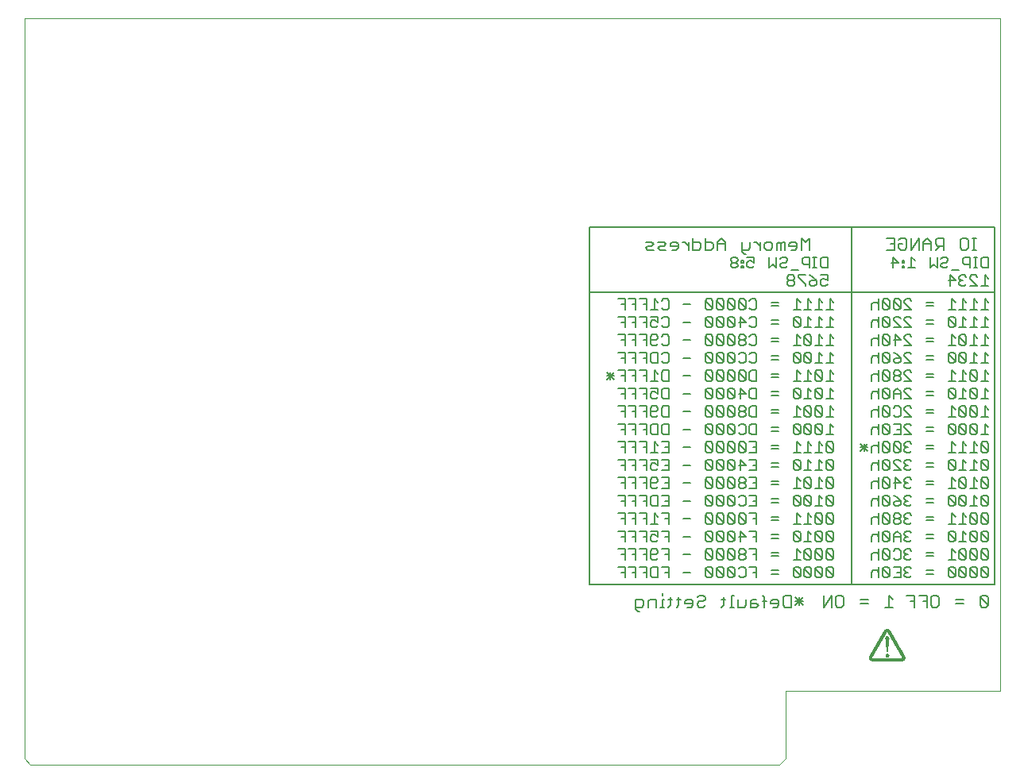
<source format=gbo>
G75*
G70*
%OFA0B0*%
%FSLAX24Y24*%
%IPPOS*%
%LPD*%
%AMOC8*
5,1,8,0,0,1.08239X$1,22.5*
%
%ADD10C,0.0000*%
%ADD11C,0.0060*%
%ADD12C,0.0050*%
%ADD13R,0.0006X0.0006*%
%ADD14R,0.0006X0.0006*%
%ADD15R,0.0006X0.0006*%
%ADD16R,0.0006X0.0006*%
D10*
X008092Y007958D02*
X039530Y007958D01*
X039780Y008208D01*
X039780Y011052D01*
X048775Y011052D01*
X048775Y039267D01*
X007842Y039267D01*
X007842Y008271D01*
X007842Y008208D01*
X008092Y007958D01*
D11*
X033494Y014467D02*
X033578Y014384D01*
X033661Y014384D01*
X033494Y014467D02*
X033494Y014884D01*
X033745Y014884D01*
X033828Y014801D01*
X033828Y014634D01*
X033745Y014551D01*
X033494Y014551D01*
X034010Y014551D02*
X034010Y014801D01*
X034093Y014884D01*
X034344Y014884D01*
X034344Y014551D01*
X034521Y014551D02*
X034687Y014551D01*
X034604Y014551D02*
X034604Y014884D01*
X034687Y014884D01*
X034864Y014884D02*
X035031Y014884D01*
X034948Y014968D02*
X034948Y014634D01*
X034864Y014551D01*
X035208Y014551D02*
X035291Y014634D01*
X035291Y014968D01*
X035375Y014884D02*
X035208Y014884D01*
X035557Y014801D02*
X035557Y014717D01*
X035890Y014717D01*
X035890Y014634D02*
X035890Y014801D01*
X035807Y014884D01*
X035640Y014884D01*
X035557Y014801D01*
X035640Y014551D02*
X035807Y014551D01*
X035890Y014634D01*
X036072Y014634D02*
X036156Y014551D01*
X036323Y014551D01*
X036406Y014634D01*
X036323Y014801D02*
X036406Y014884D01*
X036406Y014968D01*
X036323Y015051D01*
X036156Y015051D01*
X036072Y014968D01*
X036156Y014801D02*
X036072Y014717D01*
X036072Y014634D01*
X036156Y014801D02*
X036323Y014801D01*
X037099Y014884D02*
X037265Y014884D01*
X037182Y014968D02*
X037182Y014634D01*
X037099Y014551D01*
X037442Y014551D02*
X037609Y014551D01*
X037526Y014551D02*
X037526Y015051D01*
X037609Y015051D01*
X037791Y014884D02*
X037791Y014551D01*
X038041Y014551D01*
X038125Y014634D01*
X038125Y014884D01*
X038307Y014801D02*
X038307Y014551D01*
X038557Y014551D01*
X038640Y014634D01*
X038557Y014717D01*
X038307Y014717D01*
X038307Y014801D02*
X038390Y014884D01*
X038557Y014884D01*
X038817Y014801D02*
X038984Y014801D01*
X039166Y014801D02*
X039166Y014717D01*
X039500Y014717D01*
X039500Y014634D02*
X039500Y014801D01*
X039416Y014884D01*
X039250Y014884D01*
X039166Y014801D01*
X039250Y014551D02*
X039416Y014551D01*
X039500Y014634D01*
X039682Y014634D02*
X039682Y014968D01*
X039765Y015051D01*
X040015Y015051D01*
X040015Y014551D01*
X039765Y014551D01*
X039682Y014634D01*
X040197Y014634D02*
X040531Y014968D01*
X040364Y014968D02*
X040364Y014634D01*
X040531Y014634D02*
X040197Y014968D01*
X040197Y014801D02*
X040531Y014801D01*
X041369Y014551D02*
X041369Y015051D01*
X041703Y015051D02*
X041369Y014551D01*
X041703Y014551D02*
X041703Y015051D01*
X041885Y014968D02*
X041968Y015051D01*
X042135Y015051D01*
X042219Y014968D01*
X042219Y014634D01*
X042135Y014551D01*
X041968Y014551D01*
X041885Y014634D01*
X041885Y014968D01*
X042916Y014884D02*
X043250Y014884D01*
X043250Y014717D02*
X042916Y014717D01*
X043947Y014551D02*
X044281Y014551D01*
X044114Y014551D02*
X044114Y015051D01*
X044281Y014884D01*
X044854Y015051D02*
X045187Y015051D01*
X045187Y014551D01*
X045187Y014801D02*
X045020Y014801D01*
X045369Y015051D02*
X045703Y015051D01*
X045703Y014551D01*
X045885Y014634D02*
X045885Y014968D01*
X045968Y015051D01*
X046135Y015051D01*
X046219Y014968D01*
X046219Y014634D01*
X046135Y014551D01*
X045968Y014551D01*
X045885Y014634D01*
X045703Y014801D02*
X045536Y014801D01*
X046916Y014884D02*
X047250Y014884D01*
X047250Y014717D02*
X046916Y014717D01*
X047947Y014634D02*
X047947Y014968D01*
X048281Y014634D01*
X048198Y014551D01*
X048031Y014551D01*
X047947Y014634D01*
X047947Y014968D02*
X048031Y015051D01*
X048198Y015051D01*
X048281Y014968D01*
X048281Y014634D01*
X038901Y014551D02*
X038901Y014968D01*
X038817Y015051D01*
X034604Y015135D02*
X034604Y015051D01*
X038039Y029384D02*
X038122Y029384D01*
X038039Y029384D02*
X037955Y029467D01*
X037955Y029884D01*
X037955Y029551D02*
X038205Y029551D01*
X038289Y029634D01*
X038289Y029884D01*
X038468Y029884D02*
X038552Y029884D01*
X038719Y029717D01*
X038719Y029551D02*
X038719Y029884D01*
X038901Y029801D02*
X038984Y029884D01*
X039151Y029884D01*
X039234Y029801D01*
X039234Y029634D01*
X039151Y029551D01*
X038984Y029551D01*
X038901Y029634D01*
X038901Y029801D01*
X039416Y029801D02*
X039500Y029884D01*
X039583Y029801D01*
X039583Y029551D01*
X039750Y029551D02*
X039750Y029884D01*
X039666Y029884D01*
X039583Y029801D01*
X039416Y029801D02*
X039416Y029551D01*
X039932Y029717D02*
X040265Y029717D01*
X040265Y029634D02*
X040265Y029801D01*
X040182Y029884D01*
X040015Y029884D01*
X039932Y029801D01*
X039932Y029717D01*
X040015Y029551D02*
X040182Y029551D01*
X040265Y029634D01*
X040447Y029551D02*
X040447Y030051D01*
X040614Y029884D01*
X040781Y030051D01*
X040781Y029551D01*
X044010Y029551D02*
X044344Y029551D01*
X044344Y030051D01*
X044010Y030051D01*
X044177Y029801D02*
X044344Y029801D01*
X044526Y029801D02*
X044692Y029801D01*
X044526Y029801D02*
X044526Y029634D01*
X044609Y029551D01*
X044776Y029551D01*
X044859Y029634D01*
X044859Y029968D01*
X044776Y030051D01*
X044609Y030051D01*
X044526Y029968D01*
X045041Y030051D02*
X045041Y029551D01*
X045375Y030051D01*
X045375Y029551D01*
X045557Y029551D02*
X045557Y029884D01*
X045724Y030051D01*
X045890Y029884D01*
X045890Y029551D01*
X046072Y029551D02*
X046239Y029717D01*
X046156Y029717D02*
X046406Y029717D01*
X046406Y029551D02*
X046406Y030051D01*
X046156Y030051D01*
X046072Y029968D01*
X046072Y029801D01*
X046156Y029717D01*
X045890Y029801D02*
X045557Y029801D01*
X047104Y029634D02*
X047104Y029968D01*
X047187Y030051D01*
X047354Y030051D01*
X047437Y029968D01*
X047437Y029634D01*
X047354Y029551D01*
X047187Y029551D01*
X047104Y029634D01*
X047614Y029551D02*
X047781Y029551D01*
X047698Y029551D02*
X047698Y030051D01*
X047781Y030051D02*
X047614Y030051D01*
X037258Y029884D02*
X037258Y029551D01*
X037258Y029801D02*
X036924Y029801D01*
X036924Y029884D02*
X036924Y029551D01*
X036742Y029634D02*
X036742Y029801D01*
X036659Y029884D01*
X036408Y029884D01*
X036408Y030051D02*
X036408Y029551D01*
X036659Y029551D01*
X036742Y029634D01*
X036924Y029884D02*
X037091Y030051D01*
X037258Y029884D01*
X036226Y029801D02*
X036143Y029884D01*
X035893Y029884D01*
X035893Y030051D02*
X035893Y029551D01*
X036143Y029551D01*
X036226Y029634D01*
X036226Y029801D01*
X035711Y029884D02*
X035711Y029551D01*
X035711Y029717D02*
X035544Y029884D01*
X035460Y029884D01*
X035281Y029801D02*
X035198Y029884D01*
X035031Y029884D01*
X034947Y029801D01*
X034947Y029717D01*
X035281Y029717D01*
X035281Y029634D02*
X035281Y029801D01*
X035281Y029634D02*
X035198Y029551D01*
X035031Y029551D01*
X034765Y029551D02*
X034515Y029551D01*
X034432Y029634D01*
X034515Y029717D01*
X034682Y029717D01*
X034765Y029801D01*
X034682Y029884D01*
X034432Y029884D01*
X034250Y029801D02*
X034166Y029884D01*
X033916Y029884D01*
X034000Y029717D02*
X034166Y029717D01*
X034250Y029801D01*
X034250Y029551D02*
X034000Y029551D01*
X033916Y029634D01*
X034000Y029717D01*
D12*
X033960Y027496D02*
X033660Y027496D01*
X033500Y027496D02*
X033199Y027496D01*
X033039Y027496D02*
X033039Y027046D01*
X033039Y027271D02*
X032889Y027271D01*
X033039Y027496D02*
X032739Y027496D01*
X033350Y027271D02*
X033500Y027271D01*
X033500Y027046D02*
X033500Y027496D01*
X033810Y027271D02*
X033960Y027271D01*
X033960Y027046D02*
X033960Y027496D01*
X034270Y027496D02*
X034270Y027046D01*
X034420Y027046D02*
X034120Y027046D01*
X034120Y026746D02*
X034420Y026746D01*
X034420Y026521D01*
X034270Y026596D01*
X034195Y026596D01*
X034120Y026521D01*
X034120Y026371D01*
X034195Y026296D01*
X034345Y026296D01*
X034420Y026371D01*
X034580Y026371D02*
X034656Y026296D01*
X034806Y026296D01*
X034881Y026371D01*
X034881Y026671D01*
X034806Y026746D01*
X034656Y026746D01*
X034580Y026671D01*
X034656Y027046D02*
X034580Y027121D01*
X034656Y027046D02*
X034806Y027046D01*
X034881Y027121D01*
X034881Y027421D01*
X034806Y027496D01*
X034656Y027496D01*
X034580Y027421D01*
X034420Y027346D02*
X034270Y027496D01*
X033960Y026746D02*
X033660Y026746D01*
X033500Y026746D02*
X033199Y026746D01*
X033039Y026746D02*
X033039Y026296D01*
X033039Y026521D02*
X032889Y026521D01*
X033039Y026746D02*
X032739Y026746D01*
X033350Y026521D02*
X033500Y026521D01*
X033500Y026296D02*
X033500Y026746D01*
X033810Y026521D02*
X033960Y026521D01*
X033960Y026296D02*
X033960Y026746D01*
X033960Y025996D02*
X033660Y025996D01*
X033500Y025996D02*
X033199Y025996D01*
X033039Y025996D02*
X032739Y025996D01*
X032889Y025771D02*
X033039Y025771D01*
X033039Y025546D02*
X033039Y025996D01*
X033350Y025771D02*
X033500Y025771D01*
X033500Y025546D02*
X033500Y025996D01*
X033810Y025771D02*
X033960Y025771D01*
X034120Y025771D02*
X034345Y025771D01*
X034420Y025846D01*
X034420Y025921D01*
X034345Y025996D01*
X034195Y025996D01*
X034120Y025921D01*
X034120Y025621D01*
X034195Y025546D01*
X034345Y025546D01*
X034420Y025621D01*
X034580Y025621D02*
X034656Y025546D01*
X034806Y025546D01*
X034881Y025621D01*
X034881Y025921D01*
X034806Y025996D01*
X034656Y025996D01*
X034580Y025921D01*
X033960Y025996D02*
X033960Y025546D01*
X033960Y025246D02*
X033660Y025246D01*
X033500Y025246D02*
X033199Y025246D01*
X033039Y025246D02*
X033039Y024796D01*
X033039Y025021D02*
X032889Y025021D01*
X033039Y025246D02*
X032739Y025246D01*
X033350Y025021D02*
X033500Y025021D01*
X033500Y024796D02*
X033500Y025246D01*
X033810Y025021D02*
X033960Y025021D01*
X034120Y024871D02*
X034120Y025171D01*
X034195Y025246D01*
X034420Y025246D01*
X034420Y024796D01*
X034195Y024796D01*
X034120Y024871D01*
X033960Y024796D02*
X033960Y025246D01*
X034580Y025171D02*
X034656Y025246D01*
X034806Y025246D01*
X034881Y025171D01*
X034881Y024871D01*
X034806Y024796D01*
X034656Y024796D01*
X034580Y024871D01*
X034656Y024496D02*
X034881Y024496D01*
X034881Y024046D01*
X034656Y024046D01*
X034580Y024121D01*
X034580Y024421D01*
X034656Y024496D01*
X034420Y024346D02*
X034270Y024496D01*
X034270Y024046D01*
X034420Y024046D02*
X034120Y024046D01*
X033960Y024046D02*
X033960Y024496D01*
X033660Y024496D01*
X033500Y024496D02*
X033199Y024496D01*
X033039Y024496D02*
X033039Y024046D01*
X033039Y024271D02*
X032889Y024271D01*
X033039Y024496D02*
X032739Y024496D01*
X032579Y024421D02*
X032279Y024121D01*
X032429Y024121D02*
X032429Y024421D01*
X032279Y024421D02*
X032579Y024121D01*
X032579Y024271D02*
X032279Y024271D01*
X032739Y023746D02*
X033039Y023746D01*
X033039Y023296D01*
X033039Y023521D02*
X032889Y023521D01*
X033199Y023746D02*
X033500Y023746D01*
X033500Y023296D01*
X033500Y023521D02*
X033350Y023521D01*
X033660Y023746D02*
X033960Y023746D01*
X033960Y023296D01*
X034120Y023371D02*
X034195Y023296D01*
X034345Y023296D01*
X034420Y023371D01*
X034420Y023521D02*
X034270Y023596D01*
X034195Y023596D01*
X034120Y023521D01*
X034120Y023371D01*
X033960Y023521D02*
X033810Y023521D01*
X034120Y023746D02*
X034420Y023746D01*
X034420Y023521D01*
X034580Y023671D02*
X034656Y023746D01*
X034881Y023746D01*
X034881Y023296D01*
X034656Y023296D01*
X034580Y023371D01*
X034580Y023671D01*
X033960Y024271D02*
X033810Y024271D01*
X033500Y024271D02*
X033350Y024271D01*
X033500Y024046D02*
X033500Y024496D01*
X033500Y022996D02*
X033199Y022996D01*
X033039Y022996D02*
X033039Y022546D01*
X033039Y022771D02*
X032889Y022771D01*
X033039Y022996D02*
X032739Y022996D01*
X033350Y022771D02*
X033500Y022771D01*
X033500Y022546D02*
X033500Y022996D01*
X033660Y022996D02*
X033960Y022996D01*
X033960Y022546D01*
X034120Y022621D02*
X034120Y022921D01*
X034195Y022996D01*
X034345Y022996D01*
X034420Y022921D01*
X034420Y022846D01*
X034345Y022771D01*
X034120Y022771D01*
X034120Y022621D02*
X034195Y022546D01*
X034345Y022546D01*
X034420Y022621D01*
X034580Y022621D02*
X034580Y022921D01*
X034656Y022996D01*
X034881Y022996D01*
X034881Y022546D01*
X034656Y022546D01*
X034580Y022621D01*
X034656Y022246D02*
X034881Y022246D01*
X034881Y021796D01*
X034656Y021796D01*
X034580Y021871D01*
X034580Y022171D01*
X034656Y022246D01*
X034420Y022246D02*
X034420Y021796D01*
X034195Y021796D01*
X034120Y021871D01*
X034120Y022171D01*
X034195Y022246D01*
X034420Y022246D01*
X033960Y022246D02*
X033660Y022246D01*
X033500Y022246D02*
X033199Y022246D01*
X033039Y022246D02*
X033039Y021796D01*
X033039Y022021D02*
X032889Y022021D01*
X033039Y022246D02*
X032739Y022246D01*
X033350Y022021D02*
X033500Y022021D01*
X033500Y021796D02*
X033500Y022246D01*
X033810Y022021D02*
X033960Y022021D01*
X033960Y021796D02*
X033960Y022246D01*
X033960Y022771D02*
X033810Y022771D01*
X035501Y022771D02*
X035801Y022771D01*
X036422Y022921D02*
X036722Y022621D01*
X036647Y022546D01*
X036497Y022546D01*
X036422Y022621D01*
X036422Y022921D01*
X036497Y022996D01*
X036647Y022996D01*
X036722Y022921D01*
X036722Y022621D01*
X036882Y022621D02*
X036957Y022546D01*
X037107Y022546D01*
X037182Y022621D01*
X036882Y022921D01*
X036882Y022621D01*
X036882Y022921D02*
X036957Y022996D01*
X037107Y022996D01*
X037182Y022921D01*
X037182Y022621D01*
X037343Y022621D02*
X037418Y022546D01*
X037568Y022546D01*
X037643Y022621D01*
X037343Y022921D01*
X037343Y022621D01*
X037643Y022621D02*
X037643Y022921D01*
X037568Y022996D01*
X037418Y022996D01*
X037343Y022921D01*
X037418Y023296D02*
X037568Y023296D01*
X037643Y023371D01*
X037343Y023671D01*
X037343Y023371D01*
X037418Y023296D01*
X037643Y023371D02*
X037643Y023671D01*
X037568Y023746D01*
X037418Y023746D01*
X037343Y023671D01*
X037182Y023671D02*
X037107Y023746D01*
X036957Y023746D01*
X036882Y023671D01*
X037182Y023371D01*
X037107Y023296D01*
X036957Y023296D01*
X036882Y023371D01*
X036882Y023671D01*
X036722Y023671D02*
X036647Y023746D01*
X036497Y023746D01*
X036422Y023671D01*
X036722Y023371D01*
X036647Y023296D01*
X036497Y023296D01*
X036422Y023371D01*
X036422Y023671D01*
X036722Y023671D02*
X036722Y023371D01*
X037182Y023371D02*
X037182Y023671D01*
X037107Y024046D02*
X037182Y024121D01*
X036882Y024421D01*
X036882Y024121D01*
X036957Y024046D01*
X037107Y024046D01*
X037182Y024121D02*
X037182Y024421D01*
X037107Y024496D01*
X036957Y024496D01*
X036882Y024421D01*
X036722Y024421D02*
X036647Y024496D01*
X036497Y024496D01*
X036422Y024421D01*
X036722Y024121D01*
X036647Y024046D01*
X036497Y024046D01*
X036422Y024121D01*
X036422Y024421D01*
X036722Y024421D02*
X036722Y024121D01*
X037343Y024121D02*
X037418Y024046D01*
X037568Y024046D01*
X037643Y024121D01*
X037343Y024421D01*
X037343Y024121D01*
X037643Y024121D02*
X037643Y024421D01*
X037568Y024496D01*
X037418Y024496D01*
X037343Y024421D01*
X037418Y024796D02*
X037568Y024796D01*
X037643Y024871D01*
X037343Y025171D01*
X037343Y024871D01*
X037418Y024796D01*
X037643Y024871D02*
X037643Y025171D01*
X037568Y025246D01*
X037418Y025246D01*
X037343Y025171D01*
X037182Y025171D02*
X037107Y025246D01*
X036957Y025246D01*
X036882Y025171D01*
X037182Y024871D01*
X037107Y024796D01*
X036957Y024796D01*
X036882Y024871D01*
X036882Y025171D01*
X036722Y025171D02*
X036647Y025246D01*
X036497Y025246D01*
X036422Y025171D01*
X036722Y024871D01*
X036647Y024796D01*
X036497Y024796D01*
X036422Y024871D01*
X036422Y025171D01*
X036722Y025171D02*
X036722Y024871D01*
X037182Y024871D02*
X037182Y025171D01*
X037107Y025546D02*
X036957Y025546D01*
X036882Y025621D01*
X036882Y025921D01*
X037182Y025621D01*
X037107Y025546D01*
X037182Y025621D02*
X037182Y025921D01*
X037107Y025996D01*
X036957Y025996D01*
X036882Y025921D01*
X036722Y025921D02*
X036647Y025996D01*
X036497Y025996D01*
X036422Y025921D01*
X036722Y025621D01*
X036647Y025546D01*
X036497Y025546D01*
X036422Y025621D01*
X036422Y025921D01*
X036722Y025921D02*
X036722Y025621D01*
X037343Y025621D02*
X037418Y025546D01*
X037568Y025546D01*
X037643Y025621D01*
X037343Y025921D01*
X037343Y025621D01*
X037643Y025621D02*
X037643Y025921D01*
X037568Y025996D01*
X037418Y025996D01*
X037343Y025921D01*
X037418Y026296D02*
X037568Y026296D01*
X037643Y026371D01*
X037343Y026671D01*
X037343Y026371D01*
X037418Y026296D01*
X037643Y026371D02*
X037643Y026671D01*
X037568Y026746D01*
X037418Y026746D01*
X037343Y026671D01*
X037182Y026671D02*
X037107Y026746D01*
X036957Y026746D01*
X036882Y026671D01*
X037182Y026371D01*
X037107Y026296D01*
X036957Y026296D01*
X036882Y026371D01*
X036882Y026671D01*
X036722Y026671D02*
X036647Y026746D01*
X036497Y026746D01*
X036422Y026671D01*
X036722Y026371D01*
X036647Y026296D01*
X036497Y026296D01*
X036422Y026371D01*
X036422Y026671D01*
X036722Y026671D02*
X036722Y026371D01*
X037182Y026371D02*
X037182Y026671D01*
X037107Y027046D02*
X036957Y027046D01*
X036882Y027121D01*
X036882Y027421D01*
X037182Y027121D01*
X037107Y027046D01*
X037182Y027121D02*
X037182Y027421D01*
X037107Y027496D01*
X036957Y027496D01*
X036882Y027421D01*
X036722Y027421D02*
X036647Y027496D01*
X036497Y027496D01*
X036422Y027421D01*
X036722Y027121D01*
X036647Y027046D01*
X036497Y027046D01*
X036422Y027121D01*
X036422Y027421D01*
X036722Y027421D02*
X036722Y027121D01*
X037343Y027121D02*
X037418Y027046D01*
X037568Y027046D01*
X037643Y027121D01*
X037343Y027421D01*
X037343Y027121D01*
X037643Y027121D02*
X037643Y027421D01*
X037568Y027496D01*
X037418Y027496D01*
X037343Y027421D01*
X037803Y027421D02*
X037878Y027496D01*
X038028Y027496D01*
X038103Y027421D01*
X038103Y027121D01*
X037803Y027421D01*
X037803Y027121D01*
X037878Y027046D01*
X038028Y027046D01*
X038103Y027121D01*
X038263Y027121D02*
X038338Y027046D01*
X038489Y027046D01*
X038564Y027121D01*
X038564Y027421D01*
X038489Y027496D01*
X038338Y027496D01*
X038263Y027421D01*
X038338Y026746D02*
X038263Y026671D01*
X038338Y026746D02*
X038489Y026746D01*
X038564Y026671D01*
X038564Y026371D01*
X038489Y026296D01*
X038338Y026296D01*
X038263Y026371D01*
X038103Y026521D02*
X037803Y026521D01*
X037878Y026746D02*
X038103Y026521D01*
X037878Y026296D02*
X037878Y026746D01*
X037878Y025996D02*
X037803Y025921D01*
X037803Y025846D01*
X037878Y025771D01*
X038028Y025771D01*
X038103Y025846D01*
X038103Y025921D01*
X038028Y025996D01*
X037878Y025996D01*
X037878Y025771D02*
X037803Y025696D01*
X037803Y025621D01*
X037878Y025546D01*
X038028Y025546D01*
X038103Y025621D01*
X038103Y025696D01*
X038028Y025771D01*
X038263Y025921D02*
X038338Y025996D01*
X038489Y025996D01*
X038564Y025921D01*
X038564Y025621D01*
X038489Y025546D01*
X038338Y025546D01*
X038263Y025621D01*
X038338Y025246D02*
X038263Y025171D01*
X038338Y025246D02*
X038489Y025246D01*
X038564Y025171D01*
X038564Y024871D01*
X038489Y024796D01*
X038338Y024796D01*
X038263Y024871D01*
X038103Y024871D02*
X038028Y024796D01*
X037878Y024796D01*
X037803Y024871D01*
X037803Y025171D02*
X037878Y025246D01*
X038028Y025246D01*
X038103Y025171D01*
X038103Y024871D01*
X038028Y024496D02*
X037878Y024496D01*
X037803Y024421D01*
X038103Y024121D01*
X038028Y024046D01*
X037878Y024046D01*
X037803Y024121D01*
X037803Y024421D01*
X038028Y024496D02*
X038103Y024421D01*
X038103Y024121D01*
X038263Y024121D02*
X038263Y024421D01*
X038338Y024496D01*
X038564Y024496D01*
X038564Y024046D01*
X038338Y024046D01*
X038263Y024121D01*
X038338Y023746D02*
X038263Y023671D01*
X038263Y023371D01*
X038338Y023296D01*
X038564Y023296D01*
X038564Y023746D01*
X038338Y023746D01*
X038103Y023521D02*
X037803Y023521D01*
X037878Y023746D02*
X038103Y023521D01*
X037878Y023296D02*
X037878Y023746D01*
X037878Y022996D02*
X037803Y022921D01*
X037803Y022846D01*
X037878Y022771D01*
X038028Y022771D01*
X038103Y022846D01*
X038103Y022921D01*
X038028Y022996D01*
X037878Y022996D01*
X037878Y022771D02*
X037803Y022696D01*
X037803Y022621D01*
X037878Y022546D01*
X038028Y022546D01*
X038103Y022621D01*
X038103Y022696D01*
X038028Y022771D01*
X038263Y022921D02*
X038338Y022996D01*
X038564Y022996D01*
X038564Y022546D01*
X038338Y022546D01*
X038263Y022621D01*
X038263Y022921D01*
X038338Y022246D02*
X038263Y022171D01*
X038263Y021871D01*
X038338Y021796D01*
X038564Y021796D01*
X038564Y022246D01*
X038338Y022246D01*
X038103Y022171D02*
X038103Y021871D01*
X038028Y021796D01*
X037878Y021796D01*
X037803Y021871D01*
X037643Y021871D02*
X037343Y022171D01*
X037343Y021871D01*
X037418Y021796D01*
X037568Y021796D01*
X037643Y021871D01*
X037643Y022171D01*
X037568Y022246D01*
X037418Y022246D01*
X037343Y022171D01*
X037182Y022171D02*
X037107Y022246D01*
X036957Y022246D01*
X036882Y022171D01*
X037182Y021871D01*
X037107Y021796D01*
X036957Y021796D01*
X036882Y021871D01*
X036882Y022171D01*
X036722Y022171D02*
X036647Y022246D01*
X036497Y022246D01*
X036422Y022171D01*
X036722Y021871D01*
X036647Y021796D01*
X036497Y021796D01*
X036422Y021871D01*
X036422Y022171D01*
X036722Y022171D02*
X036722Y021871D01*
X036647Y021496D02*
X036497Y021496D01*
X036422Y021421D01*
X036722Y021121D01*
X036647Y021046D01*
X036497Y021046D01*
X036422Y021121D01*
X036422Y021421D01*
X036647Y021496D02*
X036722Y021421D01*
X036722Y021121D01*
X036882Y021121D02*
X036957Y021046D01*
X037107Y021046D01*
X037182Y021121D01*
X036882Y021421D01*
X036882Y021121D01*
X036882Y021421D02*
X036957Y021496D01*
X037107Y021496D01*
X037182Y021421D01*
X037182Y021121D01*
X037343Y021121D02*
X037418Y021046D01*
X037568Y021046D01*
X037643Y021121D01*
X037343Y021421D01*
X037343Y021121D01*
X037643Y021121D02*
X037643Y021421D01*
X037568Y021496D01*
X037418Y021496D01*
X037343Y021421D01*
X037803Y021421D02*
X038103Y021121D01*
X038028Y021046D01*
X037878Y021046D01*
X037803Y021121D01*
X037803Y021421D01*
X037878Y021496D01*
X038028Y021496D01*
X038103Y021421D01*
X038103Y021121D01*
X038263Y021046D02*
X038564Y021046D01*
X038564Y021496D01*
X038263Y021496D01*
X038413Y021271D02*
X038564Y021271D01*
X038564Y020746D02*
X038263Y020746D01*
X038413Y020521D02*
X038564Y020521D01*
X038564Y020746D02*
X038564Y020296D01*
X038263Y020296D01*
X038103Y020521D02*
X037803Y020521D01*
X037643Y020671D02*
X037568Y020746D01*
X037418Y020746D01*
X037343Y020671D01*
X037643Y020371D01*
X037568Y020296D01*
X037418Y020296D01*
X037343Y020371D01*
X037343Y020671D01*
X037182Y020671D02*
X037107Y020746D01*
X036957Y020746D01*
X036882Y020671D01*
X037182Y020371D01*
X037107Y020296D01*
X036957Y020296D01*
X036882Y020371D01*
X036882Y020671D01*
X036722Y020671D02*
X036647Y020746D01*
X036497Y020746D01*
X036422Y020671D01*
X036722Y020371D01*
X036647Y020296D01*
X036497Y020296D01*
X036422Y020371D01*
X036422Y020671D01*
X036722Y020671D02*
X036722Y020371D01*
X036647Y019996D02*
X036497Y019996D01*
X036422Y019921D01*
X036722Y019621D01*
X036647Y019546D01*
X036497Y019546D01*
X036422Y019621D01*
X036422Y019921D01*
X036647Y019996D02*
X036722Y019921D01*
X036722Y019621D01*
X036882Y019621D02*
X036957Y019546D01*
X037107Y019546D01*
X037182Y019621D01*
X036882Y019921D01*
X036882Y019621D01*
X036882Y019921D02*
X036957Y019996D01*
X037107Y019996D01*
X037182Y019921D01*
X037182Y019621D01*
X037343Y019621D02*
X037418Y019546D01*
X037568Y019546D01*
X037643Y019621D01*
X037343Y019921D01*
X037343Y019621D01*
X037643Y019621D02*
X037643Y019921D01*
X037568Y019996D01*
X037418Y019996D01*
X037343Y019921D01*
X037803Y019921D02*
X037803Y019846D01*
X037878Y019771D01*
X038028Y019771D01*
X038103Y019846D01*
X038103Y019921D01*
X038028Y019996D01*
X037878Y019996D01*
X037803Y019921D01*
X037878Y019771D02*
X037803Y019696D01*
X037803Y019621D01*
X037878Y019546D01*
X038028Y019546D01*
X038103Y019621D01*
X038103Y019696D01*
X038028Y019771D01*
X038263Y019996D02*
X038564Y019996D01*
X038564Y019546D01*
X038263Y019546D01*
X038413Y019771D02*
X038564Y019771D01*
X039184Y019846D02*
X039484Y019846D01*
X039484Y019696D02*
X039184Y019696D01*
X039184Y019096D02*
X039484Y019096D01*
X039484Y018946D02*
X039184Y018946D01*
X039184Y018346D02*
X039484Y018346D01*
X039484Y018196D02*
X039184Y018196D01*
X039184Y017596D02*
X039484Y017596D01*
X039484Y017446D02*
X039184Y017446D01*
X038564Y017521D02*
X038413Y017521D01*
X038564Y017746D02*
X038263Y017746D01*
X038103Y017521D02*
X037803Y017521D01*
X037643Y017671D02*
X037568Y017746D01*
X037418Y017746D01*
X037343Y017671D01*
X037643Y017371D01*
X037568Y017296D01*
X037418Y017296D01*
X037343Y017371D01*
X037343Y017671D01*
X037182Y017671D02*
X037107Y017746D01*
X036957Y017746D01*
X036882Y017671D01*
X037182Y017371D01*
X037107Y017296D01*
X036957Y017296D01*
X036882Y017371D01*
X036882Y017671D01*
X036722Y017671D02*
X036647Y017746D01*
X036497Y017746D01*
X036422Y017671D01*
X036722Y017371D01*
X036647Y017296D01*
X036497Y017296D01*
X036422Y017371D01*
X036422Y017671D01*
X036722Y017671D02*
X036722Y017371D01*
X036647Y016996D02*
X036497Y016996D01*
X036422Y016921D01*
X036722Y016621D01*
X036647Y016546D01*
X036497Y016546D01*
X036422Y016621D01*
X036422Y016921D01*
X036647Y016996D02*
X036722Y016921D01*
X036722Y016621D01*
X036882Y016621D02*
X036957Y016546D01*
X037107Y016546D01*
X037182Y016621D01*
X036882Y016921D01*
X036882Y016621D01*
X036882Y016921D02*
X036957Y016996D01*
X037107Y016996D01*
X037182Y016921D01*
X037182Y016621D01*
X037343Y016621D02*
X037418Y016546D01*
X037568Y016546D01*
X037643Y016621D01*
X037343Y016921D01*
X037343Y016621D01*
X037643Y016621D02*
X037643Y016921D01*
X037568Y016996D01*
X037418Y016996D01*
X037343Y016921D01*
X037803Y016921D02*
X037803Y016846D01*
X037878Y016771D01*
X038028Y016771D01*
X038103Y016846D01*
X038103Y016921D01*
X038028Y016996D01*
X037878Y016996D01*
X037803Y016921D01*
X037878Y016771D02*
X037803Y016696D01*
X037803Y016621D01*
X037878Y016546D01*
X038028Y016546D01*
X038103Y016621D01*
X038103Y016696D01*
X038028Y016771D01*
X038263Y016996D02*
X038564Y016996D01*
X038564Y016546D01*
X038564Y016771D02*
X038413Y016771D01*
X038564Y016246D02*
X038263Y016246D01*
X038103Y016171D02*
X038103Y015871D01*
X038028Y015796D01*
X037878Y015796D01*
X037803Y015871D01*
X037643Y015871D02*
X037343Y016171D01*
X037343Y015871D01*
X037418Y015796D01*
X037568Y015796D01*
X037643Y015871D01*
X037643Y016171D01*
X037568Y016246D01*
X037418Y016246D01*
X037343Y016171D01*
X037182Y016171D02*
X037107Y016246D01*
X036957Y016246D01*
X036882Y016171D01*
X037182Y015871D01*
X037107Y015796D01*
X036957Y015796D01*
X036882Y015871D01*
X036882Y016171D01*
X036722Y016171D02*
X036647Y016246D01*
X036497Y016246D01*
X036422Y016171D01*
X036722Y015871D01*
X036647Y015796D01*
X036497Y015796D01*
X036422Y015871D01*
X036422Y016171D01*
X036722Y016171D02*
X036722Y015871D01*
X037182Y015871D02*
X037182Y016171D01*
X037803Y016171D02*
X037878Y016246D01*
X038028Y016246D01*
X038103Y016171D01*
X038413Y016021D02*
X038564Y016021D01*
X038564Y015796D02*
X038564Y016246D01*
X039184Y016096D02*
X039484Y016096D01*
X039484Y015946D02*
X039184Y015946D01*
X039184Y016696D02*
X039484Y016696D01*
X039484Y016846D02*
X039184Y016846D01*
X038564Y017296D02*
X038564Y017746D01*
X038564Y018046D02*
X038564Y018496D01*
X038263Y018496D01*
X038103Y018421D02*
X038028Y018496D01*
X037878Y018496D01*
X037803Y018421D01*
X038103Y018121D01*
X038028Y018046D01*
X037878Y018046D01*
X037803Y018121D01*
X037803Y018421D01*
X037643Y018421D02*
X037643Y018121D01*
X037343Y018421D01*
X037343Y018121D01*
X037418Y018046D01*
X037568Y018046D01*
X037643Y018121D01*
X037643Y018421D02*
X037568Y018496D01*
X037418Y018496D01*
X037343Y018421D01*
X037182Y018421D02*
X037107Y018496D01*
X036957Y018496D01*
X036882Y018421D01*
X037182Y018121D01*
X037107Y018046D01*
X036957Y018046D01*
X036882Y018121D01*
X036882Y018421D01*
X036722Y018421D02*
X036647Y018496D01*
X036497Y018496D01*
X036422Y018421D01*
X036722Y018121D01*
X036647Y018046D01*
X036497Y018046D01*
X036422Y018121D01*
X036422Y018421D01*
X036722Y018421D02*
X036722Y018121D01*
X037182Y018121D02*
X037182Y018421D01*
X037107Y018796D02*
X036957Y018796D01*
X036882Y018871D01*
X036882Y019171D01*
X037182Y018871D01*
X037107Y018796D01*
X037182Y018871D02*
X037182Y019171D01*
X037107Y019246D01*
X036957Y019246D01*
X036882Y019171D01*
X036722Y019171D02*
X036647Y019246D01*
X036497Y019246D01*
X036422Y019171D01*
X036722Y018871D01*
X036647Y018796D01*
X036497Y018796D01*
X036422Y018871D01*
X036422Y019171D01*
X036722Y019171D02*
X036722Y018871D01*
X037343Y018871D02*
X037418Y018796D01*
X037568Y018796D01*
X037643Y018871D01*
X037343Y019171D01*
X037343Y018871D01*
X037643Y018871D02*
X037643Y019171D01*
X037568Y019246D01*
X037418Y019246D01*
X037343Y019171D01*
X037803Y019171D02*
X037878Y019246D01*
X038028Y019246D01*
X038103Y019171D01*
X038103Y018871D01*
X038028Y018796D01*
X037878Y018796D01*
X037803Y018871D01*
X038263Y018796D02*
X038564Y018796D01*
X038564Y019246D01*
X038263Y019246D01*
X038413Y019021D02*
X038564Y019021D01*
X038103Y018421D02*
X038103Y018121D01*
X038413Y018271D02*
X038564Y018271D01*
X037878Y017746D02*
X038103Y017521D01*
X037878Y017296D02*
X037878Y017746D01*
X037643Y017671D02*
X037643Y017371D01*
X037182Y017371D02*
X037182Y017671D01*
X035801Y017521D02*
X035501Y017521D01*
X034881Y017521D02*
X034731Y017521D01*
X034881Y017746D02*
X034580Y017746D01*
X034420Y017746D02*
X034420Y017521D01*
X034270Y017596D01*
X034195Y017596D01*
X034120Y017521D01*
X034120Y017371D01*
X034195Y017296D01*
X034345Y017296D01*
X034420Y017371D01*
X034420Y017746D02*
X034120Y017746D01*
X033960Y017746D02*
X033660Y017746D01*
X033500Y017746D02*
X033199Y017746D01*
X033039Y017746D02*
X033039Y017296D01*
X033039Y017521D02*
X032889Y017521D01*
X033039Y017746D02*
X032739Y017746D01*
X033039Y018046D02*
X033039Y018496D01*
X032739Y018496D01*
X032889Y018271D02*
X033039Y018271D01*
X033199Y018496D02*
X033500Y018496D01*
X033500Y018046D01*
X033500Y018271D02*
X033350Y018271D01*
X033660Y018496D02*
X033960Y018496D01*
X033960Y018046D01*
X034120Y018046D02*
X034420Y018046D01*
X034270Y018046D02*
X034270Y018496D01*
X034420Y018346D01*
X034580Y018496D02*
X034881Y018496D01*
X034881Y018046D01*
X034881Y018271D02*
X034731Y018271D01*
X034881Y017746D02*
X034881Y017296D01*
X034881Y016996D02*
X034580Y016996D01*
X034420Y016921D02*
X034420Y016846D01*
X034345Y016771D01*
X034120Y016771D01*
X034120Y016621D02*
X034120Y016921D01*
X034195Y016996D01*
X034345Y016996D01*
X034420Y016921D01*
X034420Y016621D02*
X034345Y016546D01*
X034195Y016546D01*
X034120Y016621D01*
X033960Y016546D02*
X033960Y016996D01*
X033660Y016996D01*
X033500Y016996D02*
X033199Y016996D01*
X033039Y016996D02*
X033039Y016546D01*
X033039Y016771D02*
X032889Y016771D01*
X033039Y016996D02*
X032739Y016996D01*
X033350Y016771D02*
X033500Y016771D01*
X033500Y016546D02*
X033500Y016996D01*
X033500Y017296D02*
X033500Y017746D01*
X033500Y017521D02*
X033350Y017521D01*
X033810Y017521D02*
X033960Y017521D01*
X033960Y017296D02*
X033960Y017746D01*
X033960Y018271D02*
X033810Y018271D01*
X033960Y018796D02*
X033960Y019246D01*
X033660Y019246D01*
X033500Y019246D02*
X033199Y019246D01*
X033039Y019246D02*
X032739Y019246D01*
X032889Y019021D02*
X033039Y019021D01*
X033039Y018796D02*
X033039Y019246D01*
X033039Y019546D02*
X033039Y019996D01*
X032739Y019996D01*
X032889Y019771D02*
X033039Y019771D01*
X033199Y019996D02*
X033500Y019996D01*
X033500Y019546D01*
X033500Y019771D02*
X033350Y019771D01*
X033660Y019996D02*
X033960Y019996D01*
X033960Y019546D01*
X034120Y019621D02*
X034120Y019921D01*
X034195Y019996D01*
X034345Y019996D01*
X034420Y019921D01*
X034420Y019846D01*
X034345Y019771D01*
X034120Y019771D01*
X034120Y019621D02*
X034195Y019546D01*
X034345Y019546D01*
X034420Y019621D01*
X034580Y019546D02*
X034881Y019546D01*
X034881Y019996D01*
X034580Y019996D01*
X034731Y019771D02*
X034881Y019771D01*
X034881Y020296D02*
X034580Y020296D01*
X034420Y020371D02*
X034345Y020296D01*
X034195Y020296D01*
X034120Y020371D01*
X034120Y020521D01*
X034195Y020596D01*
X034270Y020596D01*
X034420Y020521D01*
X034420Y020746D01*
X034120Y020746D01*
X033960Y020746D02*
X033660Y020746D01*
X033500Y020746D02*
X033199Y020746D01*
X033039Y020746D02*
X033039Y020296D01*
X033039Y020521D02*
X032889Y020521D01*
X033039Y020746D02*
X032739Y020746D01*
X033039Y021046D02*
X033039Y021496D01*
X032739Y021496D01*
X032889Y021271D02*
X033039Y021271D01*
X033199Y021496D02*
X033500Y021496D01*
X033500Y021046D01*
X033500Y021271D02*
X033350Y021271D01*
X033660Y021496D02*
X033960Y021496D01*
X033960Y021046D01*
X034120Y021046D02*
X034420Y021046D01*
X034270Y021046D02*
X034270Y021496D01*
X034420Y021346D01*
X034580Y021496D02*
X034881Y021496D01*
X034881Y021046D01*
X034580Y021046D01*
X034731Y021271D02*
X034881Y021271D01*
X034881Y020746D02*
X034881Y020296D01*
X034881Y020521D02*
X034731Y020521D01*
X034580Y020746D02*
X034881Y020746D01*
X035501Y020521D02*
X035801Y020521D01*
X035801Y019771D02*
X035501Y019771D01*
X035501Y019021D02*
X035801Y019021D01*
X035801Y018271D02*
X035501Y018271D01*
X034881Y018796D02*
X034580Y018796D01*
X034420Y018796D02*
X034195Y018796D01*
X034120Y018871D01*
X034120Y019171D01*
X034195Y019246D01*
X034420Y019246D01*
X034420Y018796D01*
X034731Y019021D02*
X034881Y019021D01*
X034881Y019246D02*
X034881Y018796D01*
X034881Y019246D02*
X034580Y019246D01*
X033960Y019021D02*
X033810Y019021D01*
X033500Y019021D02*
X033350Y019021D01*
X033500Y018796D02*
X033500Y019246D01*
X033810Y019771D02*
X033960Y019771D01*
X033960Y020296D02*
X033960Y020746D01*
X033960Y020521D02*
X033810Y020521D01*
X033500Y020521D02*
X033350Y020521D01*
X033500Y020296D02*
X033500Y020746D01*
X033810Y021271D02*
X033960Y021271D01*
X035501Y021271D02*
X035801Y021271D01*
X035801Y022021D02*
X035501Y022021D01*
X035501Y023521D02*
X035801Y023521D01*
X035801Y024271D02*
X035501Y024271D01*
X035501Y025021D02*
X035801Y025021D01*
X035801Y025771D02*
X035501Y025771D01*
X035501Y026521D02*
X035801Y026521D01*
X035801Y027271D02*
X035501Y027271D01*
X037476Y028871D02*
X037551Y028796D01*
X037701Y028796D01*
X037776Y028871D01*
X037776Y028946D01*
X037701Y029021D01*
X037551Y029021D01*
X037476Y028946D01*
X037476Y028871D01*
X037551Y029021D02*
X037476Y029096D01*
X037476Y029171D01*
X037551Y029246D01*
X037701Y029246D01*
X037776Y029171D01*
X037776Y029096D01*
X037701Y029021D01*
X037932Y029021D02*
X038007Y029021D01*
X038007Y029096D01*
X037932Y029096D01*
X037932Y029021D01*
X037932Y028871D02*
X037932Y028796D01*
X038007Y028796D01*
X038007Y028871D01*
X037932Y028871D01*
X038167Y028871D02*
X038242Y028796D01*
X038392Y028796D01*
X038467Y028871D01*
X038467Y029021D02*
X038317Y029096D01*
X038242Y029096D01*
X038167Y029021D01*
X038167Y028871D01*
X038467Y029021D02*
X038467Y029246D01*
X038167Y029246D01*
X039087Y029246D02*
X039087Y028796D01*
X039238Y028946D01*
X039388Y028796D01*
X039388Y029246D01*
X039548Y029171D02*
X039623Y029246D01*
X039773Y029246D01*
X039848Y029171D01*
X039848Y029096D01*
X039773Y029021D01*
X039623Y029021D01*
X039548Y028946D01*
X039548Y028871D01*
X039623Y028796D01*
X039773Y028796D01*
X039848Y028871D01*
X040008Y028721D02*
X040308Y028721D01*
X040315Y028496D02*
X040315Y028421D01*
X040615Y028121D01*
X040615Y028046D01*
X040775Y028121D02*
X040775Y028196D01*
X040851Y028271D01*
X041076Y028271D01*
X041076Y028121D01*
X041001Y028046D01*
X040851Y028046D01*
X040775Y028121D01*
X040926Y028421D02*
X040775Y028496D01*
X040615Y028496D02*
X040315Y028496D01*
X040155Y028421D02*
X040155Y028346D01*
X040080Y028271D01*
X039930Y028271D01*
X039855Y028196D01*
X039855Y028121D01*
X039930Y028046D01*
X040080Y028046D01*
X040155Y028121D01*
X040155Y028196D01*
X040080Y028271D01*
X039930Y028271D02*
X039855Y028346D01*
X039855Y028421D01*
X039930Y028496D01*
X040080Y028496D01*
X040155Y028421D01*
X040769Y028796D02*
X040769Y029246D01*
X040544Y029246D01*
X040469Y029171D01*
X040469Y029021D01*
X040544Y028946D01*
X040769Y028946D01*
X040926Y028796D02*
X041076Y028796D01*
X041001Y028796D02*
X041001Y029246D01*
X041076Y029246D02*
X040926Y029246D01*
X041236Y029171D02*
X041311Y029246D01*
X041536Y029246D01*
X041536Y028796D01*
X041311Y028796D01*
X041236Y028871D01*
X041236Y029171D01*
X041236Y028496D02*
X041536Y028496D01*
X041536Y028271D01*
X041386Y028346D01*
X041311Y028346D01*
X041236Y028271D01*
X041236Y028121D01*
X041311Y028046D01*
X041461Y028046D01*
X041536Y028121D01*
X041076Y028271D02*
X040926Y028421D01*
X040715Y027496D02*
X040715Y027046D01*
X040865Y027046D02*
X040565Y027046D01*
X040405Y027046D02*
X040105Y027046D01*
X040255Y027046D02*
X040255Y027496D01*
X040405Y027346D01*
X040715Y027496D02*
X040865Y027346D01*
X041025Y027046D02*
X041326Y027046D01*
X041176Y027046D02*
X041176Y027496D01*
X041326Y027346D01*
X041486Y027046D02*
X041786Y027046D01*
X041636Y027046D02*
X041636Y027496D01*
X041786Y027346D01*
X041636Y026746D02*
X041636Y026296D01*
X041786Y026296D02*
X041486Y026296D01*
X041326Y026296D02*
X041025Y026296D01*
X041176Y026296D02*
X041176Y026746D01*
X041326Y026596D01*
X041636Y026746D02*
X041786Y026596D01*
X041636Y025996D02*
X041636Y025546D01*
X041786Y025546D02*
X041486Y025546D01*
X041326Y025546D02*
X041025Y025546D01*
X041176Y025546D02*
X041176Y025996D01*
X041326Y025846D01*
X041636Y025996D02*
X041786Y025846D01*
X041636Y025246D02*
X041636Y024796D01*
X041786Y024796D02*
X041486Y024796D01*
X041326Y024796D02*
X041025Y024796D01*
X041176Y024796D02*
X041176Y025246D01*
X041326Y025096D01*
X041636Y025246D02*
X041786Y025096D01*
X041636Y024496D02*
X041636Y024046D01*
X041786Y024046D02*
X041486Y024046D01*
X041326Y024121D02*
X041251Y024046D01*
X041101Y024046D01*
X041025Y024121D01*
X041025Y024421D01*
X041326Y024121D01*
X041326Y024421D01*
X041251Y024496D01*
X041101Y024496D01*
X041025Y024421D01*
X040865Y024346D02*
X040715Y024496D01*
X040715Y024046D01*
X040865Y024046D02*
X040565Y024046D01*
X040405Y024046D02*
X040105Y024046D01*
X040255Y024046D02*
X040255Y024496D01*
X040405Y024346D01*
X040330Y024796D02*
X040180Y024796D01*
X040105Y024871D01*
X040105Y025171D01*
X040405Y024871D01*
X040330Y024796D01*
X040405Y024871D02*
X040405Y025171D01*
X040330Y025246D01*
X040180Y025246D01*
X040105Y025171D01*
X040105Y025546D02*
X040405Y025546D01*
X040255Y025546D02*
X040255Y025996D01*
X040405Y025846D01*
X040565Y025921D02*
X040865Y025621D01*
X040790Y025546D01*
X040640Y025546D01*
X040565Y025621D01*
X040565Y025921D01*
X040640Y025996D01*
X040790Y025996D01*
X040865Y025921D01*
X040865Y025621D01*
X040790Y025246D02*
X040640Y025246D01*
X040565Y025171D01*
X040865Y024871D01*
X040790Y024796D01*
X040640Y024796D01*
X040565Y024871D01*
X040565Y025171D01*
X040790Y025246D02*
X040865Y025171D01*
X040865Y024871D01*
X041636Y024496D02*
X041786Y024346D01*
X041636Y023746D02*
X041636Y023296D01*
X041786Y023296D02*
X041486Y023296D01*
X041326Y023371D02*
X041025Y023671D01*
X041025Y023371D01*
X041101Y023296D01*
X041251Y023296D01*
X041326Y023371D01*
X041326Y023671D01*
X041251Y023746D01*
X041101Y023746D01*
X041025Y023671D01*
X040865Y023596D02*
X040715Y023746D01*
X040715Y023296D01*
X040865Y023296D02*
X040565Y023296D01*
X040405Y023371D02*
X040105Y023671D01*
X040105Y023371D01*
X040180Y023296D01*
X040330Y023296D01*
X040405Y023371D01*
X040405Y023671D01*
X040330Y023746D01*
X040180Y023746D01*
X040105Y023671D01*
X039484Y023596D02*
X039184Y023596D01*
X039184Y023446D02*
X039484Y023446D01*
X039484Y022846D02*
X039184Y022846D01*
X039184Y022696D02*
X039484Y022696D01*
X040105Y022546D02*
X040405Y022546D01*
X040255Y022546D02*
X040255Y022996D01*
X040405Y022846D01*
X040565Y022921D02*
X040865Y022621D01*
X040790Y022546D01*
X040640Y022546D01*
X040565Y022621D01*
X040565Y022921D01*
X040640Y022996D01*
X040790Y022996D01*
X040865Y022921D01*
X040865Y022621D01*
X041025Y022621D02*
X041025Y022921D01*
X041326Y022621D01*
X041251Y022546D01*
X041101Y022546D01*
X041025Y022621D01*
X041025Y022921D02*
X041101Y022996D01*
X041251Y022996D01*
X041326Y022921D01*
X041326Y022621D01*
X041486Y022546D02*
X041786Y022546D01*
X041636Y022546D02*
X041636Y022996D01*
X041786Y022846D01*
X041636Y022246D02*
X041636Y021796D01*
X041786Y021796D02*
X041486Y021796D01*
X041326Y021871D02*
X041025Y022171D01*
X041025Y021871D01*
X041101Y021796D01*
X041251Y021796D01*
X041326Y021871D01*
X041326Y022171D01*
X041251Y022246D01*
X041101Y022246D01*
X041025Y022171D01*
X040865Y022171D02*
X040865Y021871D01*
X040565Y022171D01*
X040565Y021871D01*
X040640Y021796D01*
X040790Y021796D01*
X040865Y021871D01*
X040865Y022171D02*
X040790Y022246D01*
X040640Y022246D01*
X040565Y022171D01*
X040405Y022171D02*
X040330Y022246D01*
X040180Y022246D01*
X040105Y022171D01*
X040405Y021871D01*
X040330Y021796D01*
X040180Y021796D01*
X040105Y021871D01*
X040105Y022171D01*
X040405Y022171D02*
X040405Y021871D01*
X040255Y021496D02*
X040255Y021046D01*
X040405Y021046D02*
X040105Y021046D01*
X040180Y020746D02*
X040105Y020671D01*
X040405Y020371D01*
X040330Y020296D01*
X040180Y020296D01*
X040105Y020371D01*
X040105Y020671D01*
X040180Y020746D02*
X040330Y020746D01*
X040405Y020671D01*
X040405Y020371D01*
X040565Y020296D02*
X040865Y020296D01*
X040715Y020296D02*
X040715Y020746D01*
X040865Y020596D01*
X041025Y020296D02*
X041326Y020296D01*
X041176Y020296D02*
X041176Y020746D01*
X041326Y020596D01*
X041486Y020671D02*
X041786Y020371D01*
X041711Y020296D01*
X041561Y020296D01*
X041486Y020371D01*
X041486Y020671D01*
X041561Y020746D01*
X041711Y020746D01*
X041786Y020671D01*
X041786Y020371D01*
X041711Y019996D02*
X041561Y019996D01*
X041486Y019921D01*
X041786Y019621D01*
X041711Y019546D01*
X041561Y019546D01*
X041486Y019621D01*
X041486Y019921D01*
X041326Y019846D02*
X041176Y019996D01*
X041176Y019546D01*
X041326Y019546D02*
X041025Y019546D01*
X040865Y019621D02*
X040565Y019921D01*
X040565Y019621D01*
X040640Y019546D01*
X040790Y019546D01*
X040865Y019621D01*
X040865Y019921D01*
X040790Y019996D01*
X040640Y019996D01*
X040565Y019921D01*
X040405Y019846D02*
X040255Y019996D01*
X040255Y019546D01*
X040405Y019546D02*
X040105Y019546D01*
X040180Y019246D02*
X040105Y019171D01*
X040405Y018871D01*
X040330Y018796D01*
X040180Y018796D01*
X040105Y018871D01*
X040105Y019171D01*
X040180Y019246D02*
X040330Y019246D01*
X040405Y019171D01*
X040405Y018871D01*
X040565Y018871D02*
X040640Y018796D01*
X040790Y018796D01*
X040865Y018871D01*
X040565Y019171D01*
X040565Y018871D01*
X040565Y019171D02*
X040640Y019246D01*
X040790Y019246D01*
X040865Y019171D01*
X040865Y018871D01*
X041025Y018796D02*
X041326Y018796D01*
X041176Y018796D02*
X041176Y019246D01*
X041326Y019096D01*
X041486Y019171D02*
X041786Y018871D01*
X041711Y018796D01*
X041561Y018796D01*
X041486Y018871D01*
X041486Y019171D01*
X041561Y019246D01*
X041711Y019246D01*
X041786Y019171D01*
X041786Y018871D01*
X041711Y018496D02*
X041561Y018496D01*
X041486Y018421D01*
X041786Y018121D01*
X041711Y018046D01*
X041561Y018046D01*
X041486Y018121D01*
X041486Y018421D01*
X041326Y018421D02*
X041251Y018496D01*
X041101Y018496D01*
X041025Y018421D01*
X041326Y018121D01*
X041251Y018046D01*
X041101Y018046D01*
X041025Y018121D01*
X041025Y018421D01*
X040865Y018346D02*
X040715Y018496D01*
X040715Y018046D01*
X040865Y018046D02*
X040565Y018046D01*
X040405Y018046D02*
X040105Y018046D01*
X040255Y018046D02*
X040255Y018496D01*
X040405Y018346D01*
X041326Y018421D02*
X041326Y018121D01*
X041251Y017746D02*
X041101Y017746D01*
X041025Y017671D01*
X041326Y017371D01*
X041251Y017296D01*
X041101Y017296D01*
X041025Y017371D01*
X041025Y017671D01*
X040865Y017596D02*
X040715Y017746D01*
X040715Y017296D01*
X040865Y017296D02*
X040565Y017296D01*
X040405Y017371D02*
X040330Y017296D01*
X040180Y017296D01*
X040105Y017371D01*
X040105Y017671D01*
X040405Y017371D01*
X040405Y017671D01*
X040330Y017746D01*
X040180Y017746D01*
X040105Y017671D01*
X040255Y016996D02*
X040255Y016546D01*
X040405Y016546D02*
X040105Y016546D01*
X040180Y016246D02*
X040105Y016171D01*
X040405Y015871D01*
X040330Y015796D01*
X040180Y015796D01*
X040105Y015871D01*
X040105Y016171D01*
X040180Y016246D02*
X040330Y016246D01*
X040405Y016171D01*
X040405Y015871D01*
X040565Y015871D02*
X040640Y015796D01*
X040790Y015796D01*
X040865Y015871D01*
X040565Y016171D01*
X040565Y015871D01*
X040565Y016171D02*
X040640Y016246D01*
X040790Y016246D01*
X040865Y016171D01*
X040865Y015871D01*
X041025Y015871D02*
X041025Y016171D01*
X041326Y015871D01*
X041251Y015796D01*
X041101Y015796D01*
X041025Y015871D01*
X041025Y016171D02*
X041101Y016246D01*
X041251Y016246D01*
X041326Y016171D01*
X041326Y015871D01*
X041486Y015871D02*
X041561Y015796D01*
X041711Y015796D01*
X041786Y015871D01*
X041486Y016171D01*
X041486Y015871D01*
X041486Y016171D02*
X041561Y016246D01*
X041711Y016246D01*
X041786Y016171D01*
X041786Y015871D01*
X042561Y015521D02*
X031561Y015521D01*
X031561Y027771D01*
X042561Y027771D01*
X048561Y027771D01*
X048561Y015521D01*
X042561Y015521D01*
X042561Y027771D01*
X042561Y030521D01*
X031561Y030521D01*
X031561Y027771D01*
X037182Y022171D02*
X037182Y021871D01*
X037803Y022171D02*
X037878Y022246D01*
X038028Y022246D01*
X038103Y022171D01*
X039184Y022096D02*
X039484Y022096D01*
X039484Y021946D02*
X039184Y021946D01*
X039184Y021346D02*
X039484Y021346D01*
X039484Y021196D02*
X039184Y021196D01*
X039184Y020596D02*
X039484Y020596D01*
X039484Y020446D02*
X039184Y020446D01*
X038103Y020521D02*
X037878Y020746D01*
X037878Y020296D01*
X037643Y020371D02*
X037643Y020671D01*
X037182Y020671D02*
X037182Y020371D01*
X040255Y021496D02*
X040405Y021346D01*
X040565Y021046D02*
X040865Y021046D01*
X040715Y021046D02*
X040715Y021496D01*
X040865Y021346D01*
X041025Y021046D02*
X041326Y021046D01*
X041176Y021046D02*
X041176Y021496D01*
X041326Y021346D01*
X041486Y021421D02*
X041786Y021121D01*
X041711Y021046D01*
X041561Y021046D01*
X041486Y021121D01*
X041486Y021421D01*
X041561Y021496D01*
X041711Y021496D01*
X041786Y021421D01*
X041786Y021121D01*
X041786Y022096D02*
X041636Y022246D01*
X041786Y023596D02*
X041636Y023746D01*
X043382Y023521D02*
X043382Y023296D01*
X043382Y023521D02*
X043457Y023596D01*
X043607Y023596D01*
X043682Y023521D01*
X043843Y023671D02*
X044143Y023371D01*
X044068Y023296D01*
X043918Y023296D01*
X043843Y023371D01*
X043843Y023671D01*
X043918Y023746D01*
X044068Y023746D01*
X044143Y023671D01*
X044143Y023371D01*
X044303Y023296D02*
X044303Y023596D01*
X044453Y023746D01*
X044603Y023596D01*
X044603Y023296D01*
X044763Y023296D02*
X045064Y023296D01*
X044763Y023596D01*
X044763Y023671D01*
X044838Y023746D01*
X044989Y023746D01*
X045064Y023671D01*
X045064Y024046D02*
X044763Y024346D01*
X044763Y024421D01*
X044838Y024496D01*
X044989Y024496D01*
X045064Y024421D01*
X045064Y024796D02*
X044763Y024796D01*
X044603Y024871D02*
X044528Y024796D01*
X044378Y024796D01*
X044303Y024871D01*
X044303Y024946D01*
X044378Y025021D01*
X044603Y025021D01*
X044603Y024871D01*
X044603Y025021D02*
X044453Y025171D01*
X044303Y025246D01*
X044143Y025171D02*
X044143Y024871D01*
X043843Y025171D01*
X043843Y024871D01*
X043918Y024796D01*
X044068Y024796D01*
X044143Y024871D01*
X044143Y025171D02*
X044068Y025246D01*
X043918Y025246D01*
X043843Y025171D01*
X043682Y025246D02*
X043682Y024796D01*
X043682Y025021D02*
X043607Y025096D01*
X043457Y025096D01*
X043382Y025021D01*
X043382Y024796D01*
X043682Y024496D02*
X043682Y024046D01*
X043843Y024121D02*
X043918Y024046D01*
X044068Y024046D01*
X044143Y024121D01*
X043843Y024421D01*
X043843Y024121D01*
X043682Y024271D02*
X043607Y024346D01*
X043457Y024346D01*
X043382Y024271D01*
X043382Y024046D01*
X043682Y023746D02*
X043682Y023296D01*
X043682Y022996D02*
X043682Y022546D01*
X043843Y022621D02*
X043918Y022546D01*
X044068Y022546D01*
X044143Y022621D01*
X043843Y022921D01*
X043843Y022621D01*
X043682Y022771D02*
X043607Y022846D01*
X043457Y022846D01*
X043382Y022771D01*
X043382Y022546D01*
X043682Y022246D02*
X043682Y021796D01*
X043843Y021871D02*
X043918Y021796D01*
X044068Y021796D01*
X044143Y021871D01*
X043843Y022171D01*
X043843Y021871D01*
X043682Y022021D02*
X043607Y022096D01*
X043457Y022096D01*
X043382Y022021D01*
X043382Y021796D01*
X043222Y021421D02*
X042922Y021121D01*
X042922Y021271D02*
X043222Y021271D01*
X043222Y021121D02*
X042922Y021421D01*
X043072Y021421D02*
X043072Y021121D01*
X043382Y021046D02*
X043382Y021271D01*
X043457Y021346D01*
X043607Y021346D01*
X043682Y021271D01*
X043843Y021421D02*
X044143Y021121D01*
X044068Y021046D01*
X043918Y021046D01*
X043843Y021121D01*
X043843Y021421D01*
X043918Y021496D01*
X044068Y021496D01*
X044143Y021421D01*
X044143Y021121D01*
X044303Y021121D02*
X044303Y021421D01*
X044603Y021121D01*
X044528Y021046D01*
X044378Y021046D01*
X044303Y021121D01*
X044303Y021421D02*
X044378Y021496D01*
X044528Y021496D01*
X044603Y021421D01*
X044603Y021121D01*
X044763Y021121D02*
X044838Y021046D01*
X044989Y021046D01*
X045064Y021121D01*
X044913Y021271D02*
X044838Y021271D01*
X044763Y021196D01*
X044763Y021121D01*
X044838Y021271D02*
X044763Y021346D01*
X044763Y021421D01*
X044838Y021496D01*
X044989Y021496D01*
X045064Y021421D01*
X045064Y021796D02*
X044763Y022096D01*
X044763Y022171D01*
X044838Y022246D01*
X044989Y022246D01*
X045064Y022171D01*
X045064Y022546D02*
X044763Y022846D01*
X044763Y022921D01*
X044838Y022996D01*
X044989Y022996D01*
X045064Y022921D01*
X045064Y022546D02*
X044763Y022546D01*
X044603Y022621D02*
X044528Y022546D01*
X044378Y022546D01*
X044303Y022621D01*
X044143Y022621D02*
X044143Y022921D01*
X044068Y022996D01*
X043918Y022996D01*
X043843Y022921D01*
X044303Y022921D02*
X044378Y022996D01*
X044528Y022996D01*
X044603Y022921D01*
X044603Y022621D01*
X044603Y022246D02*
X044603Y021796D01*
X044303Y021796D01*
X044143Y021871D02*
X044143Y022171D01*
X044068Y022246D01*
X043918Y022246D01*
X043843Y022171D01*
X044303Y022246D02*
X044603Y022246D01*
X044603Y022021D02*
X044453Y022021D01*
X044763Y021796D02*
X045064Y021796D01*
X045684Y021946D02*
X045984Y021946D01*
X045984Y022096D02*
X045684Y022096D01*
X045684Y021346D02*
X045984Y021346D01*
X045984Y021196D02*
X045684Y021196D01*
X045684Y020596D02*
X045984Y020596D01*
X045984Y020446D02*
X045684Y020446D01*
X045684Y019846D02*
X045984Y019846D01*
X045984Y019696D02*
X045684Y019696D01*
X045684Y019096D02*
X045984Y019096D01*
X045984Y018946D02*
X045684Y018946D01*
X045684Y018346D02*
X045984Y018346D01*
X045984Y018196D02*
X045684Y018196D01*
X045684Y017596D02*
X045984Y017596D01*
X045984Y017446D02*
X045684Y017446D01*
X045064Y017371D02*
X044989Y017296D01*
X044838Y017296D01*
X044763Y017371D01*
X044763Y017446D01*
X044838Y017521D01*
X044913Y017521D01*
X044838Y017521D02*
X044763Y017596D01*
X044763Y017671D01*
X044838Y017746D01*
X044989Y017746D01*
X045064Y017671D01*
X044989Y018046D02*
X045064Y018121D01*
X044989Y018046D02*
X044838Y018046D01*
X044763Y018121D01*
X044763Y018196D01*
X044838Y018271D01*
X044913Y018271D01*
X044838Y018271D02*
X044763Y018346D01*
X044763Y018421D01*
X044838Y018496D01*
X044989Y018496D01*
X045064Y018421D01*
X044989Y018796D02*
X045064Y018871D01*
X044989Y018796D02*
X044838Y018796D01*
X044763Y018871D01*
X044763Y018946D01*
X044838Y019021D01*
X044913Y019021D01*
X044838Y019021D02*
X044763Y019096D01*
X044763Y019171D01*
X044838Y019246D01*
X044989Y019246D01*
X045064Y019171D01*
X044989Y019546D02*
X045064Y019621D01*
X044989Y019546D02*
X044838Y019546D01*
X044763Y019621D01*
X044763Y019696D01*
X044838Y019771D01*
X044913Y019771D01*
X044838Y019771D02*
X044763Y019846D01*
X044763Y019921D01*
X044838Y019996D01*
X044989Y019996D01*
X045064Y019921D01*
X044989Y020296D02*
X045064Y020371D01*
X044989Y020296D02*
X044838Y020296D01*
X044763Y020371D01*
X044763Y020446D01*
X044838Y020521D01*
X044913Y020521D01*
X044838Y020521D02*
X044763Y020596D01*
X044763Y020671D01*
X044838Y020746D01*
X044989Y020746D01*
X045064Y020671D01*
X044603Y020671D02*
X044528Y020746D01*
X044378Y020746D01*
X044303Y020671D01*
X044303Y020596D01*
X044603Y020296D01*
X044303Y020296D01*
X044143Y020371D02*
X043843Y020671D01*
X043843Y020371D01*
X043918Y020296D01*
X044068Y020296D01*
X044143Y020371D01*
X044143Y020671D01*
X044068Y020746D01*
X043918Y020746D01*
X043843Y020671D01*
X043682Y020746D02*
X043682Y020296D01*
X043682Y020521D02*
X043607Y020596D01*
X043457Y020596D01*
X043382Y020521D01*
X043382Y020296D01*
X043682Y019996D02*
X043682Y019546D01*
X043843Y019621D02*
X043918Y019546D01*
X044068Y019546D01*
X044143Y019621D01*
X043843Y019921D01*
X043843Y019621D01*
X043682Y019771D02*
X043607Y019846D01*
X043457Y019846D01*
X043382Y019771D01*
X043382Y019546D01*
X043682Y019246D02*
X043682Y018796D01*
X043843Y018871D02*
X043918Y018796D01*
X044068Y018796D01*
X044143Y018871D01*
X043843Y019171D01*
X043843Y018871D01*
X043682Y019021D02*
X043607Y019096D01*
X043457Y019096D01*
X043382Y019021D01*
X043382Y018796D01*
X043682Y018496D02*
X043682Y018046D01*
X043843Y018121D02*
X043918Y018046D01*
X044068Y018046D01*
X044143Y018121D01*
X043843Y018421D01*
X043843Y018121D01*
X043682Y018271D02*
X043607Y018346D01*
X043457Y018346D01*
X043382Y018271D01*
X043382Y018046D01*
X043682Y017746D02*
X043682Y017296D01*
X043843Y017371D02*
X043918Y017296D01*
X044068Y017296D01*
X044143Y017371D01*
X043843Y017671D01*
X043843Y017371D01*
X043682Y017521D02*
X043607Y017596D01*
X043457Y017596D01*
X043382Y017521D01*
X043382Y017296D01*
X043682Y016996D02*
X043682Y016546D01*
X043843Y016621D02*
X043918Y016546D01*
X044068Y016546D01*
X044143Y016621D01*
X043843Y016921D01*
X043843Y016621D01*
X043682Y016771D02*
X043607Y016846D01*
X043457Y016846D01*
X043382Y016771D01*
X043382Y016546D01*
X043682Y016246D02*
X043682Y015796D01*
X043843Y015871D02*
X043918Y015796D01*
X044068Y015796D01*
X044143Y015871D01*
X043843Y016171D01*
X043843Y015871D01*
X043682Y016021D02*
X043607Y016096D01*
X043457Y016096D01*
X043382Y016021D01*
X043382Y015796D01*
X043843Y016171D02*
X043918Y016246D01*
X044068Y016246D01*
X044143Y016171D01*
X044143Y015871D01*
X044303Y015796D02*
X044603Y015796D01*
X044603Y016246D01*
X044303Y016246D01*
X044453Y016021D02*
X044603Y016021D01*
X044763Y016096D02*
X044838Y016021D01*
X044763Y015946D01*
X044763Y015871D01*
X044838Y015796D01*
X044989Y015796D01*
X045064Y015871D01*
X044913Y016021D02*
X044838Y016021D01*
X044763Y016096D02*
X044763Y016171D01*
X044838Y016246D01*
X044989Y016246D01*
X045064Y016171D01*
X044989Y016546D02*
X045064Y016621D01*
X044989Y016546D02*
X044838Y016546D01*
X044763Y016621D01*
X044763Y016696D01*
X044838Y016771D01*
X044913Y016771D01*
X044838Y016771D02*
X044763Y016846D01*
X044763Y016921D01*
X044838Y016996D01*
X044989Y016996D01*
X045064Y016921D01*
X044603Y016921D02*
X044603Y016621D01*
X044528Y016546D01*
X044378Y016546D01*
X044303Y016621D01*
X044143Y016621D02*
X044143Y016921D01*
X044068Y016996D01*
X043918Y016996D01*
X043843Y016921D01*
X044303Y016921D02*
X044378Y016996D01*
X044528Y016996D01*
X044603Y016921D01*
X044603Y017296D02*
X044603Y017596D01*
X044453Y017746D01*
X044303Y017596D01*
X044303Y017296D01*
X044143Y017371D02*
X044143Y017671D01*
X044068Y017746D01*
X043918Y017746D01*
X043843Y017671D01*
X044303Y017521D02*
X044603Y017521D01*
X044528Y018046D02*
X044603Y018121D01*
X044603Y018196D01*
X044528Y018271D01*
X044378Y018271D01*
X044303Y018196D01*
X044303Y018121D01*
X044378Y018046D01*
X044528Y018046D01*
X044528Y018271D02*
X044603Y018346D01*
X044603Y018421D01*
X044528Y018496D01*
X044378Y018496D01*
X044303Y018421D01*
X044303Y018346D01*
X044378Y018271D01*
X044143Y018421D02*
X044068Y018496D01*
X043918Y018496D01*
X043843Y018421D01*
X044143Y018421D02*
X044143Y018121D01*
X044378Y018796D02*
X044303Y018871D01*
X044303Y018946D01*
X044378Y019021D01*
X044603Y019021D01*
X044603Y018871D01*
X044528Y018796D01*
X044378Y018796D01*
X044143Y018871D02*
X044143Y019171D01*
X044068Y019246D01*
X043918Y019246D01*
X043843Y019171D01*
X044303Y019246D02*
X044453Y019171D01*
X044603Y019021D01*
X044378Y019546D02*
X044378Y019996D01*
X044603Y019771D01*
X044303Y019771D01*
X044143Y019621D02*
X044143Y019921D01*
X044068Y019996D01*
X043918Y019996D01*
X043843Y019921D01*
X043682Y021046D02*
X043682Y021496D01*
X045684Y022696D02*
X045984Y022696D01*
X045984Y022846D02*
X045684Y022846D01*
X045684Y023446D02*
X045984Y023446D01*
X045984Y023596D02*
X045684Y023596D01*
X045064Y024046D02*
X044763Y024046D01*
X044603Y024121D02*
X044528Y024046D01*
X044378Y024046D01*
X044303Y024121D01*
X044303Y024196D01*
X044378Y024271D01*
X044528Y024271D01*
X044603Y024346D01*
X044603Y024421D01*
X044528Y024496D01*
X044378Y024496D01*
X044303Y024421D01*
X044303Y024346D01*
X044378Y024271D01*
X044528Y024271D02*
X044603Y024196D01*
X044603Y024121D01*
X044143Y024121D02*
X044143Y024421D01*
X044068Y024496D01*
X043918Y024496D01*
X043843Y024421D01*
X044303Y023521D02*
X044603Y023521D01*
X045684Y024196D02*
X045984Y024196D01*
X045984Y024346D02*
X045684Y024346D01*
X045684Y024946D02*
X045984Y024946D01*
X045984Y025096D02*
X045684Y025096D01*
X045684Y025696D02*
X045984Y025696D01*
X045984Y025846D02*
X045684Y025846D01*
X045684Y026446D02*
X045984Y026446D01*
X045984Y026596D02*
X045684Y026596D01*
X045684Y027196D02*
X045984Y027196D01*
X045984Y027346D02*
X045684Y027346D01*
X045064Y027421D02*
X044989Y027496D01*
X044838Y027496D01*
X044763Y027421D01*
X044763Y027346D01*
X045064Y027046D01*
X044763Y027046D01*
X044603Y027121D02*
X044303Y027421D01*
X044303Y027121D01*
X044378Y027046D01*
X044528Y027046D01*
X044603Y027121D01*
X044603Y027421D01*
X044528Y027496D01*
X044378Y027496D01*
X044303Y027421D01*
X044143Y027421D02*
X044068Y027496D01*
X043918Y027496D01*
X043843Y027421D01*
X044143Y027121D01*
X044068Y027046D01*
X043918Y027046D01*
X043843Y027121D01*
X043843Y027421D01*
X043682Y027496D02*
X043682Y027046D01*
X043682Y027271D02*
X043607Y027346D01*
X043457Y027346D01*
X043382Y027271D01*
X043382Y027046D01*
X043682Y026746D02*
X043682Y026296D01*
X043843Y026371D02*
X043918Y026296D01*
X044068Y026296D01*
X044143Y026371D01*
X043843Y026671D01*
X043843Y026371D01*
X043682Y026521D02*
X043607Y026596D01*
X043457Y026596D01*
X043382Y026521D01*
X043382Y026296D01*
X043682Y025996D02*
X043682Y025546D01*
X043843Y025621D02*
X043918Y025546D01*
X044068Y025546D01*
X044143Y025621D01*
X043843Y025921D01*
X043843Y025621D01*
X043682Y025771D02*
X043607Y025846D01*
X043457Y025846D01*
X043382Y025771D01*
X043382Y025546D01*
X043843Y025921D02*
X043918Y025996D01*
X044068Y025996D01*
X044143Y025921D01*
X044143Y025621D01*
X044303Y025771D02*
X044603Y025771D01*
X044378Y025996D01*
X044378Y025546D01*
X044763Y025546D02*
X045064Y025546D01*
X044763Y025846D01*
X044763Y025921D01*
X044838Y025996D01*
X044989Y025996D01*
X045064Y025921D01*
X045064Y026296D02*
X044763Y026296D01*
X044603Y026296D02*
X044303Y026596D01*
X044303Y026671D01*
X044378Y026746D01*
X044528Y026746D01*
X044603Y026671D01*
X044763Y026671D02*
X044838Y026746D01*
X044989Y026746D01*
X045064Y026671D01*
X044763Y026671D02*
X044763Y026596D01*
X045064Y026296D01*
X044603Y026296D02*
X044303Y026296D01*
X044143Y026371D02*
X044143Y026671D01*
X044068Y026746D01*
X043918Y026746D01*
X043843Y026671D01*
X044143Y027121D02*
X044143Y027421D01*
X044301Y028796D02*
X044301Y029246D01*
X044526Y029021D01*
X044226Y029021D01*
X044682Y029021D02*
X044757Y029021D01*
X044757Y029096D01*
X044682Y029096D01*
X044682Y029021D01*
X044682Y028871D02*
X044682Y028796D01*
X044757Y028796D01*
X044757Y028871D01*
X044682Y028871D01*
X044917Y028796D02*
X045217Y028796D01*
X045067Y028796D02*
X045067Y029246D01*
X045217Y029096D01*
X045837Y029246D02*
X045837Y028796D01*
X045988Y028946D01*
X046138Y028796D01*
X046138Y029246D01*
X046298Y029171D02*
X046373Y029246D01*
X046523Y029246D01*
X046598Y029171D01*
X046598Y029096D01*
X046523Y029021D01*
X046373Y029021D01*
X046298Y028946D01*
X046298Y028871D01*
X046373Y028796D01*
X046523Y028796D01*
X046598Y028871D01*
X046758Y028721D02*
X047058Y028721D01*
X047140Y028496D02*
X047065Y028421D01*
X047065Y028346D01*
X047140Y028271D01*
X047065Y028196D01*
X047065Y028121D01*
X047140Y028046D01*
X047290Y028046D01*
X047365Y028121D01*
X047525Y028046D02*
X047826Y028046D01*
X047525Y028346D01*
X047525Y028421D01*
X047601Y028496D01*
X047751Y028496D01*
X047826Y028421D01*
X048136Y028496D02*
X048136Y028046D01*
X048286Y028046D02*
X047986Y028046D01*
X048286Y028346D02*
X048136Y028496D01*
X048061Y028796D02*
X047986Y028871D01*
X047986Y029171D01*
X048061Y029246D01*
X048286Y029246D01*
X048286Y028796D01*
X048061Y028796D01*
X047826Y028796D02*
X047676Y028796D01*
X047751Y028796D02*
X047751Y029246D01*
X047826Y029246D02*
X047676Y029246D01*
X047519Y029246D02*
X047294Y029246D01*
X047219Y029171D01*
X047219Y029021D01*
X047294Y028946D01*
X047519Y028946D01*
X047519Y028796D02*
X047519Y029246D01*
X047290Y028496D02*
X047140Y028496D01*
X047290Y028496D02*
X047365Y028421D01*
X047215Y028271D02*
X047140Y028271D01*
X046905Y028271D02*
X046605Y028271D01*
X046680Y028046D02*
X046680Y028496D01*
X046905Y028271D01*
X046755Y027496D02*
X046755Y027046D01*
X046905Y027046D02*
X046605Y027046D01*
X046680Y026746D02*
X046605Y026671D01*
X046905Y026371D01*
X046830Y026296D01*
X046680Y026296D01*
X046605Y026371D01*
X046605Y026671D01*
X046680Y026746D02*
X046830Y026746D01*
X046905Y026671D01*
X046905Y026371D01*
X047065Y026296D02*
X047365Y026296D01*
X047215Y026296D02*
X047215Y026746D01*
X047365Y026596D01*
X047525Y026296D02*
X047826Y026296D01*
X047676Y026296D02*
X047676Y026746D01*
X047826Y026596D01*
X047986Y026296D02*
X048286Y026296D01*
X048136Y026296D02*
X048136Y026746D01*
X048286Y026596D01*
X048286Y027046D02*
X047986Y027046D01*
X048136Y027046D02*
X048136Y027496D01*
X048286Y027346D01*
X047826Y027346D02*
X047676Y027496D01*
X047676Y027046D01*
X047826Y027046D02*
X047525Y027046D01*
X047365Y027046D02*
X047065Y027046D01*
X047215Y027046D02*
X047215Y027496D01*
X047365Y027346D01*
X046905Y027346D02*
X046755Y027496D01*
X048561Y027771D02*
X048561Y030521D01*
X042561Y030521D01*
X039484Y027346D02*
X039184Y027346D01*
X039184Y027196D02*
X039484Y027196D01*
X039484Y026596D02*
X039184Y026596D01*
X039184Y026446D02*
X039484Y026446D01*
X039484Y025846D02*
X039184Y025846D01*
X039184Y025696D02*
X039484Y025696D01*
X039484Y025096D02*
X039184Y025096D01*
X039184Y024946D02*
X039484Y024946D01*
X039484Y024346D02*
X039184Y024346D01*
X039184Y024196D02*
X039484Y024196D01*
X040180Y026296D02*
X040330Y026296D01*
X040405Y026371D01*
X040105Y026671D01*
X040105Y026371D01*
X040180Y026296D01*
X040405Y026371D02*
X040405Y026671D01*
X040330Y026746D01*
X040180Y026746D01*
X040105Y026671D01*
X040565Y026296D02*
X040865Y026296D01*
X040715Y026296D02*
X040715Y026746D01*
X040865Y026596D01*
X044763Y025171D02*
X044838Y025246D01*
X044989Y025246D01*
X045064Y025171D01*
X044763Y025171D02*
X044763Y025096D01*
X045064Y024796D01*
X046605Y024871D02*
X046680Y024796D01*
X046830Y024796D01*
X046905Y024871D01*
X046605Y025171D01*
X046605Y024871D01*
X046905Y024871D02*
X046905Y025171D01*
X046830Y025246D01*
X046680Y025246D01*
X046605Y025171D01*
X046605Y025546D02*
X046905Y025546D01*
X046755Y025546D02*
X046755Y025996D01*
X046905Y025846D01*
X047065Y025921D02*
X047365Y025621D01*
X047290Y025546D01*
X047140Y025546D01*
X047065Y025621D01*
X047065Y025921D01*
X047140Y025996D01*
X047290Y025996D01*
X047365Y025921D01*
X047365Y025621D01*
X047525Y025546D02*
X047826Y025546D01*
X047676Y025546D02*
X047676Y025996D01*
X047826Y025846D01*
X047986Y025546D02*
X048286Y025546D01*
X048136Y025546D02*
X048136Y025996D01*
X048286Y025846D01*
X048136Y025246D02*
X048136Y024796D01*
X048286Y024796D02*
X047986Y024796D01*
X047826Y024796D02*
X047525Y024796D01*
X047676Y024796D02*
X047676Y025246D01*
X047826Y025096D01*
X048136Y025246D02*
X048286Y025096D01*
X048136Y024496D02*
X048136Y024046D01*
X048286Y024046D02*
X047986Y024046D01*
X047826Y024121D02*
X047751Y024046D01*
X047601Y024046D01*
X047525Y024121D01*
X047525Y024421D01*
X047826Y024121D01*
X047826Y024421D01*
X047751Y024496D01*
X047601Y024496D01*
X047525Y024421D01*
X047365Y024346D02*
X047215Y024496D01*
X047215Y024046D01*
X047365Y024046D02*
X047065Y024046D01*
X046905Y024046D02*
X046605Y024046D01*
X046755Y024046D02*
X046755Y024496D01*
X046905Y024346D01*
X047140Y024796D02*
X047290Y024796D01*
X047365Y024871D01*
X047065Y025171D01*
X047065Y024871D01*
X047140Y024796D01*
X047365Y024871D02*
X047365Y025171D01*
X047290Y025246D01*
X047140Y025246D01*
X047065Y025171D01*
X048136Y024496D02*
X048286Y024346D01*
X048136Y023746D02*
X048136Y023296D01*
X048286Y023296D02*
X047986Y023296D01*
X047826Y023371D02*
X047525Y023671D01*
X047525Y023371D01*
X047601Y023296D01*
X047751Y023296D01*
X047826Y023371D01*
X047826Y023671D01*
X047751Y023746D01*
X047601Y023746D01*
X047525Y023671D01*
X047365Y023596D02*
X047215Y023746D01*
X047215Y023296D01*
X047365Y023296D02*
X047065Y023296D01*
X046905Y023371D02*
X046605Y023671D01*
X046605Y023371D01*
X046680Y023296D01*
X046830Y023296D01*
X046905Y023371D01*
X046905Y023671D01*
X046830Y023746D01*
X046680Y023746D01*
X046605Y023671D01*
X046755Y022996D02*
X046755Y022546D01*
X046905Y022546D02*
X046605Y022546D01*
X046680Y022246D02*
X046605Y022171D01*
X046905Y021871D01*
X046830Y021796D01*
X046680Y021796D01*
X046605Y021871D01*
X046605Y022171D01*
X046680Y022246D02*
X046830Y022246D01*
X046905Y022171D01*
X046905Y021871D01*
X047065Y021871D02*
X047140Y021796D01*
X047290Y021796D01*
X047365Y021871D01*
X047065Y022171D01*
X047065Y021871D01*
X047065Y022171D02*
X047140Y022246D01*
X047290Y022246D01*
X047365Y022171D01*
X047365Y021871D01*
X047525Y021871D02*
X047525Y022171D01*
X047826Y021871D01*
X047751Y021796D01*
X047601Y021796D01*
X047525Y021871D01*
X047525Y022171D02*
X047601Y022246D01*
X047751Y022246D01*
X047826Y022171D01*
X047826Y021871D01*
X047986Y021796D02*
X048286Y021796D01*
X048136Y021796D02*
X048136Y022246D01*
X048286Y022096D01*
X048286Y022546D02*
X047986Y022546D01*
X048136Y022546D02*
X048136Y022996D01*
X048286Y022846D01*
X047826Y022921D02*
X047826Y022621D01*
X047525Y022921D01*
X047525Y022621D01*
X047601Y022546D01*
X047751Y022546D01*
X047826Y022621D01*
X047826Y022921D02*
X047751Y022996D01*
X047601Y022996D01*
X047525Y022921D01*
X047365Y022921D02*
X047365Y022621D01*
X047065Y022921D01*
X047065Y022621D01*
X047140Y022546D01*
X047290Y022546D01*
X047365Y022621D01*
X047365Y022921D02*
X047290Y022996D01*
X047140Y022996D01*
X047065Y022921D01*
X046905Y022846D02*
X046755Y022996D01*
X046755Y021496D02*
X046755Y021046D01*
X046905Y021046D02*
X046605Y021046D01*
X046680Y020746D02*
X046605Y020671D01*
X046905Y020371D01*
X046830Y020296D01*
X046680Y020296D01*
X046605Y020371D01*
X046605Y020671D01*
X046680Y020746D02*
X046830Y020746D01*
X046905Y020671D01*
X046905Y020371D01*
X047065Y020296D02*
X047365Y020296D01*
X047215Y020296D02*
X047215Y020746D01*
X047365Y020596D01*
X047525Y020296D02*
X047826Y020296D01*
X047676Y020296D02*
X047676Y020746D01*
X047826Y020596D01*
X047986Y020671D02*
X048286Y020371D01*
X048211Y020296D01*
X048061Y020296D01*
X047986Y020371D01*
X047986Y020671D01*
X048061Y020746D01*
X048211Y020746D01*
X048286Y020671D01*
X048286Y020371D01*
X048211Y019996D02*
X048061Y019996D01*
X047986Y019921D01*
X048286Y019621D01*
X048211Y019546D01*
X048061Y019546D01*
X047986Y019621D01*
X047986Y019921D01*
X047826Y019846D02*
X047676Y019996D01*
X047676Y019546D01*
X047826Y019546D02*
X047525Y019546D01*
X047365Y019621D02*
X047065Y019921D01*
X047065Y019621D01*
X047140Y019546D01*
X047290Y019546D01*
X047365Y019621D01*
X047365Y019921D01*
X047290Y019996D01*
X047140Y019996D01*
X047065Y019921D01*
X046905Y019846D02*
X046755Y019996D01*
X046755Y019546D01*
X046905Y019546D02*
X046605Y019546D01*
X046680Y019246D02*
X046605Y019171D01*
X046905Y018871D01*
X046830Y018796D01*
X046680Y018796D01*
X046605Y018871D01*
X046605Y019171D01*
X046680Y019246D02*
X046830Y019246D01*
X046905Y019171D01*
X046905Y018871D01*
X047065Y018871D02*
X047140Y018796D01*
X047290Y018796D01*
X047365Y018871D01*
X047065Y019171D01*
X047065Y018871D01*
X047065Y019171D02*
X047140Y019246D01*
X047290Y019246D01*
X047365Y019171D01*
X047365Y018871D01*
X047525Y018796D02*
X047826Y018796D01*
X047676Y018796D02*
X047676Y019246D01*
X047826Y019096D01*
X047986Y019171D02*
X048286Y018871D01*
X048211Y018796D01*
X048061Y018796D01*
X047986Y018871D01*
X047986Y019171D01*
X048061Y019246D01*
X048211Y019246D01*
X048286Y019171D01*
X048286Y018871D01*
X048211Y018496D02*
X048061Y018496D01*
X047986Y018421D01*
X048286Y018121D01*
X048211Y018046D01*
X048061Y018046D01*
X047986Y018121D01*
X047986Y018421D01*
X047826Y018421D02*
X047751Y018496D01*
X047601Y018496D01*
X047525Y018421D01*
X047826Y018121D01*
X047751Y018046D01*
X047601Y018046D01*
X047525Y018121D01*
X047525Y018421D01*
X047365Y018346D02*
X047215Y018496D01*
X047215Y018046D01*
X047365Y018046D02*
X047065Y018046D01*
X046905Y018046D02*
X046605Y018046D01*
X046755Y018046D02*
X046755Y018496D01*
X046905Y018346D01*
X047826Y018421D02*
X047826Y018121D01*
X047751Y017746D02*
X047601Y017746D01*
X047525Y017671D01*
X047826Y017371D01*
X047751Y017296D01*
X047601Y017296D01*
X047525Y017371D01*
X047525Y017671D01*
X047365Y017596D02*
X047215Y017746D01*
X047215Y017296D01*
X047365Y017296D02*
X047065Y017296D01*
X046905Y017371D02*
X046830Y017296D01*
X046680Y017296D01*
X046605Y017371D01*
X046605Y017671D01*
X046905Y017371D01*
X046905Y017671D01*
X046830Y017746D01*
X046680Y017746D01*
X046605Y017671D01*
X046755Y016996D02*
X046755Y016546D01*
X046905Y016546D02*
X046605Y016546D01*
X046680Y016246D02*
X046605Y016171D01*
X046905Y015871D01*
X046830Y015796D01*
X046680Y015796D01*
X046605Y015871D01*
X046605Y016171D01*
X046680Y016246D02*
X046830Y016246D01*
X046905Y016171D01*
X046905Y015871D01*
X047065Y015871D02*
X047140Y015796D01*
X047290Y015796D01*
X047365Y015871D01*
X047065Y016171D01*
X047065Y015871D01*
X047065Y016171D02*
X047140Y016246D01*
X047290Y016246D01*
X047365Y016171D01*
X047365Y015871D01*
X047525Y015871D02*
X047525Y016171D01*
X047826Y015871D01*
X047751Y015796D01*
X047601Y015796D01*
X047525Y015871D01*
X047525Y016171D02*
X047601Y016246D01*
X047751Y016246D01*
X047826Y016171D01*
X047826Y015871D01*
X047986Y015871D02*
X048061Y015796D01*
X048211Y015796D01*
X048286Y015871D01*
X047986Y016171D01*
X047986Y015871D01*
X047986Y016171D02*
X048061Y016246D01*
X048211Y016246D01*
X048286Y016171D01*
X048286Y015871D01*
X048211Y016546D02*
X048286Y016621D01*
X047986Y016921D01*
X047986Y016621D01*
X048061Y016546D01*
X048211Y016546D01*
X048286Y016621D02*
X048286Y016921D01*
X048211Y016996D01*
X048061Y016996D01*
X047986Y016921D01*
X047826Y016921D02*
X047751Y016996D01*
X047601Y016996D01*
X047525Y016921D01*
X047826Y016621D01*
X047751Y016546D01*
X047601Y016546D01*
X047525Y016621D01*
X047525Y016921D01*
X047365Y016921D02*
X047365Y016621D01*
X047065Y016921D01*
X047065Y016621D01*
X047140Y016546D01*
X047290Y016546D01*
X047365Y016621D01*
X047365Y016921D02*
X047290Y016996D01*
X047140Y016996D01*
X047065Y016921D01*
X046905Y016846D02*
X046755Y016996D01*
X045984Y016846D02*
X045684Y016846D01*
X045684Y016696D02*
X045984Y016696D01*
X045984Y016096D02*
X045684Y016096D01*
X045684Y015946D02*
X045984Y015946D01*
X047826Y016621D02*
X047826Y016921D01*
X048061Y017296D02*
X047986Y017371D01*
X047986Y017671D01*
X048286Y017371D01*
X048211Y017296D01*
X048061Y017296D01*
X048286Y017371D02*
X048286Y017671D01*
X048211Y017746D01*
X048061Y017746D01*
X047986Y017671D01*
X047826Y017671D02*
X047751Y017746D01*
X047826Y017671D02*
X047826Y017371D01*
X048286Y018121D02*
X048286Y018421D01*
X048211Y018496D01*
X048286Y019621D02*
X048286Y019921D01*
X048211Y019996D01*
X048211Y021046D02*
X048286Y021121D01*
X047986Y021421D01*
X047986Y021121D01*
X048061Y021046D01*
X048211Y021046D01*
X048286Y021121D02*
X048286Y021421D01*
X048211Y021496D01*
X048061Y021496D01*
X047986Y021421D01*
X047826Y021346D02*
X047676Y021496D01*
X047676Y021046D01*
X047826Y021046D02*
X047525Y021046D01*
X047365Y021046D02*
X047065Y021046D01*
X047215Y021046D02*
X047215Y021496D01*
X047365Y021346D01*
X046905Y021346D02*
X046755Y021496D01*
X048286Y023596D02*
X048136Y023746D01*
X041786Y019921D02*
X041786Y019621D01*
X041786Y019921D02*
X041711Y019996D01*
X041711Y018496D02*
X041786Y018421D01*
X041786Y018121D01*
X041711Y017746D02*
X041561Y017746D01*
X041486Y017671D01*
X041786Y017371D01*
X041711Y017296D01*
X041561Y017296D01*
X041486Y017371D01*
X041486Y017671D01*
X041326Y017671D02*
X041251Y017746D01*
X041326Y017671D02*
X041326Y017371D01*
X041251Y016996D02*
X041101Y016996D01*
X041025Y016921D01*
X041326Y016621D01*
X041251Y016546D01*
X041101Y016546D01*
X041025Y016621D01*
X041025Y016921D01*
X040865Y016921D02*
X040865Y016621D01*
X040565Y016921D01*
X040565Y016621D01*
X040640Y016546D01*
X040790Y016546D01*
X040865Y016621D01*
X040865Y016921D02*
X040790Y016996D01*
X040640Y016996D01*
X040565Y016921D01*
X040405Y016846D02*
X040255Y016996D01*
X041251Y016996D02*
X041326Y016921D01*
X041326Y016621D01*
X041486Y016621D02*
X041561Y016546D01*
X041711Y016546D01*
X041786Y016621D01*
X041486Y016921D01*
X041486Y016621D01*
X041486Y016921D02*
X041561Y016996D01*
X041711Y016996D01*
X041786Y016921D01*
X041786Y016621D01*
X041786Y017371D02*
X041786Y017671D01*
X041711Y017746D01*
X035801Y016771D02*
X035501Y016771D01*
X034881Y016771D02*
X034731Y016771D01*
X034881Y016546D02*
X034881Y016996D01*
X033960Y016771D02*
X033810Y016771D01*
X033960Y016246D02*
X033660Y016246D01*
X033500Y016246D02*
X033199Y016246D01*
X033039Y016246D02*
X033039Y015796D01*
X033039Y016021D02*
X032889Y016021D01*
X033039Y016246D02*
X032739Y016246D01*
X033350Y016021D02*
X033500Y016021D01*
X033500Y015796D02*
X033500Y016246D01*
X033810Y016021D02*
X033960Y016021D01*
X034120Y016171D02*
X034195Y016246D01*
X034420Y016246D01*
X034420Y015796D01*
X034195Y015796D01*
X034120Y015871D01*
X034120Y016171D01*
X033960Y016246D02*
X033960Y015796D01*
X034580Y016246D02*
X034881Y016246D01*
X034881Y015796D01*
X034881Y016021D02*
X034731Y016021D01*
X035501Y016021D02*
X035801Y016021D01*
D13*
X043350Y012508D03*
X043362Y012508D03*
X043362Y012514D03*
X043362Y012526D03*
X043380Y012526D03*
X043380Y012538D03*
X043380Y012544D03*
X043380Y012556D03*
X043392Y012556D03*
X043392Y012568D03*
X043392Y012574D03*
X043410Y012574D03*
X043410Y012568D03*
X043422Y012568D03*
X043422Y012574D03*
X043422Y012586D03*
X043422Y012598D03*
X043422Y012604D03*
X043422Y012616D03*
X043422Y012628D03*
X043422Y012634D03*
X043440Y012634D03*
X043440Y012628D03*
X043452Y012628D03*
X043452Y012634D03*
X043452Y012646D03*
X043452Y012658D03*
X043452Y012664D03*
X043452Y012676D03*
X043452Y012688D03*
X043470Y012688D03*
X043470Y012694D03*
X043470Y012706D03*
X043470Y012718D03*
X043482Y012718D03*
X043482Y012724D03*
X043482Y012736D03*
X043500Y012736D03*
X043500Y012748D03*
X043500Y012754D03*
X043500Y012766D03*
X043512Y012766D03*
X043512Y012778D03*
X043512Y012784D03*
X043512Y012796D03*
X043530Y012796D03*
X043530Y012808D03*
X043530Y012814D03*
X043530Y012826D03*
X043542Y012826D03*
X043542Y012838D03*
X043542Y012844D03*
X043560Y012844D03*
X043560Y012838D03*
X043572Y012838D03*
X043572Y012844D03*
X043572Y012856D03*
X043572Y012868D03*
X043572Y012874D03*
X043572Y012886D03*
X043572Y012898D03*
X043590Y012898D03*
X043590Y012904D03*
X043590Y012916D03*
X043590Y012928D03*
X043602Y012928D03*
X043602Y012934D03*
X043602Y012946D03*
X043620Y012946D03*
X043620Y012958D03*
X043620Y012964D03*
X043620Y012976D03*
X043632Y012976D03*
X043632Y012988D03*
X043632Y012994D03*
X043650Y012994D03*
X043650Y012988D03*
X043662Y012988D03*
X043662Y012994D03*
X043662Y013006D03*
X043662Y013018D03*
X043662Y013024D03*
X043662Y013036D03*
X043662Y013048D03*
X043680Y013048D03*
X043680Y013054D03*
X043680Y013066D03*
X043680Y013078D03*
X043680Y013084D03*
X043692Y013084D03*
X043692Y013078D03*
X043692Y013066D03*
X043692Y013054D03*
X043692Y013048D03*
X043692Y013036D03*
X043680Y013036D03*
X043680Y013024D03*
X043680Y013018D03*
X043692Y013018D03*
X043692Y013024D03*
X043710Y013024D03*
X043710Y013018D03*
X043722Y013018D03*
X043722Y013024D03*
X043722Y013036D03*
X043722Y013048D03*
X043722Y013054D03*
X043722Y013066D03*
X043722Y013078D03*
X043722Y013084D03*
X043722Y013096D03*
X043722Y013108D03*
X043722Y013114D03*
X043722Y013126D03*
X043722Y013138D03*
X043722Y013144D03*
X043722Y013156D03*
X043740Y013156D03*
X043740Y013168D03*
X043740Y013174D03*
X043740Y013186D03*
X043752Y013186D03*
X043752Y013198D03*
X043752Y013204D03*
X043770Y013204D03*
X043770Y013198D03*
X043782Y013198D03*
X043782Y013204D03*
X043782Y013216D03*
X043782Y013228D03*
X043782Y013234D03*
X043782Y013246D03*
X043782Y013258D03*
X043800Y013258D03*
X043800Y013264D03*
X043800Y013276D03*
X043800Y013288D03*
X043800Y013294D03*
X043812Y013294D03*
X043812Y013288D03*
X043812Y013276D03*
X043812Y013264D03*
X043812Y013258D03*
X043812Y013246D03*
X043800Y013246D03*
X043800Y013234D03*
X043800Y013228D03*
X043812Y013228D03*
X043812Y013234D03*
X043830Y013234D03*
X043830Y013228D03*
X043842Y013228D03*
X043842Y013234D03*
X043842Y013246D03*
X043842Y013258D03*
X043842Y013264D03*
X043842Y013276D03*
X043842Y013288D03*
X043842Y013294D03*
X043842Y013306D03*
X043842Y013318D03*
X043842Y013324D03*
X043842Y013336D03*
X043842Y013348D03*
X043842Y013354D03*
X043842Y013366D03*
X043860Y013366D03*
X043860Y013378D03*
X043860Y013384D03*
X043860Y013396D03*
X043872Y013396D03*
X043872Y013408D03*
X043872Y013414D03*
X043890Y013414D03*
X043890Y013408D03*
X043902Y013408D03*
X043902Y013414D03*
X043902Y013426D03*
X043902Y013438D03*
X043902Y013444D03*
X043902Y013456D03*
X043902Y013468D03*
X043920Y013468D03*
X043920Y013474D03*
X043920Y013486D03*
X043920Y013498D03*
X043932Y013498D03*
X043932Y013504D03*
X043932Y013516D03*
X043950Y013516D03*
X043950Y013528D03*
X043950Y013534D03*
X043962Y013534D03*
X043962Y013528D03*
X043962Y013516D03*
X043962Y013504D03*
X043962Y013498D03*
X043950Y013498D03*
X043950Y013504D03*
X043950Y013486D03*
X043962Y013486D03*
X043962Y013474D03*
X043962Y013468D03*
X043950Y013468D03*
X043950Y013474D03*
X043932Y013474D03*
X043932Y013468D03*
X043932Y013456D03*
X043920Y013456D03*
X043920Y013444D03*
X043920Y013438D03*
X043932Y013438D03*
X043932Y013444D03*
X043950Y013444D03*
X043950Y013438D03*
X043962Y013438D03*
X043962Y013444D03*
X043962Y013456D03*
X043950Y013456D03*
X043980Y013456D03*
X043980Y013468D03*
X043980Y013474D03*
X043980Y013486D03*
X043980Y013498D03*
X043980Y013504D03*
X043980Y013516D03*
X043980Y013528D03*
X043980Y013534D03*
X043980Y013546D03*
X043980Y013558D03*
X043980Y013564D03*
X043992Y013564D03*
X043992Y013558D03*
X043992Y013546D03*
X043992Y013534D03*
X043992Y013528D03*
X043992Y013516D03*
X043992Y013504D03*
X043992Y013498D03*
X043992Y013486D03*
X043992Y013474D03*
X043992Y013468D03*
X043992Y013456D03*
X043992Y013444D03*
X043992Y013438D03*
X043980Y013438D03*
X043980Y013444D03*
X043980Y013426D03*
X043992Y013426D03*
X043980Y013414D03*
X043980Y013408D03*
X043980Y013396D03*
X043962Y013396D03*
X043962Y013408D03*
X043962Y013414D03*
X043962Y013426D03*
X043950Y013426D03*
X043950Y013414D03*
X043950Y013408D03*
X043950Y013396D03*
X043950Y013384D03*
X043950Y013378D03*
X043962Y013378D03*
X043962Y013384D03*
X043962Y013366D03*
X043950Y013366D03*
X043950Y013354D03*
X043950Y013348D03*
X043932Y013348D03*
X043932Y013354D03*
X043932Y013366D03*
X043932Y013378D03*
X043932Y013384D03*
X043932Y013396D03*
X043932Y013408D03*
X043932Y013414D03*
X043932Y013426D03*
X043920Y013426D03*
X043920Y013414D03*
X043920Y013408D03*
X043920Y013396D03*
X043920Y013384D03*
X043920Y013378D03*
X043920Y013366D03*
X043920Y013354D03*
X043920Y013348D03*
X043920Y013336D03*
X043932Y013336D03*
X043932Y013324D03*
X043932Y013318D03*
X043920Y013318D03*
X043920Y013324D03*
X043902Y013324D03*
X043902Y013318D03*
X043890Y013318D03*
X043890Y013324D03*
X043890Y013336D03*
X043890Y013348D03*
X043890Y013354D03*
X043890Y013366D03*
X043890Y013378D03*
X043890Y013384D03*
X043890Y013396D03*
X043902Y013396D03*
X043902Y013384D03*
X043902Y013378D03*
X043902Y013366D03*
X043902Y013354D03*
X043902Y013348D03*
X043902Y013336D03*
X043872Y013336D03*
X043872Y013348D03*
X043872Y013354D03*
X043872Y013366D03*
X043872Y013378D03*
X043872Y013384D03*
X043860Y013354D03*
X043860Y013348D03*
X043860Y013336D03*
X043860Y013324D03*
X043860Y013318D03*
X043872Y013318D03*
X043872Y013324D03*
X043872Y013306D03*
X043860Y013306D03*
X043860Y013294D03*
X043860Y013288D03*
X043872Y013288D03*
X043872Y013294D03*
X043890Y013294D03*
X043890Y013288D03*
X043902Y013288D03*
X043902Y013294D03*
X043902Y013306D03*
X043890Y013306D03*
X043920Y013306D03*
X043920Y013294D03*
X043902Y013276D03*
X043890Y013276D03*
X043890Y013264D03*
X043890Y013258D03*
X043890Y013246D03*
X043872Y013246D03*
X043872Y013258D03*
X043872Y013264D03*
X043872Y013276D03*
X043860Y013276D03*
X043860Y013264D03*
X043860Y013258D03*
X043860Y013246D03*
X043860Y013234D03*
X043860Y013228D03*
X043872Y013228D03*
X043872Y013234D03*
X043872Y013216D03*
X043860Y013216D03*
X043860Y013204D03*
X043860Y013198D03*
X043842Y013198D03*
X043842Y013204D03*
X043842Y013216D03*
X043830Y013216D03*
X043830Y013204D03*
X043830Y013198D03*
X043830Y013186D03*
X043842Y013186D03*
X043842Y013174D03*
X043842Y013168D03*
X043830Y013168D03*
X043830Y013174D03*
X043812Y013174D03*
X043812Y013168D03*
X043800Y013168D03*
X043800Y013174D03*
X043800Y013186D03*
X043800Y013198D03*
X043800Y013204D03*
X043800Y013216D03*
X043812Y013216D03*
X043812Y013204D03*
X043812Y013198D03*
X043812Y013186D03*
X043782Y013186D03*
X043770Y013186D03*
X043770Y013174D03*
X043770Y013168D03*
X043782Y013168D03*
X043782Y013174D03*
X043782Y013156D03*
X043770Y013156D03*
X043770Y013144D03*
X043770Y013138D03*
X043782Y013138D03*
X043782Y013144D03*
X043800Y013144D03*
X043800Y013138D03*
X043812Y013138D03*
X043812Y013144D03*
X043812Y013156D03*
X043800Y013156D03*
X043830Y013156D03*
X043830Y013144D03*
X043830Y013138D03*
X043812Y013126D03*
X043800Y013126D03*
X043800Y013114D03*
X043800Y013108D03*
X043812Y013108D03*
X043812Y013114D03*
X043800Y013096D03*
X043800Y013084D03*
X043782Y013084D03*
X043782Y013078D03*
X043770Y013078D03*
X043770Y013084D03*
X043770Y013096D03*
X043770Y013108D03*
X043770Y013114D03*
X043770Y013126D03*
X043782Y013126D03*
X043782Y013114D03*
X043782Y013108D03*
X043782Y013096D03*
X043752Y013096D03*
X043752Y013108D03*
X043752Y013114D03*
X043752Y013126D03*
X043752Y013138D03*
X043752Y013144D03*
X043752Y013156D03*
X043752Y013168D03*
X043752Y013174D03*
X043740Y013144D03*
X043740Y013138D03*
X043740Y013126D03*
X043740Y013114D03*
X043740Y013108D03*
X043740Y013096D03*
X043740Y013084D03*
X043740Y013078D03*
X043752Y013078D03*
X043752Y013084D03*
X043752Y013066D03*
X043740Y013066D03*
X043740Y013054D03*
X043740Y013048D03*
X043752Y013048D03*
X043752Y013054D03*
X043770Y013054D03*
X043770Y013048D03*
X043770Y013036D03*
X043752Y013036D03*
X043740Y013036D03*
X043740Y013024D03*
X043740Y013018D03*
X043752Y013018D03*
X043752Y013024D03*
X043752Y013006D03*
X043740Y013006D03*
X043740Y012994D03*
X043740Y012988D03*
X043722Y012988D03*
X043722Y012994D03*
X043722Y013006D03*
X043710Y013006D03*
X043710Y012994D03*
X043710Y012988D03*
X043710Y012976D03*
X043722Y012976D03*
X043722Y012964D03*
X043722Y012958D03*
X043710Y012958D03*
X043710Y012964D03*
X043692Y012964D03*
X043692Y012958D03*
X043680Y012958D03*
X043680Y012964D03*
X043680Y012976D03*
X043680Y012988D03*
X043680Y012994D03*
X043680Y013006D03*
X043692Y013006D03*
X043692Y012994D03*
X043692Y012988D03*
X043692Y012976D03*
X043662Y012976D03*
X043650Y012976D03*
X043650Y012964D03*
X043650Y012958D03*
X043662Y012958D03*
X043662Y012964D03*
X043662Y012946D03*
X043650Y012946D03*
X043650Y012934D03*
X043650Y012928D03*
X043662Y012928D03*
X043662Y012934D03*
X043680Y012934D03*
X043680Y012928D03*
X043692Y012928D03*
X043692Y012934D03*
X043692Y012946D03*
X043680Y012946D03*
X043710Y012946D03*
X043710Y012934D03*
X043710Y012928D03*
X043692Y012916D03*
X043680Y012916D03*
X043680Y012904D03*
X043680Y012898D03*
X043692Y012898D03*
X043692Y012904D03*
X043680Y012886D03*
X043680Y012874D03*
X043662Y012874D03*
X043662Y012868D03*
X043650Y012868D03*
X043650Y012874D03*
X043650Y012886D03*
X043650Y012898D03*
X043650Y012904D03*
X043650Y012916D03*
X043662Y012916D03*
X043662Y012904D03*
X043662Y012898D03*
X043662Y012886D03*
X043632Y012886D03*
X043632Y012898D03*
X043632Y012904D03*
X043632Y012916D03*
X043632Y012928D03*
X043632Y012934D03*
X043632Y012946D03*
X043632Y012958D03*
X043632Y012964D03*
X043620Y012934D03*
X043620Y012928D03*
X043620Y012916D03*
X043620Y012904D03*
X043620Y012898D03*
X043620Y012886D03*
X043620Y012874D03*
X043620Y012868D03*
X043632Y012868D03*
X043632Y012874D03*
X043632Y012856D03*
X043620Y012856D03*
X043620Y012844D03*
X043620Y012838D03*
X043632Y012838D03*
X043632Y012844D03*
X043650Y012844D03*
X043650Y012838D03*
X043650Y012826D03*
X043632Y012826D03*
X043620Y012826D03*
X043620Y012814D03*
X043620Y012808D03*
X043632Y012808D03*
X043632Y012814D03*
X043632Y012796D03*
X043620Y012796D03*
X043620Y012784D03*
X043620Y012778D03*
X043602Y012778D03*
X043602Y012784D03*
X043602Y012796D03*
X043602Y012808D03*
X043602Y012814D03*
X043602Y012826D03*
X043602Y012838D03*
X043602Y012844D03*
X043602Y012856D03*
X043602Y012868D03*
X043602Y012874D03*
X043602Y012886D03*
X043602Y012898D03*
X043602Y012904D03*
X043602Y012916D03*
X043590Y012886D03*
X043590Y012874D03*
X043590Y012868D03*
X043590Y012856D03*
X043590Y012844D03*
X043590Y012838D03*
X043590Y012826D03*
X043590Y012814D03*
X043590Y012808D03*
X043590Y012796D03*
X043590Y012784D03*
X043590Y012778D03*
X043590Y012766D03*
X043602Y012766D03*
X043602Y012754D03*
X043602Y012748D03*
X043590Y012748D03*
X043590Y012754D03*
X043572Y012754D03*
X043572Y012748D03*
X043560Y012748D03*
X043560Y012754D03*
X043560Y012766D03*
X043560Y012778D03*
X043560Y012784D03*
X043560Y012796D03*
X043560Y012808D03*
X043560Y012814D03*
X043560Y012826D03*
X043572Y012826D03*
X043572Y012814D03*
X043572Y012808D03*
X043572Y012796D03*
X043572Y012784D03*
X043572Y012778D03*
X043572Y012766D03*
X043542Y012766D03*
X043542Y012778D03*
X043542Y012784D03*
X043542Y012796D03*
X043542Y012808D03*
X043542Y012814D03*
X043530Y012784D03*
X043530Y012778D03*
X043530Y012766D03*
X043530Y012754D03*
X043530Y012748D03*
X043542Y012748D03*
X043542Y012754D03*
X043542Y012736D03*
X043530Y012736D03*
X043530Y012724D03*
X043530Y012718D03*
X043542Y012718D03*
X043542Y012724D03*
X043560Y012724D03*
X043560Y012718D03*
X043572Y012718D03*
X043572Y012724D03*
X043572Y012736D03*
X043560Y012736D03*
X043590Y012736D03*
X043590Y012724D03*
X043572Y012706D03*
X043560Y012706D03*
X043560Y012694D03*
X043560Y012688D03*
X043560Y012676D03*
X043542Y012676D03*
X043542Y012688D03*
X043542Y012694D03*
X043542Y012706D03*
X043530Y012706D03*
X043530Y012694D03*
X043530Y012688D03*
X043530Y012676D03*
X043530Y012664D03*
X043530Y012658D03*
X043542Y012658D03*
X043542Y012664D03*
X043542Y012646D03*
X043530Y012646D03*
X043530Y012634D03*
X043530Y012628D03*
X043512Y012628D03*
X043512Y012634D03*
X043512Y012646D03*
X043512Y012658D03*
X043512Y012664D03*
X043512Y012676D03*
X043512Y012688D03*
X043512Y012694D03*
X043512Y012706D03*
X043512Y012718D03*
X043512Y012724D03*
X043512Y012736D03*
X043512Y012748D03*
X043512Y012754D03*
X043500Y012724D03*
X043500Y012718D03*
X043500Y012706D03*
X043500Y012694D03*
X043500Y012688D03*
X043500Y012676D03*
X043500Y012664D03*
X043500Y012658D03*
X043500Y012646D03*
X043500Y012634D03*
X043500Y012628D03*
X043500Y012616D03*
X043512Y012616D03*
X043512Y012604D03*
X043512Y012598D03*
X043500Y012598D03*
X043500Y012604D03*
X043482Y012604D03*
X043482Y012598D03*
X043470Y012598D03*
X043470Y012604D03*
X043470Y012616D03*
X043470Y012628D03*
X043470Y012634D03*
X043470Y012646D03*
X043470Y012658D03*
X043470Y012664D03*
X043470Y012676D03*
X043482Y012676D03*
X043482Y012688D03*
X043482Y012694D03*
X043482Y012706D03*
X043482Y012664D03*
X043482Y012658D03*
X043482Y012646D03*
X043482Y012634D03*
X043482Y012628D03*
X043482Y012616D03*
X043452Y012616D03*
X043440Y012616D03*
X043440Y012604D03*
X043440Y012598D03*
X043452Y012598D03*
X043452Y012604D03*
X043452Y012586D03*
X043440Y012586D03*
X043440Y012574D03*
X043440Y012568D03*
X043452Y012568D03*
X043452Y012574D03*
X043470Y012574D03*
X043470Y012568D03*
X043482Y012568D03*
X043482Y012574D03*
X043482Y012586D03*
X043470Y012586D03*
X043500Y012586D03*
X043512Y012586D03*
X043500Y012574D03*
X043500Y012568D03*
X043482Y012556D03*
X043470Y012556D03*
X043470Y012544D03*
X043470Y012538D03*
X043482Y012538D03*
X043482Y012544D03*
X043470Y012526D03*
X043470Y012514D03*
X043452Y012514D03*
X043452Y012508D03*
X043440Y012508D03*
X043440Y012514D03*
X043440Y012526D03*
X043440Y012538D03*
X043440Y012544D03*
X043440Y012556D03*
X043452Y012556D03*
X043452Y012544D03*
X043452Y012538D03*
X043452Y012526D03*
X043422Y012526D03*
X043422Y012538D03*
X043422Y012544D03*
X043422Y012556D03*
X043410Y012556D03*
X043410Y012544D03*
X043410Y012538D03*
X043410Y012526D03*
X043410Y012514D03*
X043410Y012508D03*
X043422Y012508D03*
X043422Y012514D03*
X043422Y012496D03*
X043410Y012496D03*
X043410Y012484D03*
X043410Y012478D03*
X043422Y012478D03*
X043422Y012484D03*
X043440Y012484D03*
X043440Y012478D03*
X043440Y012466D03*
X043422Y012466D03*
X043410Y012466D03*
X043410Y012454D03*
X043410Y012448D03*
X043422Y012448D03*
X043422Y012454D03*
X043422Y012436D03*
X043410Y012436D03*
X043410Y012424D03*
X043410Y012418D03*
X043422Y012418D03*
X043422Y012424D03*
X043410Y012406D03*
X043410Y012394D03*
X043410Y012388D03*
X043422Y012388D03*
X043422Y012394D03*
X043422Y012376D03*
X043410Y012376D03*
X043410Y012364D03*
X043410Y012358D03*
X043422Y012358D03*
X043422Y012364D03*
X043440Y012364D03*
X043440Y012358D03*
X043452Y012358D03*
X043452Y012364D03*
X043452Y012376D03*
X043440Y012376D03*
X043470Y012376D03*
X043482Y012376D03*
X043482Y012364D03*
X043482Y012358D03*
X043470Y012358D03*
X043470Y012364D03*
X043470Y012346D03*
X043482Y012346D03*
X043482Y012334D03*
X043482Y012328D03*
X043470Y012328D03*
X043470Y012334D03*
X043452Y012334D03*
X043452Y012328D03*
X043440Y012328D03*
X043440Y012334D03*
X043440Y012346D03*
X043452Y012346D03*
X043422Y012346D03*
X043410Y012346D03*
X043410Y012334D03*
X043410Y012328D03*
X043422Y012328D03*
X043422Y012334D03*
X043422Y012316D03*
X043410Y012316D03*
X043410Y012304D03*
X043410Y012298D03*
X043422Y012298D03*
X043422Y012304D03*
X043440Y012304D03*
X043440Y012298D03*
X043452Y012298D03*
X043452Y012304D03*
X043452Y012316D03*
X043440Y012316D03*
X043470Y012316D03*
X043482Y012316D03*
X043482Y012304D03*
X043482Y012298D03*
X043470Y012298D03*
X043470Y012304D03*
X043470Y012286D03*
X043482Y012286D03*
X043482Y012274D03*
X043470Y012274D03*
X043452Y012286D03*
X043440Y012286D03*
X043422Y012286D03*
X043410Y012286D03*
X043392Y012298D03*
X043392Y012304D03*
X043392Y012316D03*
X043392Y012328D03*
X043392Y012334D03*
X043392Y012346D03*
X043392Y012358D03*
X043392Y012364D03*
X043392Y012376D03*
X043392Y012388D03*
X043392Y012394D03*
X043392Y012406D03*
X043392Y012418D03*
X043392Y012424D03*
X043392Y012436D03*
X043392Y012448D03*
X043392Y012454D03*
X043392Y012466D03*
X043392Y012478D03*
X043392Y012484D03*
X043392Y012496D03*
X043392Y012508D03*
X043392Y012514D03*
X043392Y012526D03*
X043392Y012538D03*
X043392Y012544D03*
X043380Y012514D03*
X043380Y012508D03*
X043380Y012496D03*
X043380Y012484D03*
X043380Y012478D03*
X043380Y012466D03*
X043380Y012454D03*
X043380Y012448D03*
X043380Y012436D03*
X043380Y012424D03*
X043380Y012418D03*
X043380Y012406D03*
X043380Y012394D03*
X043380Y012388D03*
X043380Y012376D03*
X043380Y012364D03*
X043380Y012358D03*
X043380Y012346D03*
X043380Y012334D03*
X043380Y012328D03*
X043380Y012316D03*
X043380Y012304D03*
X043380Y012298D03*
X043362Y012316D03*
X043362Y012328D03*
X043362Y012334D03*
X043362Y012346D03*
X043362Y012358D03*
X043362Y012364D03*
X043362Y012376D03*
X043362Y012388D03*
X043362Y012394D03*
X043362Y012406D03*
X043362Y012418D03*
X043362Y012424D03*
X043362Y012436D03*
X043362Y012448D03*
X043362Y012454D03*
X043362Y012466D03*
X043362Y012478D03*
X043362Y012484D03*
X043362Y012496D03*
X043350Y012496D03*
X043350Y012484D03*
X043350Y012478D03*
X043350Y012466D03*
X043350Y012454D03*
X043350Y012448D03*
X043350Y012436D03*
X043350Y012424D03*
X043350Y012418D03*
X043350Y012406D03*
X043350Y012394D03*
X043350Y012388D03*
X043350Y012376D03*
X043350Y012364D03*
X043350Y012358D03*
X043350Y012346D03*
X043350Y012334D03*
X043350Y012328D03*
X043332Y012358D03*
X043332Y012364D03*
X043332Y012376D03*
X043332Y012388D03*
X043332Y012394D03*
X043332Y012406D03*
X043332Y012418D03*
X043332Y012424D03*
X043332Y012436D03*
X043332Y012448D03*
X043332Y012454D03*
X043332Y012466D03*
X043320Y012436D03*
X043320Y012424D03*
X043320Y012418D03*
X043320Y012406D03*
X043320Y012394D03*
X043320Y012388D03*
X043440Y012496D03*
X043452Y012496D03*
X043452Y012484D03*
X043410Y012586D03*
X043410Y012598D03*
X043410Y012604D03*
X043410Y012616D03*
X043440Y012646D03*
X043440Y012658D03*
X043440Y012664D03*
X043572Y012694D03*
X043560Y012856D03*
X043560Y012868D03*
X043560Y012874D03*
X043650Y012856D03*
X043662Y012856D03*
X043662Y012844D03*
X043650Y013006D03*
X043650Y013018D03*
X043650Y013024D03*
X043710Y013036D03*
X043710Y013048D03*
X043710Y013054D03*
X043710Y013066D03*
X043710Y013078D03*
X043710Y013084D03*
X043710Y013096D03*
X043710Y013108D03*
X043710Y013114D03*
X043710Y013126D03*
X043692Y013096D03*
X043770Y013066D03*
X043782Y013066D03*
X043782Y013054D03*
X043770Y013216D03*
X043770Y013228D03*
X043770Y013234D03*
X043830Y013246D03*
X043830Y013258D03*
X043830Y013264D03*
X043830Y013276D03*
X043830Y013288D03*
X043830Y013294D03*
X043830Y013306D03*
X043830Y013318D03*
X043830Y013324D03*
X043830Y013336D03*
X043812Y013306D03*
X043902Y013264D03*
X044010Y013264D03*
X044010Y013258D03*
X044022Y013258D03*
X044022Y013264D03*
X044022Y013276D03*
X044040Y013276D03*
X044040Y013288D03*
X044040Y013294D03*
X044052Y013294D03*
X044052Y013288D03*
X044052Y013276D03*
X044052Y013264D03*
X044052Y013258D03*
X044040Y013258D03*
X044040Y013264D03*
X044040Y013246D03*
X044052Y013246D03*
X044052Y013234D03*
X044052Y013228D03*
X044040Y013228D03*
X044040Y013234D03*
X044022Y013234D03*
X044022Y013228D03*
X044010Y013228D03*
X044010Y013234D03*
X044010Y013246D03*
X044022Y013246D03*
X044022Y013216D03*
X044010Y013216D03*
X044010Y013204D03*
X044010Y013198D03*
X044022Y013198D03*
X044022Y013204D03*
X044040Y013204D03*
X044040Y013198D03*
X044052Y013198D03*
X044052Y013204D03*
X044052Y013216D03*
X044040Y013216D03*
X044070Y013216D03*
X044070Y013228D03*
X044070Y013234D03*
X044070Y013246D03*
X044070Y013258D03*
X044070Y013264D03*
X044070Y013276D03*
X044070Y013288D03*
X044070Y013294D03*
X044082Y013294D03*
X044082Y013288D03*
X044082Y013276D03*
X044082Y013264D03*
X044082Y013258D03*
X044082Y013246D03*
X044082Y013234D03*
X044082Y013228D03*
X044082Y013216D03*
X044082Y013204D03*
X044082Y013198D03*
X044070Y013198D03*
X044070Y013204D03*
X044070Y013186D03*
X044082Y013186D03*
X044082Y013174D03*
X044082Y013168D03*
X044070Y013168D03*
X044070Y013174D03*
X044052Y013174D03*
X044052Y013168D03*
X044040Y013168D03*
X044040Y013174D03*
X044040Y013186D03*
X044052Y013186D03*
X044022Y013186D03*
X044010Y013186D03*
X044010Y013174D03*
X044010Y013168D03*
X044022Y013168D03*
X044022Y013174D03*
X044022Y013156D03*
X044010Y013156D03*
X044010Y013144D03*
X044010Y013138D03*
X044022Y013138D03*
X044022Y013144D03*
X044040Y013144D03*
X044040Y013138D03*
X044052Y013138D03*
X044052Y013144D03*
X044052Y013156D03*
X044040Y013156D03*
X044070Y013156D03*
X044082Y013156D03*
X044082Y013144D03*
X044082Y013138D03*
X044070Y013138D03*
X044070Y013144D03*
X044070Y013126D03*
X044082Y013126D03*
X044082Y013114D03*
X044082Y013108D03*
X044070Y013108D03*
X044070Y013114D03*
X044052Y013114D03*
X044052Y013108D03*
X044040Y013108D03*
X044040Y013114D03*
X044040Y013126D03*
X044052Y013126D03*
X044022Y013126D03*
X044010Y013126D03*
X044010Y013114D03*
X044010Y013108D03*
X044022Y013108D03*
X044022Y013114D03*
X044022Y013096D03*
X044010Y013096D03*
X044022Y013084D03*
X044022Y013078D03*
X044022Y013066D03*
X044022Y013054D03*
X044022Y013048D03*
X044022Y013036D03*
X044022Y013024D03*
X044022Y013018D03*
X044022Y013006D03*
X044022Y012994D03*
X044022Y012988D03*
X044022Y012976D03*
X044040Y012976D03*
X044040Y012988D03*
X044040Y012994D03*
X044040Y013006D03*
X044040Y013018D03*
X044040Y013024D03*
X044040Y013036D03*
X044040Y013048D03*
X044040Y013054D03*
X044040Y013066D03*
X044040Y013078D03*
X044040Y013084D03*
X044040Y013096D03*
X044052Y013096D03*
X044052Y013084D03*
X044052Y013078D03*
X044052Y013066D03*
X044052Y013054D03*
X044052Y013048D03*
X044052Y013036D03*
X044052Y013024D03*
X044052Y013018D03*
X044052Y013006D03*
X044052Y012994D03*
X044052Y012988D03*
X044052Y012976D03*
X044052Y012964D03*
X044052Y012958D03*
X044040Y012958D03*
X044040Y012964D03*
X044040Y012946D03*
X044052Y012946D03*
X044052Y012934D03*
X044052Y012928D03*
X044040Y012928D03*
X044040Y012934D03*
X044040Y012916D03*
X044052Y012916D03*
X044052Y012904D03*
X044052Y012898D03*
X044040Y012898D03*
X044040Y012904D03*
X044040Y012886D03*
X044052Y012886D03*
X044052Y012874D03*
X044052Y012868D03*
X044040Y012868D03*
X044040Y012874D03*
X044040Y012856D03*
X044052Y012856D03*
X044052Y012844D03*
X044052Y012838D03*
X044040Y012838D03*
X044040Y012844D03*
X044040Y012826D03*
X044052Y012826D03*
X044052Y012814D03*
X044052Y012808D03*
X044040Y012808D03*
X044040Y012814D03*
X044052Y012796D03*
X044052Y012784D03*
X044052Y012778D03*
X044052Y012766D03*
X044052Y012754D03*
X044052Y012748D03*
X044052Y012736D03*
X044052Y012724D03*
X044052Y012718D03*
X044052Y012706D03*
X044052Y012694D03*
X044070Y012694D03*
X044070Y012688D03*
X044070Y012676D03*
X044070Y012706D03*
X044070Y012718D03*
X044070Y012724D03*
X044070Y012736D03*
X044070Y012748D03*
X044070Y012754D03*
X044070Y012766D03*
X044070Y012778D03*
X044070Y012784D03*
X044070Y012796D03*
X044070Y012808D03*
X044070Y012814D03*
X044070Y012826D03*
X044070Y012838D03*
X044070Y012844D03*
X044070Y012856D03*
X044070Y012868D03*
X044070Y012874D03*
X044070Y012886D03*
X044070Y012898D03*
X044070Y012904D03*
X044070Y012916D03*
X044070Y012928D03*
X044070Y012934D03*
X044070Y012946D03*
X044070Y012958D03*
X044070Y012964D03*
X044070Y012976D03*
X044070Y012988D03*
X044070Y012994D03*
X044070Y013006D03*
X044070Y013018D03*
X044070Y013024D03*
X044070Y013036D03*
X044070Y013048D03*
X044070Y013054D03*
X044070Y013066D03*
X044070Y013078D03*
X044070Y013084D03*
X044070Y013096D03*
X044082Y013096D03*
X044082Y013084D03*
X044082Y013078D03*
X044082Y013066D03*
X044082Y013054D03*
X044082Y013048D03*
X044082Y013036D03*
X044082Y013024D03*
X044082Y013018D03*
X044082Y013006D03*
X044082Y012994D03*
X044082Y012988D03*
X044082Y012976D03*
X044082Y012964D03*
X044082Y012958D03*
X044082Y012946D03*
X044082Y012934D03*
X044082Y012928D03*
X044082Y012916D03*
X044082Y012904D03*
X044082Y012898D03*
X044082Y012886D03*
X044082Y012874D03*
X044082Y012868D03*
X044082Y012856D03*
X044082Y012844D03*
X044082Y012838D03*
X044082Y012826D03*
X044082Y012814D03*
X044082Y012808D03*
X044082Y012796D03*
X044082Y012784D03*
X044082Y012778D03*
X044082Y012766D03*
X044082Y012754D03*
X044082Y012748D03*
X044082Y012736D03*
X044082Y012724D03*
X044082Y012718D03*
X044082Y012706D03*
X044082Y012556D03*
X044070Y012556D03*
X044070Y012544D03*
X044070Y012538D03*
X044082Y012538D03*
X044082Y012544D03*
X044100Y012544D03*
X044100Y012538D03*
X044112Y012538D03*
X044112Y012544D03*
X044100Y012556D03*
X044100Y012526D03*
X044112Y012526D03*
X044112Y012514D03*
X044112Y012508D03*
X044100Y012508D03*
X044100Y012514D03*
X044082Y012514D03*
X044082Y012508D03*
X044070Y012508D03*
X044070Y012514D03*
X044070Y012526D03*
X044082Y012526D03*
X044052Y012526D03*
X044052Y012538D03*
X044052Y012544D03*
X044052Y012556D03*
X044040Y012556D03*
X044040Y012544D03*
X044040Y012538D03*
X044040Y012526D03*
X044040Y012514D03*
X044040Y012508D03*
X044052Y012508D03*
X044052Y012514D03*
X044052Y012496D03*
X044040Y012496D03*
X044040Y012484D03*
X044040Y012478D03*
X044052Y012478D03*
X044052Y012484D03*
X044070Y012484D03*
X044070Y012478D03*
X044082Y012478D03*
X044082Y012484D03*
X044082Y012496D03*
X044070Y012496D03*
X044100Y012496D03*
X044112Y012496D03*
X044112Y012484D03*
X044112Y012478D03*
X044100Y012478D03*
X044100Y012484D03*
X044100Y012466D03*
X044112Y012466D03*
X044112Y012454D03*
X044112Y012448D03*
X044100Y012448D03*
X044100Y012454D03*
X044082Y012454D03*
X044082Y012448D03*
X044070Y012448D03*
X044070Y012454D03*
X044070Y012466D03*
X044082Y012466D03*
X044052Y012466D03*
X044040Y012466D03*
X044040Y012454D03*
X044040Y012448D03*
X044052Y012448D03*
X044052Y012454D03*
X044052Y012436D03*
X044040Y012436D03*
X044022Y012448D03*
X044022Y012454D03*
X044022Y012466D03*
X044022Y012478D03*
X044022Y012484D03*
X044022Y012496D03*
X044022Y012508D03*
X044022Y012514D03*
X044022Y012526D03*
X044022Y012538D03*
X044022Y012544D03*
X044010Y012526D03*
X044010Y012514D03*
X044010Y012508D03*
X044010Y012496D03*
X044010Y012484D03*
X044010Y012478D03*
X044010Y012466D03*
X044070Y012436D03*
X044082Y012436D03*
X044082Y012376D03*
X044070Y012376D03*
X044070Y012364D03*
X044070Y012358D03*
X044082Y012358D03*
X044082Y012364D03*
X044100Y012364D03*
X044100Y012358D03*
X044112Y012358D03*
X044112Y012364D03*
X044112Y012376D03*
X044100Y012376D03*
X044130Y012376D03*
X044142Y012376D03*
X044142Y012364D03*
X044142Y012358D03*
X044130Y012358D03*
X044130Y012364D03*
X044130Y012346D03*
X044142Y012346D03*
X044142Y012334D03*
X044142Y012328D03*
X044130Y012328D03*
X044130Y012334D03*
X044112Y012334D03*
X044112Y012328D03*
X044100Y012328D03*
X044100Y012334D03*
X044100Y012346D03*
X044112Y012346D03*
X044082Y012346D03*
X044070Y012346D03*
X044070Y012334D03*
X044070Y012328D03*
X044082Y012328D03*
X044082Y012334D03*
X044082Y012316D03*
X044070Y012316D03*
X044070Y012304D03*
X044070Y012298D03*
X044082Y012298D03*
X044082Y012304D03*
X044100Y012304D03*
X044100Y012298D03*
X044112Y012298D03*
X044112Y012304D03*
X044112Y012316D03*
X044100Y012316D03*
X044130Y012316D03*
X044142Y012316D03*
X044142Y012304D03*
X044142Y012298D03*
X044130Y012298D03*
X044130Y012304D03*
X044130Y012286D03*
X044142Y012286D03*
X044142Y012274D03*
X044130Y012274D03*
X044112Y012286D03*
X044100Y012286D03*
X044082Y012286D03*
X044070Y012286D03*
X044070Y012274D03*
X044082Y012274D03*
X044052Y012286D03*
X044052Y012298D03*
X044052Y012304D03*
X044052Y012316D03*
X044052Y012328D03*
X044052Y012334D03*
X044052Y012346D03*
X044052Y012358D03*
X044052Y012364D03*
X044052Y012376D03*
X044040Y012376D03*
X044040Y012364D03*
X044040Y012358D03*
X044040Y012346D03*
X044040Y012334D03*
X044040Y012328D03*
X044040Y012316D03*
X044040Y012304D03*
X044040Y012298D03*
X044040Y012286D03*
X044022Y012286D03*
X044022Y012298D03*
X044022Y012304D03*
X044022Y012316D03*
X044022Y012328D03*
X044022Y012334D03*
X044022Y012346D03*
X044022Y012358D03*
X044022Y012364D03*
X044022Y012376D03*
X044010Y012376D03*
X044010Y012364D03*
X044010Y012358D03*
X044010Y012346D03*
X044010Y012334D03*
X044010Y012328D03*
X044010Y012316D03*
X044010Y012304D03*
X044010Y012298D03*
X044010Y012286D03*
X044010Y012274D03*
X044022Y012274D03*
X043992Y012286D03*
X043992Y012298D03*
X043992Y012304D03*
X043992Y012316D03*
X043992Y012328D03*
X043992Y012334D03*
X043992Y012346D03*
X043992Y012358D03*
X043992Y012364D03*
X043992Y012376D03*
X043980Y012376D03*
X043980Y012364D03*
X043980Y012358D03*
X043980Y012346D03*
X043980Y012334D03*
X043980Y012328D03*
X043980Y012316D03*
X043980Y012304D03*
X043980Y012298D03*
X043980Y012286D03*
X043962Y012286D03*
X043962Y012298D03*
X043962Y012304D03*
X043962Y012316D03*
X043962Y012328D03*
X043962Y012334D03*
X043962Y012346D03*
X043962Y012358D03*
X043962Y012364D03*
X043962Y012376D03*
X043950Y012376D03*
X043950Y012364D03*
X043950Y012358D03*
X043950Y012346D03*
X043950Y012334D03*
X043950Y012328D03*
X043950Y012316D03*
X043950Y012304D03*
X043950Y012298D03*
X043950Y012286D03*
X043950Y012274D03*
X043962Y012274D03*
X043932Y012286D03*
X043932Y012298D03*
X043932Y012304D03*
X043932Y012316D03*
X043932Y012328D03*
X043932Y012334D03*
X043932Y012346D03*
X043932Y012358D03*
X043932Y012364D03*
X043932Y012376D03*
X043920Y012376D03*
X043920Y012364D03*
X043920Y012358D03*
X043920Y012346D03*
X043920Y012334D03*
X043920Y012328D03*
X043920Y012316D03*
X043920Y012304D03*
X043920Y012298D03*
X043920Y012286D03*
X043902Y012286D03*
X043902Y012298D03*
X043902Y012304D03*
X043902Y012316D03*
X043902Y012328D03*
X043902Y012334D03*
X043902Y012346D03*
X043902Y012358D03*
X043902Y012364D03*
X043902Y012376D03*
X043890Y012376D03*
X043890Y012364D03*
X043890Y012358D03*
X043890Y012346D03*
X043890Y012334D03*
X043890Y012328D03*
X043890Y012316D03*
X043890Y012304D03*
X043890Y012298D03*
X043890Y012286D03*
X043890Y012274D03*
X043902Y012274D03*
X043872Y012286D03*
X043872Y012298D03*
X043872Y012304D03*
X043872Y012316D03*
X043872Y012328D03*
X043872Y012334D03*
X043872Y012346D03*
X043872Y012358D03*
X043872Y012364D03*
X043872Y012376D03*
X043860Y012376D03*
X043860Y012364D03*
X043860Y012358D03*
X043860Y012346D03*
X043860Y012334D03*
X043860Y012328D03*
X043860Y012316D03*
X043860Y012304D03*
X043860Y012298D03*
X043860Y012286D03*
X043842Y012286D03*
X043842Y012298D03*
X043842Y012304D03*
X043842Y012316D03*
X043842Y012328D03*
X043842Y012334D03*
X043842Y012346D03*
X043842Y012358D03*
X043842Y012364D03*
X043842Y012376D03*
X043830Y012376D03*
X043830Y012364D03*
X043830Y012358D03*
X043830Y012346D03*
X043830Y012334D03*
X043830Y012328D03*
X043830Y012316D03*
X043830Y012304D03*
X043830Y012298D03*
X043830Y012286D03*
X043830Y012274D03*
X043842Y012274D03*
X043812Y012286D03*
X043812Y012298D03*
X043812Y012304D03*
X043812Y012316D03*
X043812Y012328D03*
X043812Y012334D03*
X043812Y012346D03*
X043812Y012358D03*
X043812Y012364D03*
X043812Y012376D03*
X043800Y012376D03*
X043800Y012364D03*
X043800Y012358D03*
X043800Y012346D03*
X043800Y012334D03*
X043800Y012328D03*
X043800Y012316D03*
X043800Y012304D03*
X043800Y012298D03*
X043800Y012286D03*
X043782Y012286D03*
X043782Y012298D03*
X043782Y012304D03*
X043782Y012316D03*
X043782Y012328D03*
X043782Y012334D03*
X043782Y012346D03*
X043782Y012358D03*
X043782Y012364D03*
X043782Y012376D03*
X043770Y012376D03*
X043770Y012364D03*
X043770Y012358D03*
X043770Y012346D03*
X043770Y012334D03*
X043770Y012328D03*
X043770Y012316D03*
X043770Y012304D03*
X043770Y012298D03*
X043770Y012286D03*
X043770Y012274D03*
X043782Y012274D03*
X043752Y012286D03*
X043752Y012298D03*
X043752Y012304D03*
X043752Y012316D03*
X043752Y012328D03*
X043752Y012334D03*
X043752Y012346D03*
X043752Y012358D03*
X043752Y012364D03*
X043752Y012376D03*
X043740Y012376D03*
X043740Y012364D03*
X043740Y012358D03*
X043740Y012346D03*
X043740Y012334D03*
X043740Y012328D03*
X043740Y012316D03*
X043740Y012304D03*
X043740Y012298D03*
X043740Y012286D03*
X043722Y012286D03*
X043722Y012298D03*
X043722Y012304D03*
X043722Y012316D03*
X043722Y012328D03*
X043722Y012334D03*
X043722Y012346D03*
X043722Y012358D03*
X043722Y012364D03*
X043722Y012376D03*
X043710Y012376D03*
X043710Y012364D03*
X043710Y012358D03*
X043710Y012346D03*
X043710Y012334D03*
X043710Y012328D03*
X043710Y012316D03*
X043710Y012304D03*
X043710Y012298D03*
X043710Y012286D03*
X043710Y012274D03*
X043722Y012274D03*
X043692Y012286D03*
X043692Y012298D03*
X043692Y012304D03*
X043692Y012316D03*
X043692Y012328D03*
X043692Y012334D03*
X043692Y012346D03*
X043692Y012358D03*
X043692Y012364D03*
X043692Y012376D03*
X043680Y012376D03*
X043680Y012364D03*
X043680Y012358D03*
X043680Y012346D03*
X043680Y012334D03*
X043680Y012328D03*
X043680Y012316D03*
X043680Y012304D03*
X043680Y012298D03*
X043680Y012286D03*
X043662Y012286D03*
X043662Y012298D03*
X043662Y012304D03*
X043662Y012316D03*
X043662Y012328D03*
X043662Y012334D03*
X043662Y012346D03*
X043662Y012358D03*
X043662Y012364D03*
X043662Y012376D03*
X043650Y012376D03*
X043650Y012364D03*
X043650Y012358D03*
X043650Y012346D03*
X043650Y012334D03*
X043650Y012328D03*
X043650Y012316D03*
X043650Y012304D03*
X043650Y012298D03*
X043650Y012286D03*
X043650Y012274D03*
X043662Y012274D03*
X043632Y012286D03*
X043632Y012298D03*
X043632Y012304D03*
X043632Y012316D03*
X043632Y012328D03*
X043632Y012334D03*
X043632Y012346D03*
X043632Y012358D03*
X043632Y012364D03*
X043632Y012376D03*
X043620Y012376D03*
X043620Y012364D03*
X043620Y012358D03*
X043620Y012346D03*
X043620Y012334D03*
X043620Y012328D03*
X043620Y012316D03*
X043620Y012304D03*
X043620Y012298D03*
X043620Y012286D03*
X043602Y012286D03*
X043602Y012298D03*
X043602Y012304D03*
X043602Y012316D03*
X043602Y012328D03*
X043602Y012334D03*
X043602Y012346D03*
X043602Y012358D03*
X043602Y012364D03*
X043602Y012376D03*
X043590Y012376D03*
X043590Y012364D03*
X043590Y012358D03*
X043590Y012346D03*
X043590Y012334D03*
X043590Y012328D03*
X043590Y012316D03*
X043590Y012304D03*
X043590Y012298D03*
X043590Y012286D03*
X043590Y012274D03*
X043602Y012274D03*
X043572Y012286D03*
X043572Y012298D03*
X043572Y012304D03*
X043572Y012316D03*
X043572Y012328D03*
X043572Y012334D03*
X043572Y012346D03*
X043572Y012358D03*
X043572Y012364D03*
X043572Y012376D03*
X043560Y012376D03*
X043560Y012364D03*
X043560Y012358D03*
X043560Y012346D03*
X043560Y012334D03*
X043560Y012328D03*
X043560Y012316D03*
X043560Y012304D03*
X043560Y012298D03*
X043560Y012286D03*
X043542Y012286D03*
X043542Y012298D03*
X043542Y012304D03*
X043542Y012316D03*
X043542Y012328D03*
X043542Y012334D03*
X043542Y012346D03*
X043542Y012358D03*
X043542Y012364D03*
X043542Y012376D03*
X043530Y012376D03*
X043530Y012364D03*
X043530Y012358D03*
X043530Y012346D03*
X043530Y012334D03*
X043530Y012328D03*
X043530Y012316D03*
X043530Y012304D03*
X043530Y012298D03*
X043530Y012286D03*
X043530Y012274D03*
X043542Y012274D03*
X043512Y012286D03*
X043512Y012298D03*
X043512Y012304D03*
X043512Y012316D03*
X043512Y012328D03*
X043512Y012334D03*
X043512Y012346D03*
X043512Y012358D03*
X043512Y012364D03*
X043512Y012376D03*
X043500Y012376D03*
X043500Y012364D03*
X043500Y012358D03*
X043500Y012346D03*
X043500Y012334D03*
X043500Y012328D03*
X043500Y012316D03*
X043500Y012304D03*
X043500Y012298D03*
X043500Y012286D03*
X044130Y012478D03*
X044130Y012484D03*
X044130Y012496D03*
X044130Y012508D03*
X044130Y012514D03*
X044130Y012526D03*
X044160Y012376D03*
X044172Y012376D03*
X044172Y012364D03*
X044172Y012358D03*
X044160Y012358D03*
X044160Y012364D03*
X044160Y012346D03*
X044172Y012346D03*
X044172Y012334D03*
X044172Y012328D03*
X044160Y012328D03*
X044160Y012334D03*
X044160Y012316D03*
X044172Y012316D03*
X044172Y012304D03*
X044172Y012298D03*
X044160Y012298D03*
X044160Y012304D03*
X044160Y012286D03*
X044172Y012286D03*
X044190Y012286D03*
X044190Y012298D03*
X044190Y012304D03*
X044190Y012316D03*
X044190Y012328D03*
X044190Y012334D03*
X044190Y012346D03*
X044190Y012358D03*
X044190Y012364D03*
X044190Y012376D03*
X044202Y012376D03*
X044202Y012364D03*
X044202Y012358D03*
X044202Y012346D03*
X044202Y012334D03*
X044202Y012328D03*
X044202Y012316D03*
X044202Y012304D03*
X044202Y012298D03*
X044202Y012286D03*
X044202Y012274D03*
X044190Y012274D03*
X044220Y012286D03*
X044220Y012298D03*
X044220Y012304D03*
X044220Y012316D03*
X044220Y012328D03*
X044220Y012334D03*
X044220Y012346D03*
X044220Y012358D03*
X044220Y012364D03*
X044220Y012376D03*
X044232Y012376D03*
X044232Y012364D03*
X044232Y012358D03*
X044232Y012346D03*
X044232Y012334D03*
X044232Y012328D03*
X044232Y012316D03*
X044232Y012304D03*
X044232Y012298D03*
X044232Y012286D03*
X044250Y012286D03*
X044250Y012298D03*
X044250Y012304D03*
X044250Y012316D03*
X044250Y012328D03*
X044250Y012334D03*
X044250Y012346D03*
X044250Y012358D03*
X044250Y012364D03*
X044250Y012376D03*
X044262Y012376D03*
X044262Y012364D03*
X044262Y012358D03*
X044262Y012346D03*
X044262Y012334D03*
X044262Y012328D03*
X044262Y012316D03*
X044262Y012304D03*
X044262Y012298D03*
X044262Y012286D03*
X044262Y012274D03*
X044250Y012274D03*
X044280Y012286D03*
X044280Y012298D03*
X044280Y012304D03*
X044280Y012316D03*
X044280Y012328D03*
X044280Y012334D03*
X044280Y012346D03*
X044280Y012358D03*
X044280Y012364D03*
X044280Y012376D03*
X044292Y012376D03*
X044292Y012364D03*
X044292Y012358D03*
X044292Y012346D03*
X044292Y012334D03*
X044292Y012328D03*
X044292Y012316D03*
X044292Y012304D03*
X044292Y012298D03*
X044292Y012286D03*
X044310Y012286D03*
X044310Y012298D03*
X044310Y012304D03*
X044310Y012316D03*
X044310Y012328D03*
X044310Y012334D03*
X044310Y012346D03*
X044310Y012358D03*
X044310Y012364D03*
X044310Y012376D03*
X044322Y012376D03*
X044322Y012364D03*
X044322Y012358D03*
X044322Y012346D03*
X044322Y012334D03*
X044322Y012328D03*
X044322Y012316D03*
X044322Y012304D03*
X044322Y012298D03*
X044322Y012286D03*
X044322Y012274D03*
X044310Y012274D03*
X044340Y012286D03*
X044340Y012298D03*
X044340Y012304D03*
X044340Y012316D03*
X044340Y012328D03*
X044340Y012334D03*
X044340Y012346D03*
X044340Y012358D03*
X044340Y012364D03*
X044340Y012376D03*
X044352Y012376D03*
X044352Y012364D03*
X044352Y012358D03*
X044352Y012346D03*
X044352Y012334D03*
X044352Y012328D03*
X044352Y012316D03*
X044352Y012304D03*
X044352Y012298D03*
X044352Y012286D03*
X044370Y012286D03*
X044370Y012298D03*
X044370Y012304D03*
X044370Y012316D03*
X044370Y012328D03*
X044370Y012334D03*
X044370Y012346D03*
X044370Y012358D03*
X044370Y012364D03*
X044370Y012376D03*
X044382Y012376D03*
X044382Y012364D03*
X044382Y012358D03*
X044382Y012346D03*
X044382Y012334D03*
X044382Y012328D03*
X044382Y012316D03*
X044382Y012304D03*
X044382Y012298D03*
X044382Y012286D03*
X044382Y012274D03*
X044370Y012274D03*
X044400Y012286D03*
X044400Y012298D03*
X044400Y012304D03*
X044400Y012316D03*
X044400Y012328D03*
X044400Y012334D03*
X044400Y012346D03*
X044400Y012358D03*
X044400Y012364D03*
X044400Y012376D03*
X044412Y012376D03*
X044412Y012364D03*
X044412Y012358D03*
X044412Y012346D03*
X044412Y012334D03*
X044412Y012328D03*
X044412Y012316D03*
X044412Y012304D03*
X044412Y012298D03*
X044412Y012286D03*
X044430Y012286D03*
X044430Y012298D03*
X044430Y012304D03*
X044430Y012316D03*
X044430Y012328D03*
X044430Y012334D03*
X044430Y012346D03*
X044430Y012358D03*
X044430Y012364D03*
X044430Y012376D03*
X044442Y012376D03*
X044442Y012364D03*
X044442Y012358D03*
X044442Y012346D03*
X044442Y012334D03*
X044442Y012328D03*
X044442Y012316D03*
X044442Y012304D03*
X044442Y012298D03*
X044442Y012286D03*
X044442Y012274D03*
X044430Y012274D03*
X044460Y012286D03*
X044460Y012298D03*
X044460Y012304D03*
X044460Y012316D03*
X044460Y012328D03*
X044460Y012334D03*
X044460Y012346D03*
X044460Y012358D03*
X044460Y012364D03*
X044460Y012376D03*
X044472Y012376D03*
X044472Y012364D03*
X044472Y012358D03*
X044472Y012346D03*
X044472Y012334D03*
X044472Y012328D03*
X044472Y012316D03*
X044472Y012304D03*
X044472Y012298D03*
X044472Y012286D03*
X044490Y012286D03*
X044490Y012298D03*
X044490Y012304D03*
X044490Y012316D03*
X044490Y012328D03*
X044490Y012334D03*
X044490Y012346D03*
X044490Y012358D03*
X044490Y012364D03*
X044490Y012376D03*
X044502Y012376D03*
X044502Y012364D03*
X044502Y012358D03*
X044502Y012346D03*
X044502Y012334D03*
X044502Y012328D03*
X044502Y012316D03*
X044502Y012304D03*
X044502Y012298D03*
X044502Y012286D03*
X044502Y012274D03*
X044490Y012274D03*
X044520Y012286D03*
X044520Y012298D03*
X044520Y012304D03*
X044520Y012316D03*
X044520Y012328D03*
X044520Y012334D03*
X044520Y012346D03*
X044520Y012358D03*
X044520Y012364D03*
X044520Y012376D03*
X044532Y012376D03*
X044532Y012364D03*
X044532Y012358D03*
X044532Y012346D03*
X044532Y012334D03*
X044532Y012328D03*
X044532Y012316D03*
X044532Y012304D03*
X044532Y012298D03*
X044532Y012286D03*
X044550Y012286D03*
X044550Y012298D03*
X044550Y012304D03*
X044550Y012316D03*
X044550Y012328D03*
X044550Y012334D03*
X044550Y012346D03*
X044550Y012358D03*
X044550Y012364D03*
X044550Y012376D03*
X044562Y012376D03*
X044562Y012364D03*
X044562Y012358D03*
X044562Y012346D03*
X044562Y012334D03*
X044562Y012328D03*
X044562Y012316D03*
X044562Y012304D03*
X044562Y012298D03*
X044562Y012286D03*
X044562Y012274D03*
X044550Y012274D03*
X044580Y012286D03*
X044580Y012298D03*
X044580Y012304D03*
X044580Y012316D03*
X044580Y012328D03*
X044580Y012334D03*
X044580Y012346D03*
X044580Y012358D03*
X044580Y012364D03*
X044580Y012376D03*
X044592Y012376D03*
X044592Y012364D03*
X044592Y012358D03*
X044592Y012346D03*
X044592Y012334D03*
X044592Y012328D03*
X044592Y012316D03*
X044592Y012304D03*
X044592Y012298D03*
X044592Y012286D03*
X044610Y012286D03*
X044610Y012298D03*
X044610Y012304D03*
X044610Y012316D03*
X044610Y012328D03*
X044610Y012334D03*
X044610Y012346D03*
X044610Y012358D03*
X044610Y012364D03*
X044610Y012376D03*
X044622Y012376D03*
X044622Y012364D03*
X044622Y012358D03*
X044622Y012346D03*
X044622Y012334D03*
X044622Y012328D03*
X044622Y012316D03*
X044622Y012304D03*
X044622Y012298D03*
X044622Y012286D03*
X044622Y012274D03*
X044610Y012274D03*
X044640Y012286D03*
X044640Y012298D03*
X044640Y012304D03*
X044640Y012316D03*
X044640Y012328D03*
X044640Y012334D03*
X044640Y012346D03*
X044640Y012358D03*
X044640Y012364D03*
X044640Y012376D03*
X044652Y012376D03*
X044652Y012364D03*
X044652Y012358D03*
X044652Y012346D03*
X044652Y012334D03*
X044652Y012328D03*
X044652Y012316D03*
X044652Y012304D03*
X044652Y012298D03*
X044652Y012286D03*
X044670Y012286D03*
X044670Y012298D03*
X044670Y012304D03*
X044670Y012316D03*
X044670Y012328D03*
X044670Y012334D03*
X044670Y012346D03*
X044670Y012358D03*
X044670Y012364D03*
X044670Y012376D03*
X044682Y012376D03*
X044682Y012364D03*
X044682Y012358D03*
X044682Y012346D03*
X044682Y012334D03*
X044682Y012328D03*
X044682Y012316D03*
X044682Y012304D03*
X044682Y012298D03*
X044682Y012286D03*
X044700Y012286D03*
X044700Y012298D03*
X044700Y012304D03*
X044700Y012316D03*
X044700Y012328D03*
X044700Y012334D03*
X044700Y012346D03*
X044700Y012358D03*
X044700Y012364D03*
X044700Y012376D03*
X044700Y012388D03*
X044700Y012394D03*
X044712Y012394D03*
X044712Y012388D03*
X044712Y012376D03*
X044712Y012364D03*
X044712Y012358D03*
X044712Y012346D03*
X044712Y012334D03*
X044712Y012328D03*
X044712Y012316D03*
X044712Y012304D03*
X044712Y012298D03*
X044712Y012286D03*
X044730Y012298D03*
X044730Y012304D03*
X044730Y012316D03*
X044730Y012328D03*
X044730Y012334D03*
X044730Y012346D03*
X044730Y012358D03*
X044730Y012364D03*
X044730Y012376D03*
X044730Y012388D03*
X044730Y012394D03*
X044730Y012406D03*
X044730Y012418D03*
X044730Y012424D03*
X044730Y012436D03*
X044730Y012448D03*
X044730Y012454D03*
X044730Y012466D03*
X044730Y012478D03*
X044730Y012484D03*
X044730Y012496D03*
X044730Y012508D03*
X044730Y012514D03*
X044730Y012526D03*
X044730Y012538D03*
X044730Y012544D03*
X044730Y012556D03*
X044730Y012568D03*
X044730Y012574D03*
X044730Y012586D03*
X044712Y012586D03*
X044712Y012598D03*
X044712Y012604D03*
X044712Y012616D03*
X044700Y012616D03*
X044700Y012628D03*
X044700Y012634D03*
X044682Y012634D03*
X044682Y012628D03*
X044670Y012628D03*
X044670Y012634D03*
X044670Y012646D03*
X044670Y012658D03*
X044670Y012664D03*
X044670Y012676D03*
X044670Y012688D03*
X044670Y012694D03*
X044652Y012694D03*
X044652Y012688D03*
X044640Y012688D03*
X044640Y012694D03*
X044640Y012706D03*
X044640Y012718D03*
X044640Y012724D03*
X044640Y012736D03*
X044652Y012724D03*
X044652Y012718D03*
X044652Y012706D03*
X044622Y012706D03*
X044622Y012718D03*
X044622Y012724D03*
X044622Y012736D03*
X044622Y012748D03*
X044622Y012754D03*
X044622Y012766D03*
X044622Y012778D03*
X044610Y012778D03*
X044610Y012784D03*
X044610Y012796D03*
X044592Y012796D03*
X044592Y012808D03*
X044592Y012814D03*
X044592Y012826D03*
X044580Y012826D03*
X044580Y012838D03*
X044580Y012844D03*
X044562Y012844D03*
X044562Y012838D03*
X044550Y012838D03*
X044550Y012844D03*
X044550Y012856D03*
X044550Y012868D03*
X044550Y012874D03*
X044550Y012886D03*
X044550Y012898D03*
X044532Y012898D03*
X044532Y012904D03*
X044532Y012916D03*
X044532Y012928D03*
X044532Y012934D03*
X044520Y012934D03*
X044520Y012928D03*
X044520Y012916D03*
X044520Y012904D03*
X044520Y012898D03*
X044520Y012886D03*
X044532Y012886D03*
X044532Y012874D03*
X044532Y012868D03*
X044520Y012868D03*
X044520Y012874D03*
X044502Y012874D03*
X044502Y012868D03*
X044490Y012868D03*
X044490Y012874D03*
X044490Y012886D03*
X044490Y012898D03*
X044490Y012904D03*
X044490Y012916D03*
X044490Y012928D03*
X044490Y012934D03*
X044490Y012946D03*
X044490Y012958D03*
X044490Y012964D03*
X044490Y012976D03*
X044490Y012988D03*
X044490Y012994D03*
X044472Y012994D03*
X044472Y012988D03*
X044460Y012988D03*
X044460Y012994D03*
X044460Y013006D03*
X044460Y013018D03*
X044460Y013024D03*
X044460Y013036D03*
X044460Y013048D03*
X044460Y013054D03*
X044442Y013054D03*
X044442Y013048D03*
X044430Y013048D03*
X044430Y013054D03*
X044430Y013066D03*
X044430Y013078D03*
X044430Y013084D03*
X044430Y013096D03*
X044430Y013108D03*
X044412Y013108D03*
X044412Y013114D03*
X044412Y013126D03*
X044412Y013138D03*
X044400Y013138D03*
X044400Y013144D03*
X044400Y013156D03*
X044382Y013156D03*
X044382Y013168D03*
X044382Y013174D03*
X044382Y013186D03*
X044370Y013186D03*
X044370Y013198D03*
X044370Y013204D03*
X044352Y013204D03*
X044352Y013198D03*
X044340Y013198D03*
X044340Y013204D03*
X044340Y013216D03*
X044340Y013228D03*
X044340Y013234D03*
X044340Y013246D03*
X044340Y013258D03*
X044340Y013264D03*
X044322Y013264D03*
X044322Y013258D03*
X044310Y013258D03*
X044310Y013264D03*
X044310Y013276D03*
X044310Y013288D03*
X044310Y013294D03*
X044310Y013306D03*
X044310Y013318D03*
X044292Y013318D03*
X044292Y013324D03*
X044292Y013336D03*
X044292Y013348D03*
X044280Y013348D03*
X044280Y013354D03*
X044280Y013366D03*
X044262Y013366D03*
X044262Y013378D03*
X044262Y013384D03*
X044262Y013396D03*
X044250Y013396D03*
X044250Y013408D03*
X044250Y013414D03*
X044232Y013414D03*
X044232Y013408D03*
X044220Y013408D03*
X044220Y013414D03*
X044220Y013426D03*
X044220Y013438D03*
X044220Y013444D03*
X044220Y013456D03*
X044220Y013468D03*
X044220Y013474D03*
X044202Y013474D03*
X044202Y013468D03*
X044190Y013468D03*
X044190Y013474D03*
X044190Y013486D03*
X044190Y013498D03*
X044190Y013504D03*
X044190Y013516D03*
X044172Y013516D03*
X044172Y013528D03*
X044172Y013534D03*
X044172Y013546D03*
X044160Y013546D03*
X044160Y013558D03*
X044142Y013558D03*
X044142Y013564D03*
X044130Y013564D03*
X044130Y013558D03*
X044130Y013546D03*
X044142Y013546D03*
X044142Y013534D03*
X044142Y013528D03*
X044130Y013528D03*
X044130Y013534D03*
X044112Y013534D03*
X044112Y013528D03*
X044100Y013528D03*
X044100Y013534D03*
X044100Y013546D03*
X044100Y013558D03*
X044100Y013564D03*
X044100Y013576D03*
X044100Y013588D03*
X044100Y013594D03*
X044112Y013588D03*
X044112Y013576D03*
X044112Y013564D03*
X044112Y013558D03*
X044112Y013546D03*
X044082Y013546D03*
X044082Y013558D03*
X044082Y013564D03*
X044082Y013576D03*
X044082Y013588D03*
X044082Y013594D03*
X044070Y013594D03*
X044070Y013588D03*
X044070Y013576D03*
X044070Y013564D03*
X044070Y013558D03*
X044070Y013546D03*
X044070Y013534D03*
X044070Y013528D03*
X044082Y013528D03*
X044082Y013534D03*
X044082Y013516D03*
X044070Y013516D03*
X044070Y013504D03*
X044070Y013498D03*
X044082Y013498D03*
X044082Y013504D03*
X044100Y013504D03*
X044100Y013498D03*
X044112Y013498D03*
X044112Y013504D03*
X044112Y013516D03*
X044100Y013516D03*
X044130Y013516D03*
X044142Y013516D03*
X044142Y013504D03*
X044142Y013498D03*
X044130Y013498D03*
X044130Y013504D03*
X044130Y013486D03*
X044142Y013486D03*
X044142Y013474D03*
X044142Y013468D03*
X044130Y013468D03*
X044130Y013474D03*
X044112Y013474D03*
X044112Y013468D03*
X044112Y013456D03*
X044130Y013456D03*
X044142Y013456D03*
X044142Y013444D03*
X044142Y013438D03*
X044130Y013438D03*
X044130Y013444D03*
X044130Y013426D03*
X044142Y013426D03*
X044142Y013414D03*
X044142Y013408D03*
X044160Y013408D03*
X044160Y013414D03*
X044160Y013426D03*
X044160Y013438D03*
X044160Y013444D03*
X044160Y013456D03*
X044160Y013468D03*
X044160Y013474D03*
X044160Y013486D03*
X044160Y013498D03*
X044160Y013504D03*
X044160Y013516D03*
X044160Y013528D03*
X044160Y013534D03*
X044172Y013504D03*
X044172Y013498D03*
X044172Y013486D03*
X044172Y013474D03*
X044172Y013468D03*
X044172Y013456D03*
X044172Y013444D03*
X044172Y013438D03*
X044172Y013426D03*
X044172Y013414D03*
X044172Y013408D03*
X044172Y013396D03*
X044160Y013396D03*
X044160Y013384D03*
X044160Y013378D03*
X044172Y013378D03*
X044172Y013384D03*
X044190Y013384D03*
X044190Y013378D03*
X044202Y013378D03*
X044202Y013384D03*
X044202Y013396D03*
X044202Y013408D03*
X044202Y013414D03*
X044202Y013426D03*
X044202Y013438D03*
X044202Y013444D03*
X044202Y013456D03*
X044190Y013456D03*
X044190Y013444D03*
X044190Y013438D03*
X044190Y013426D03*
X044190Y013414D03*
X044190Y013408D03*
X044190Y013396D03*
X044220Y013396D03*
X044232Y013396D03*
X044232Y013384D03*
X044232Y013378D03*
X044220Y013378D03*
X044220Y013384D03*
X044220Y013366D03*
X044232Y013366D03*
X044232Y013354D03*
X044232Y013348D03*
X044220Y013348D03*
X044220Y013354D03*
X044202Y013354D03*
X044202Y013348D03*
X044190Y013348D03*
X044190Y013354D03*
X044190Y013366D03*
X044202Y013366D03*
X044172Y013366D03*
X044160Y013366D03*
X044172Y013354D03*
X044172Y013348D03*
X044190Y013336D03*
X044202Y013336D03*
X044202Y013324D03*
X044202Y013318D03*
X044190Y013318D03*
X044190Y013324D03*
X044202Y013306D03*
X044202Y013294D03*
X044220Y013294D03*
X044220Y013288D03*
X044232Y013288D03*
X044232Y013294D03*
X044232Y013306D03*
X044232Y013318D03*
X044232Y013324D03*
X044232Y013336D03*
X044220Y013336D03*
X044220Y013324D03*
X044220Y013318D03*
X044220Y013306D03*
X044250Y013306D03*
X044250Y013318D03*
X044250Y013324D03*
X044250Y013336D03*
X044250Y013348D03*
X044250Y013354D03*
X044250Y013366D03*
X044250Y013378D03*
X044250Y013384D03*
X044262Y013354D03*
X044262Y013348D03*
X044262Y013336D03*
X044262Y013324D03*
X044262Y013318D03*
X044262Y013306D03*
X044262Y013294D03*
X044262Y013288D03*
X044250Y013288D03*
X044250Y013294D03*
X044250Y013276D03*
X044262Y013276D03*
X044262Y013264D03*
X044262Y013258D03*
X044250Y013258D03*
X044250Y013264D03*
X044232Y013264D03*
X044232Y013258D03*
X044232Y013246D03*
X044250Y013246D03*
X044262Y013246D03*
X044262Y013234D03*
X044262Y013228D03*
X044250Y013228D03*
X044250Y013234D03*
X044250Y013216D03*
X044262Y013216D03*
X044262Y013204D03*
X044262Y013198D03*
X044280Y013198D03*
X044280Y013204D03*
X044280Y013216D03*
X044280Y013228D03*
X044280Y013234D03*
X044280Y013246D03*
X044280Y013258D03*
X044280Y013264D03*
X044280Y013276D03*
X044280Y013288D03*
X044280Y013294D03*
X044280Y013306D03*
X044280Y013318D03*
X044280Y013324D03*
X044280Y013336D03*
X044292Y013306D03*
X044292Y013294D03*
X044292Y013288D03*
X044292Y013276D03*
X044292Y013264D03*
X044292Y013258D03*
X044292Y013246D03*
X044292Y013234D03*
X044292Y013228D03*
X044292Y013216D03*
X044292Y013204D03*
X044292Y013198D03*
X044292Y013186D03*
X044280Y013186D03*
X044280Y013174D03*
X044280Y013168D03*
X044292Y013168D03*
X044292Y013174D03*
X044310Y013174D03*
X044310Y013168D03*
X044322Y013168D03*
X044322Y013174D03*
X044322Y013186D03*
X044322Y013198D03*
X044322Y013204D03*
X044322Y013216D03*
X044322Y013228D03*
X044322Y013234D03*
X044322Y013246D03*
X044310Y013246D03*
X044310Y013234D03*
X044310Y013228D03*
X044310Y013216D03*
X044310Y013204D03*
X044310Y013198D03*
X044310Y013186D03*
X044340Y013186D03*
X044352Y013186D03*
X044352Y013174D03*
X044352Y013168D03*
X044340Y013168D03*
X044340Y013174D03*
X044340Y013156D03*
X044352Y013156D03*
X044352Y013144D03*
X044352Y013138D03*
X044340Y013138D03*
X044340Y013144D03*
X044322Y013144D03*
X044322Y013138D03*
X044310Y013138D03*
X044310Y013144D03*
X044310Y013156D03*
X044322Y013156D03*
X044292Y013156D03*
X044292Y013144D03*
X044310Y013126D03*
X044322Y013126D03*
X044322Y013114D03*
X044322Y013108D03*
X044310Y013108D03*
X044310Y013114D03*
X044322Y013096D03*
X044340Y013096D03*
X044340Y013108D03*
X044340Y013114D03*
X044340Y013126D03*
X044352Y013126D03*
X044352Y013114D03*
X044352Y013108D03*
X044352Y013096D03*
X044352Y013084D03*
X044352Y013078D03*
X044340Y013078D03*
X044340Y013084D03*
X044340Y013066D03*
X044352Y013066D03*
X044352Y013054D03*
X044352Y013048D03*
X044352Y013036D03*
X044370Y013036D03*
X044370Y013048D03*
X044370Y013054D03*
X044370Y013066D03*
X044370Y013078D03*
X044370Y013084D03*
X044370Y013096D03*
X044370Y013108D03*
X044370Y013114D03*
X044370Y013126D03*
X044370Y013138D03*
X044370Y013144D03*
X044370Y013156D03*
X044370Y013168D03*
X044370Y013174D03*
X044382Y013144D03*
X044382Y013138D03*
X044382Y013126D03*
X044382Y013114D03*
X044382Y013108D03*
X044382Y013096D03*
X044382Y013084D03*
X044382Y013078D03*
X044382Y013066D03*
X044382Y013054D03*
X044382Y013048D03*
X044382Y013036D03*
X044382Y013024D03*
X044382Y013018D03*
X044370Y013018D03*
X044370Y013024D03*
X044370Y013006D03*
X044382Y013006D03*
X044382Y012994D03*
X044382Y012988D03*
X044400Y012988D03*
X044400Y012994D03*
X044400Y013006D03*
X044400Y013018D03*
X044400Y013024D03*
X044400Y013036D03*
X044400Y013048D03*
X044400Y013054D03*
X044400Y013066D03*
X044400Y013078D03*
X044400Y013084D03*
X044400Y013096D03*
X044400Y013108D03*
X044400Y013114D03*
X044400Y013126D03*
X044412Y013096D03*
X044412Y013084D03*
X044412Y013078D03*
X044412Y013066D03*
X044412Y013054D03*
X044412Y013048D03*
X044412Y013036D03*
X044412Y013024D03*
X044412Y013018D03*
X044412Y013006D03*
X044412Y012994D03*
X044412Y012988D03*
X044412Y012976D03*
X044400Y012976D03*
X044400Y012964D03*
X044400Y012958D03*
X044412Y012958D03*
X044412Y012964D03*
X044430Y012964D03*
X044430Y012958D03*
X044442Y012958D03*
X044442Y012964D03*
X044442Y012976D03*
X044442Y012988D03*
X044442Y012994D03*
X044442Y013006D03*
X044442Y013018D03*
X044442Y013024D03*
X044442Y013036D03*
X044430Y013036D03*
X044430Y013024D03*
X044430Y013018D03*
X044430Y013006D03*
X044430Y012994D03*
X044430Y012988D03*
X044430Y012976D03*
X044460Y012976D03*
X044472Y012976D03*
X044472Y012964D03*
X044472Y012958D03*
X044460Y012958D03*
X044460Y012964D03*
X044460Y012946D03*
X044472Y012946D03*
X044472Y012934D03*
X044472Y012928D03*
X044460Y012928D03*
X044460Y012934D03*
X044442Y012934D03*
X044442Y012928D03*
X044430Y012928D03*
X044430Y012934D03*
X044430Y012946D03*
X044442Y012946D03*
X044412Y012946D03*
X044412Y012934D03*
X044412Y012928D03*
X044430Y012916D03*
X044442Y012916D03*
X044442Y012904D03*
X044442Y012898D03*
X044430Y012898D03*
X044430Y012904D03*
X044442Y012886D03*
X044460Y012886D03*
X044460Y012898D03*
X044460Y012904D03*
X044460Y012916D03*
X044472Y012916D03*
X044472Y012904D03*
X044472Y012898D03*
X044472Y012886D03*
X044472Y012874D03*
X044472Y012868D03*
X044460Y012868D03*
X044460Y012874D03*
X044460Y012856D03*
X044472Y012856D03*
X044472Y012844D03*
X044472Y012838D03*
X044472Y012826D03*
X044490Y012826D03*
X044490Y012838D03*
X044490Y012844D03*
X044490Y012856D03*
X044502Y012856D03*
X044502Y012844D03*
X044502Y012838D03*
X044502Y012826D03*
X044502Y012814D03*
X044502Y012808D03*
X044490Y012808D03*
X044490Y012814D03*
X044490Y012796D03*
X044502Y012796D03*
X044502Y012784D03*
X044502Y012778D03*
X044520Y012778D03*
X044520Y012784D03*
X044520Y012796D03*
X044520Y012808D03*
X044520Y012814D03*
X044520Y012826D03*
X044520Y012838D03*
X044520Y012844D03*
X044520Y012856D03*
X044532Y012856D03*
X044532Y012844D03*
X044532Y012838D03*
X044532Y012826D03*
X044532Y012814D03*
X044532Y012808D03*
X044532Y012796D03*
X044532Y012784D03*
X044532Y012778D03*
X044532Y012766D03*
X044520Y012766D03*
X044520Y012754D03*
X044520Y012748D03*
X044532Y012748D03*
X044532Y012754D03*
X044550Y012754D03*
X044550Y012748D03*
X044562Y012748D03*
X044562Y012754D03*
X044562Y012766D03*
X044562Y012778D03*
X044562Y012784D03*
X044562Y012796D03*
X044562Y012808D03*
X044562Y012814D03*
X044562Y012826D03*
X044550Y012826D03*
X044550Y012814D03*
X044550Y012808D03*
X044550Y012796D03*
X044550Y012784D03*
X044550Y012778D03*
X044550Y012766D03*
X044580Y012766D03*
X044580Y012778D03*
X044580Y012784D03*
X044580Y012796D03*
X044580Y012808D03*
X044580Y012814D03*
X044592Y012784D03*
X044592Y012778D03*
X044592Y012766D03*
X044592Y012754D03*
X044592Y012748D03*
X044580Y012748D03*
X044580Y012754D03*
X044580Y012736D03*
X044592Y012736D03*
X044592Y012724D03*
X044592Y012718D03*
X044580Y012718D03*
X044580Y012724D03*
X044562Y012724D03*
X044562Y012718D03*
X044550Y012718D03*
X044550Y012724D03*
X044550Y012736D03*
X044562Y012736D03*
X044532Y012736D03*
X044550Y012706D03*
X044562Y012706D03*
X044562Y012694D03*
X044562Y012688D03*
X044562Y012676D03*
X044580Y012676D03*
X044580Y012688D03*
X044580Y012694D03*
X044580Y012706D03*
X044592Y012706D03*
X044592Y012694D03*
X044592Y012688D03*
X044592Y012676D03*
X044592Y012664D03*
X044592Y012658D03*
X044580Y012658D03*
X044580Y012664D03*
X044580Y012646D03*
X044592Y012646D03*
X044592Y012634D03*
X044592Y012628D03*
X044610Y012628D03*
X044610Y012634D03*
X044610Y012646D03*
X044610Y012658D03*
X044610Y012664D03*
X044610Y012676D03*
X044610Y012688D03*
X044610Y012694D03*
X044610Y012706D03*
X044610Y012718D03*
X044610Y012724D03*
X044610Y012736D03*
X044610Y012748D03*
X044610Y012754D03*
X044610Y012766D03*
X044622Y012694D03*
X044622Y012688D03*
X044622Y012676D03*
X044622Y012664D03*
X044622Y012658D03*
X044622Y012646D03*
X044622Y012634D03*
X044622Y012628D03*
X044622Y012616D03*
X044610Y012616D03*
X044610Y012604D03*
X044610Y012598D03*
X044622Y012598D03*
X044622Y012604D03*
X044640Y012604D03*
X044640Y012598D03*
X044652Y012598D03*
X044652Y012604D03*
X044652Y012616D03*
X044652Y012628D03*
X044652Y012634D03*
X044652Y012646D03*
X044652Y012658D03*
X044652Y012664D03*
X044652Y012676D03*
X044640Y012676D03*
X044640Y012664D03*
X044640Y012658D03*
X044640Y012646D03*
X044640Y012634D03*
X044640Y012628D03*
X044640Y012616D03*
X044670Y012616D03*
X044682Y012616D03*
X044682Y012604D03*
X044682Y012598D03*
X044670Y012598D03*
X044670Y012604D03*
X044670Y012586D03*
X044682Y012586D03*
X044682Y012574D03*
X044682Y012568D03*
X044670Y012568D03*
X044670Y012574D03*
X044652Y012574D03*
X044652Y012568D03*
X044640Y012568D03*
X044640Y012574D03*
X044640Y012586D03*
X044652Y012586D03*
X044622Y012586D03*
X044622Y012574D03*
X044622Y012568D03*
X044640Y012556D03*
X044652Y012556D03*
X044652Y012544D03*
X044652Y012538D03*
X044640Y012538D03*
X044640Y012544D03*
X044652Y012526D03*
X044670Y012526D03*
X044670Y012538D03*
X044670Y012544D03*
X044670Y012556D03*
X044682Y012556D03*
X044682Y012544D03*
X044682Y012538D03*
X044682Y012526D03*
X044682Y012514D03*
X044682Y012508D03*
X044670Y012508D03*
X044670Y012514D03*
X044670Y012496D03*
X044682Y012496D03*
X044682Y012484D03*
X044682Y012478D03*
X044682Y012466D03*
X044700Y012466D03*
X044700Y012478D03*
X044700Y012484D03*
X044700Y012496D03*
X044700Y012508D03*
X044700Y012514D03*
X044700Y012526D03*
X044700Y012538D03*
X044700Y012544D03*
X044700Y012556D03*
X044700Y012568D03*
X044700Y012574D03*
X044700Y012586D03*
X044700Y012598D03*
X044700Y012604D03*
X044712Y012574D03*
X044712Y012568D03*
X044712Y012556D03*
X044712Y012544D03*
X044712Y012538D03*
X044712Y012526D03*
X044712Y012514D03*
X044712Y012508D03*
X044712Y012496D03*
X044712Y012484D03*
X044712Y012478D03*
X044712Y012466D03*
X044712Y012454D03*
X044712Y012448D03*
X044700Y012448D03*
X044700Y012454D03*
X044700Y012436D03*
X044712Y012436D03*
X044712Y012424D03*
X044712Y012418D03*
X044712Y012406D03*
X044742Y012406D03*
X044742Y012418D03*
X044742Y012424D03*
X044742Y012436D03*
X044742Y012448D03*
X044742Y012454D03*
X044742Y012466D03*
X044742Y012478D03*
X044742Y012484D03*
X044742Y012496D03*
X044742Y012508D03*
X044742Y012514D03*
X044742Y012526D03*
X044742Y012538D03*
X044742Y012544D03*
X044742Y012556D03*
X044760Y012526D03*
X044760Y012514D03*
X044760Y012508D03*
X044772Y012508D03*
X044772Y012514D03*
X044772Y012496D03*
X044760Y012496D03*
X044760Y012484D03*
X044760Y012478D03*
X044772Y012478D03*
X044772Y012484D03*
X044772Y012466D03*
X044760Y012466D03*
X044760Y012454D03*
X044760Y012448D03*
X044772Y012448D03*
X044772Y012454D03*
X044790Y012454D03*
X044790Y012448D03*
X044790Y012436D03*
X044802Y012436D03*
X044802Y012424D03*
X044802Y012418D03*
X044790Y012418D03*
X044790Y012424D03*
X044772Y012424D03*
X044772Y012418D03*
X044760Y012418D03*
X044760Y012424D03*
X044760Y012436D03*
X044772Y012436D03*
X044772Y012406D03*
X044760Y012406D03*
X044760Y012394D03*
X044760Y012388D03*
X044772Y012388D03*
X044772Y012394D03*
X044790Y012394D03*
X044790Y012388D03*
X044802Y012388D03*
X044802Y012394D03*
X044802Y012406D03*
X044790Y012406D03*
X044790Y012376D03*
X044802Y012376D03*
X044790Y012364D03*
X044790Y012358D03*
X044790Y012346D03*
X044772Y012346D03*
X044772Y012358D03*
X044772Y012364D03*
X044772Y012376D03*
X044760Y012376D03*
X044760Y012364D03*
X044760Y012358D03*
X044760Y012346D03*
X044760Y012334D03*
X044760Y012328D03*
X044772Y012328D03*
X044772Y012334D03*
X044760Y012316D03*
X044742Y012316D03*
X044742Y012328D03*
X044742Y012334D03*
X044742Y012346D03*
X044742Y012358D03*
X044742Y012364D03*
X044742Y012376D03*
X044742Y012388D03*
X044742Y012394D03*
X044790Y012466D03*
X044790Y012478D03*
X044670Y012484D03*
X044682Y012646D03*
X044682Y012658D03*
X044682Y012664D03*
X044562Y012856D03*
X044562Y012868D03*
X044562Y012874D03*
X044502Y012886D03*
X044502Y012898D03*
X044502Y012904D03*
X044502Y012916D03*
X044502Y012928D03*
X044502Y012934D03*
X044502Y012946D03*
X044502Y012958D03*
X044502Y012964D03*
X044502Y012976D03*
X044520Y012958D03*
X044520Y012946D03*
X044472Y013006D03*
X044472Y013018D03*
X044472Y013024D03*
X044472Y013036D03*
X044442Y013066D03*
X044442Y013078D03*
X044442Y013084D03*
X044352Y013216D03*
X044352Y013228D03*
X044352Y013234D03*
X044322Y013276D03*
X044322Y013288D03*
X044322Y013294D03*
X044232Y013276D03*
X044220Y013276D03*
X044220Y013264D03*
X044130Y013246D03*
X044130Y013234D03*
X044130Y013228D03*
X044130Y013216D03*
X044130Y013204D03*
X044130Y013198D03*
X044130Y013186D03*
X044130Y013174D03*
X044130Y013168D03*
X044130Y013156D03*
X044130Y013144D03*
X044130Y013138D03*
X044112Y013138D03*
X044112Y013144D03*
X044112Y013156D03*
X044112Y013168D03*
X044112Y013174D03*
X044112Y013186D03*
X044112Y013198D03*
X044112Y013204D03*
X044112Y013216D03*
X044112Y013228D03*
X044112Y013234D03*
X044112Y013246D03*
X044112Y013258D03*
X044112Y013264D03*
X044112Y013276D03*
X044100Y013276D03*
X044100Y013288D03*
X044100Y013294D03*
X044100Y013264D03*
X044100Y013258D03*
X044100Y013246D03*
X044100Y013234D03*
X044100Y013228D03*
X044100Y013216D03*
X044100Y013204D03*
X044100Y013198D03*
X044100Y013186D03*
X044100Y013174D03*
X044100Y013168D03*
X044100Y013156D03*
X044100Y013144D03*
X044100Y013138D03*
X044100Y013126D03*
X044112Y013126D03*
X044112Y013114D03*
X044112Y013108D03*
X044100Y013108D03*
X044100Y013114D03*
X044100Y013096D03*
X044112Y013096D03*
X044112Y013084D03*
X044112Y013078D03*
X044100Y013078D03*
X044100Y013084D03*
X044100Y013066D03*
X044112Y013066D03*
X044112Y013054D03*
X044112Y013048D03*
X044100Y013048D03*
X044100Y013054D03*
X044100Y013036D03*
X044112Y013036D03*
X044112Y013024D03*
X044112Y013018D03*
X044100Y013018D03*
X044100Y013024D03*
X044100Y013006D03*
X044112Y013006D03*
X044112Y012994D03*
X044112Y012988D03*
X044100Y012988D03*
X044100Y012994D03*
X044100Y012976D03*
X044100Y012964D03*
X044100Y012958D03*
X044100Y012946D03*
X044100Y012934D03*
X044100Y012928D03*
X044100Y012916D03*
X044100Y012904D03*
X044100Y012898D03*
X044100Y012886D03*
X044100Y012874D03*
X044100Y012868D03*
X044232Y013426D03*
X044232Y013438D03*
X044232Y013444D03*
X044202Y013486D03*
X044202Y013498D03*
X044112Y013486D03*
X044100Y013486D03*
X044100Y013474D03*
X044052Y013498D03*
X044052Y013504D03*
X044052Y013516D03*
X044052Y013528D03*
X044052Y013534D03*
X044052Y013546D03*
X044052Y013558D03*
X044052Y013564D03*
X044052Y013576D03*
X044052Y013588D03*
X044052Y013594D03*
X044040Y013594D03*
X044040Y013588D03*
X044040Y013576D03*
X044040Y013564D03*
X044040Y013558D03*
X044040Y013546D03*
X044040Y013534D03*
X044040Y013528D03*
X044040Y013516D03*
X044040Y013504D03*
X044040Y013498D03*
X044022Y013498D03*
X044022Y013504D03*
X044022Y013516D03*
X044022Y013528D03*
X044022Y013534D03*
X044022Y013546D03*
X044022Y013558D03*
X044022Y013564D03*
X044022Y013576D03*
X044022Y013588D03*
X044022Y013594D03*
X044010Y013588D03*
X044010Y013576D03*
X044010Y013564D03*
X044010Y013558D03*
X044010Y013546D03*
X044010Y013534D03*
X044010Y013528D03*
X044010Y013516D03*
X044010Y013504D03*
X044010Y013498D03*
X044010Y013486D03*
X044022Y013486D03*
X044022Y013474D03*
X044022Y013468D03*
X044010Y013468D03*
X044010Y013474D03*
X044010Y013456D03*
X043932Y013486D03*
X043890Y013444D03*
X043890Y013438D03*
X043890Y013426D03*
X043962Y013546D03*
X043992Y013576D03*
X044130Y013576D03*
X044742Y012304D03*
X044742Y012298D03*
D14*
X044736Y012298D03*
X044736Y012304D03*
X044736Y012316D03*
X044736Y012328D03*
X044736Y012334D03*
X044736Y012346D03*
X044736Y012358D03*
X044736Y012364D03*
X044736Y012376D03*
X044736Y012388D03*
X044736Y012394D03*
X044736Y012406D03*
X044736Y012418D03*
X044736Y012424D03*
X044736Y012436D03*
X044736Y012448D03*
X044736Y012454D03*
X044736Y012466D03*
X044736Y012478D03*
X044736Y012484D03*
X044736Y012496D03*
X044736Y012508D03*
X044736Y012514D03*
X044736Y012526D03*
X044736Y012538D03*
X044736Y012544D03*
X044736Y012556D03*
X044736Y012568D03*
X044736Y012574D03*
X044724Y012574D03*
X044718Y012574D03*
X044718Y012568D03*
X044724Y012568D03*
X044724Y012556D03*
X044718Y012556D03*
X044706Y012556D03*
X044706Y012568D03*
X044706Y012574D03*
X044706Y012586D03*
X044706Y012598D03*
X044706Y012604D03*
X044706Y012616D03*
X044706Y012628D03*
X044694Y012628D03*
X044694Y012634D03*
X044688Y012634D03*
X044688Y012628D03*
X044676Y012628D03*
X044676Y012634D03*
X044676Y012646D03*
X044676Y012658D03*
X044676Y012664D03*
X044676Y012676D03*
X044664Y012676D03*
X044658Y012676D03*
X044658Y012688D03*
X044658Y012694D03*
X044664Y012694D03*
X044664Y012688D03*
X044646Y012688D03*
X044646Y012694D03*
X044646Y012706D03*
X044646Y012718D03*
X044646Y012724D03*
X044646Y012736D03*
X044634Y012736D03*
X044628Y012736D03*
X044628Y012748D03*
X044628Y012754D03*
X044634Y012754D03*
X044634Y012748D03*
X044616Y012748D03*
X044616Y012754D03*
X044616Y012766D03*
X044616Y012778D03*
X044616Y012784D03*
X044604Y012784D03*
X044598Y012784D03*
X044598Y012778D03*
X044604Y012778D03*
X044604Y012766D03*
X044598Y012766D03*
X044586Y012766D03*
X044586Y012778D03*
X044586Y012784D03*
X044586Y012796D03*
X044586Y012808D03*
X044586Y012814D03*
X044586Y012826D03*
X044586Y012838D03*
X044574Y012838D03*
X044574Y012844D03*
X044568Y012844D03*
X044568Y012838D03*
X044556Y012838D03*
X044556Y012844D03*
X044556Y012856D03*
X044556Y012868D03*
X044556Y012874D03*
X044556Y012886D03*
X044544Y012886D03*
X044538Y012886D03*
X044538Y012898D03*
X044538Y012904D03*
X044544Y012904D03*
X044544Y012898D03*
X044526Y012898D03*
X044526Y012904D03*
X044526Y012916D03*
X044526Y012928D03*
X044526Y012934D03*
X044526Y012946D03*
X044514Y012946D03*
X044508Y012946D03*
X044508Y012958D03*
X044508Y012964D03*
X044514Y012964D03*
X044514Y012958D03*
X044496Y012958D03*
X044496Y012964D03*
X044496Y012976D03*
X044496Y012988D03*
X044496Y012994D03*
X044484Y012994D03*
X044478Y012994D03*
X044478Y012988D03*
X044484Y012988D03*
X044484Y012976D03*
X044478Y012976D03*
X044466Y012976D03*
X044466Y012988D03*
X044466Y012994D03*
X044466Y013006D03*
X044466Y013018D03*
X044466Y013024D03*
X044466Y013036D03*
X044454Y013036D03*
X044448Y013036D03*
X044448Y013048D03*
X044448Y013054D03*
X044454Y013054D03*
X044454Y013048D03*
X044454Y013066D03*
X044448Y013066D03*
X044436Y013066D03*
X044436Y013078D03*
X044436Y013084D03*
X044436Y013096D03*
X044424Y013096D03*
X044418Y013096D03*
X044418Y013108D03*
X044418Y013114D03*
X044424Y013114D03*
X044424Y013108D03*
X044406Y013108D03*
X044406Y013114D03*
X044406Y013126D03*
X044406Y013138D03*
X044406Y013144D03*
X044394Y013144D03*
X044388Y013144D03*
X044388Y013138D03*
X044394Y013138D03*
X044394Y013126D03*
X044388Y013126D03*
X044376Y013126D03*
X044376Y013138D03*
X044376Y013144D03*
X044376Y013156D03*
X044376Y013168D03*
X044376Y013174D03*
X044376Y013186D03*
X044376Y013198D03*
X044364Y013198D03*
X044364Y013204D03*
X044358Y013204D03*
X044358Y013198D03*
X044346Y013198D03*
X044346Y013204D03*
X044346Y013216D03*
X044346Y013228D03*
X044346Y013234D03*
X044346Y013246D03*
X044334Y013246D03*
X044328Y013246D03*
X044328Y013258D03*
X044328Y013264D03*
X044334Y013264D03*
X044334Y013258D03*
X044334Y013276D03*
X044328Y013276D03*
X044328Y013288D03*
X044316Y013288D03*
X044316Y013294D03*
X044316Y013306D03*
X044304Y013306D03*
X044298Y013306D03*
X044298Y013318D03*
X044298Y013324D03*
X044304Y013324D03*
X044304Y013318D03*
X044286Y013318D03*
X044286Y013324D03*
X044286Y013336D03*
X044286Y013348D03*
X044286Y013354D03*
X044274Y013354D03*
X044268Y013354D03*
X044268Y013348D03*
X044274Y013348D03*
X044274Y013336D03*
X044268Y013336D03*
X044256Y013336D03*
X044256Y013348D03*
X044256Y013354D03*
X044256Y013366D03*
X044256Y013378D03*
X044256Y013384D03*
X044256Y013396D03*
X044256Y013408D03*
X044244Y013408D03*
X044244Y013414D03*
X044238Y013414D03*
X044238Y013408D03*
X044226Y013408D03*
X044226Y013414D03*
X044226Y013426D03*
X044226Y013438D03*
X044226Y013444D03*
X044226Y013456D03*
X044214Y013456D03*
X044208Y013456D03*
X044208Y013468D03*
X044208Y013474D03*
X044214Y013474D03*
X044214Y013468D03*
X044214Y013486D03*
X044208Y013486D03*
X044196Y013486D03*
X044196Y013498D03*
X044196Y013504D03*
X044184Y013504D03*
X044178Y013504D03*
X044178Y013498D03*
X044184Y013498D03*
X044184Y013486D03*
X044178Y013486D03*
X044166Y013486D03*
X044166Y013498D03*
X044166Y013504D03*
X044166Y013516D03*
X044166Y013528D03*
X044166Y013534D03*
X044166Y013546D03*
X044154Y013546D03*
X044148Y013546D03*
X044148Y013558D03*
X044148Y013564D03*
X044154Y013564D03*
X044154Y013558D03*
X044136Y013558D03*
X044136Y013564D03*
X044136Y013576D03*
X044124Y013576D03*
X044118Y013576D03*
X044118Y013588D03*
X044106Y013588D03*
X044106Y013594D03*
X044094Y013594D03*
X044088Y013594D03*
X044088Y013588D03*
X044094Y013588D03*
X044094Y013576D03*
X044088Y013576D03*
X044076Y013576D03*
X044076Y013588D03*
X044076Y013594D03*
X044064Y013594D03*
X044058Y013594D03*
X044058Y013588D03*
X044064Y013588D03*
X044064Y013576D03*
X044058Y013576D03*
X044046Y013576D03*
X044046Y013588D03*
X044046Y013594D03*
X044034Y013594D03*
X044028Y013594D03*
X044028Y013588D03*
X044034Y013588D03*
X044034Y013576D03*
X044028Y013576D03*
X044016Y013576D03*
X044016Y013588D03*
X044016Y013594D03*
X044004Y013588D03*
X044004Y013576D03*
X043998Y013576D03*
X043986Y013576D03*
X043986Y013564D03*
X043986Y013558D03*
X043974Y013558D03*
X043974Y013564D03*
X043968Y013564D03*
X043968Y013558D03*
X043968Y013546D03*
X043974Y013546D03*
X043986Y013546D03*
X043998Y013546D03*
X044004Y013546D03*
X044004Y013558D03*
X044004Y013564D03*
X043998Y013564D03*
X043998Y013558D03*
X044016Y013558D03*
X044016Y013564D03*
X044028Y013564D03*
X044034Y013564D03*
X044034Y013558D03*
X044028Y013558D03*
X044028Y013546D03*
X044034Y013546D03*
X044046Y013546D03*
X044046Y013558D03*
X044046Y013564D03*
X044058Y013564D03*
X044064Y013564D03*
X044064Y013558D03*
X044058Y013558D03*
X044058Y013546D03*
X044064Y013546D03*
X044076Y013546D03*
X044076Y013558D03*
X044076Y013564D03*
X044088Y013564D03*
X044094Y013564D03*
X044094Y013558D03*
X044088Y013558D03*
X044088Y013546D03*
X044094Y013546D03*
X044106Y013546D03*
X044106Y013558D03*
X044106Y013564D03*
X044106Y013576D03*
X044118Y013564D03*
X044124Y013564D03*
X044124Y013558D03*
X044118Y013558D03*
X044118Y013546D03*
X044124Y013546D03*
X044136Y013546D03*
X044136Y013534D03*
X044136Y013528D03*
X044124Y013528D03*
X044124Y013534D03*
X044118Y013534D03*
X044118Y013528D03*
X044106Y013528D03*
X044106Y013534D03*
X044094Y013534D03*
X044088Y013534D03*
X044088Y013528D03*
X044094Y013528D03*
X044094Y013516D03*
X044088Y013516D03*
X044076Y013516D03*
X044076Y013528D03*
X044076Y013534D03*
X044064Y013534D03*
X044058Y013534D03*
X044058Y013528D03*
X044064Y013528D03*
X044064Y013516D03*
X044058Y013516D03*
X044046Y013516D03*
X044046Y013528D03*
X044046Y013534D03*
X044034Y013534D03*
X044028Y013534D03*
X044028Y013528D03*
X044034Y013528D03*
X044034Y013516D03*
X044028Y013516D03*
X044016Y013516D03*
X044016Y013528D03*
X044016Y013534D03*
X044016Y013546D03*
X044004Y013534D03*
X043998Y013534D03*
X043998Y013528D03*
X044004Y013528D03*
X044004Y013516D03*
X043998Y013516D03*
X043986Y013516D03*
X043986Y013528D03*
X043986Y013534D03*
X043974Y013534D03*
X043968Y013534D03*
X043968Y013528D03*
X043974Y013528D03*
X043974Y013516D03*
X043968Y013516D03*
X043956Y013516D03*
X043956Y013528D03*
X043956Y013534D03*
X043956Y013546D03*
X043944Y013534D03*
X043944Y013528D03*
X043938Y013528D03*
X043938Y013516D03*
X043944Y013516D03*
X043944Y013504D03*
X043938Y013504D03*
X043938Y013498D03*
X043944Y013498D03*
X043956Y013498D03*
X043956Y013504D03*
X043968Y013504D03*
X043974Y013504D03*
X043974Y013498D03*
X043968Y013498D03*
X043968Y013486D03*
X043974Y013486D03*
X043986Y013486D03*
X043986Y013498D03*
X043986Y013504D03*
X043998Y013504D03*
X044004Y013504D03*
X044004Y013498D03*
X043998Y013498D03*
X043998Y013486D03*
X044004Y013486D03*
X044016Y013486D03*
X044016Y013498D03*
X044016Y013504D03*
X044028Y013504D03*
X044034Y013504D03*
X044034Y013498D03*
X044028Y013498D03*
X044028Y013486D03*
X044034Y013486D03*
X044046Y013498D03*
X044046Y013504D03*
X044058Y013504D03*
X044064Y013504D03*
X044076Y013504D03*
X044076Y013498D03*
X044088Y013498D03*
X044088Y013504D03*
X044094Y013504D03*
X044094Y013498D03*
X044106Y013498D03*
X044106Y013504D03*
X044106Y013516D03*
X044118Y013516D03*
X044124Y013516D03*
X044136Y013516D03*
X044148Y013516D03*
X044154Y013516D03*
X044154Y013528D03*
X044154Y013534D03*
X044148Y013534D03*
X044148Y013528D03*
X044148Y013504D03*
X044154Y013504D03*
X044154Y013498D03*
X044148Y013498D03*
X044136Y013498D03*
X044136Y013504D03*
X044124Y013504D03*
X044118Y013504D03*
X044118Y013498D03*
X044124Y013498D03*
X044124Y013486D03*
X044118Y013486D03*
X044106Y013486D03*
X044094Y013486D03*
X044088Y013486D03*
X044106Y013474D03*
X044106Y013468D03*
X044118Y013468D03*
X044118Y013474D03*
X044124Y013474D03*
X044124Y013468D03*
X044136Y013468D03*
X044136Y013474D03*
X044136Y013486D03*
X044148Y013486D03*
X044154Y013486D03*
X044154Y013474D03*
X044148Y013474D03*
X044148Y013468D03*
X044154Y013468D03*
X044166Y013468D03*
X044166Y013474D03*
X044178Y013474D03*
X044184Y013474D03*
X044184Y013468D03*
X044178Y013468D03*
X044178Y013456D03*
X044184Y013456D03*
X044196Y013456D03*
X044196Y013468D03*
X044196Y013474D03*
X044196Y013444D03*
X044196Y013438D03*
X044184Y013438D03*
X044184Y013444D03*
X044178Y013444D03*
X044178Y013438D03*
X044166Y013438D03*
X044166Y013444D03*
X044166Y013456D03*
X044154Y013456D03*
X044148Y013456D03*
X044136Y013456D03*
X044124Y013456D03*
X044118Y013456D03*
X044118Y013444D03*
X044124Y013444D03*
X044124Y013438D03*
X044136Y013438D03*
X044136Y013444D03*
X044148Y013444D03*
X044154Y013444D03*
X044154Y013438D03*
X044148Y013438D03*
X044148Y013426D03*
X044154Y013426D03*
X044166Y013426D03*
X044178Y013426D03*
X044184Y013426D03*
X044196Y013426D03*
X044208Y013426D03*
X044214Y013426D03*
X044214Y013438D03*
X044214Y013444D03*
X044208Y013444D03*
X044208Y013438D03*
X044208Y013414D03*
X044214Y013414D03*
X044214Y013408D03*
X044208Y013408D03*
X044196Y013408D03*
X044196Y013414D03*
X044184Y013414D03*
X044178Y013414D03*
X044178Y013408D03*
X044184Y013408D03*
X044184Y013396D03*
X044178Y013396D03*
X044166Y013396D03*
X044166Y013408D03*
X044166Y013414D03*
X044154Y013414D03*
X044148Y013414D03*
X044148Y013408D03*
X044154Y013408D03*
X044154Y013396D03*
X044148Y013396D03*
X044154Y013384D03*
X044154Y013378D03*
X044166Y013378D03*
X044166Y013384D03*
X044178Y013384D03*
X044184Y013384D03*
X044184Y013378D03*
X044178Y013378D03*
X044178Y013366D03*
X044184Y013366D03*
X044196Y013366D03*
X044196Y013378D03*
X044196Y013384D03*
X044196Y013396D03*
X044208Y013396D03*
X044214Y013396D03*
X044226Y013396D03*
X044238Y013396D03*
X044244Y013396D03*
X044244Y013384D03*
X044238Y013384D03*
X044238Y013378D03*
X044244Y013378D03*
X044244Y013366D03*
X044238Y013366D03*
X044226Y013366D03*
X044226Y013378D03*
X044226Y013384D03*
X044214Y013384D03*
X044208Y013384D03*
X044208Y013378D03*
X044214Y013378D03*
X044214Y013366D03*
X044208Y013366D03*
X044208Y013354D03*
X044214Y013354D03*
X044214Y013348D03*
X044208Y013348D03*
X044196Y013348D03*
X044196Y013354D03*
X044184Y013354D03*
X044178Y013354D03*
X044178Y013348D03*
X044184Y013348D03*
X044184Y013336D03*
X044178Y013336D03*
X044184Y013324D03*
X044196Y013324D03*
X044196Y013318D03*
X044208Y013318D03*
X044208Y013324D03*
X044214Y013324D03*
X044214Y013318D03*
X044226Y013318D03*
X044226Y013324D03*
X044226Y013336D03*
X044226Y013348D03*
X044226Y013354D03*
X044238Y013354D03*
X044244Y013354D03*
X044244Y013348D03*
X044238Y013348D03*
X044238Y013336D03*
X044244Y013336D03*
X044244Y013324D03*
X044238Y013324D03*
X044238Y013318D03*
X044244Y013318D03*
X044256Y013318D03*
X044256Y013324D03*
X044268Y013324D03*
X044274Y013324D03*
X044274Y013318D03*
X044268Y013318D03*
X044268Y013306D03*
X044274Y013306D03*
X044286Y013306D03*
X044286Y013294D03*
X044286Y013288D03*
X044274Y013288D03*
X044274Y013294D03*
X044268Y013294D03*
X044268Y013288D03*
X044256Y013288D03*
X044256Y013294D03*
X044256Y013306D03*
X044244Y013306D03*
X044238Y013306D03*
X044226Y013306D03*
X044214Y013306D03*
X044208Y013306D03*
X044196Y013306D03*
X044208Y013294D03*
X044214Y013294D03*
X044214Y013288D03*
X044208Y013288D03*
X044226Y013288D03*
X044226Y013294D03*
X044238Y013294D03*
X044244Y013294D03*
X044244Y013288D03*
X044238Y013288D03*
X044238Y013276D03*
X044244Y013276D03*
X044256Y013276D03*
X044268Y013276D03*
X044274Y013276D03*
X044286Y013276D03*
X044298Y013276D03*
X044304Y013276D03*
X044304Y013288D03*
X044304Y013294D03*
X044298Y013294D03*
X044298Y013288D03*
X044316Y013276D03*
X044316Y013264D03*
X044316Y013258D03*
X044304Y013258D03*
X044304Y013264D03*
X044298Y013264D03*
X044298Y013258D03*
X044286Y013258D03*
X044286Y013264D03*
X044274Y013264D03*
X044268Y013264D03*
X044268Y013258D03*
X044274Y013258D03*
X044274Y013246D03*
X044268Y013246D03*
X044256Y013246D03*
X044256Y013258D03*
X044256Y013264D03*
X044244Y013264D03*
X044238Y013264D03*
X044238Y013258D03*
X044244Y013258D03*
X044244Y013246D03*
X044238Y013246D03*
X044238Y013234D03*
X044244Y013234D03*
X044244Y013228D03*
X044256Y013228D03*
X044256Y013234D03*
X044268Y013234D03*
X044274Y013234D03*
X044274Y013228D03*
X044268Y013228D03*
X044268Y013216D03*
X044274Y013216D03*
X044286Y013216D03*
X044286Y013228D03*
X044286Y013234D03*
X044286Y013246D03*
X044298Y013246D03*
X044304Y013246D03*
X044316Y013246D03*
X044316Y013234D03*
X044316Y013228D03*
X044304Y013228D03*
X044304Y013234D03*
X044298Y013234D03*
X044298Y013228D03*
X044298Y013216D03*
X044304Y013216D03*
X044316Y013216D03*
X044328Y013216D03*
X044334Y013216D03*
X044334Y013228D03*
X044334Y013234D03*
X044328Y013234D03*
X044328Y013228D03*
X044328Y013204D03*
X044334Y013204D03*
X044334Y013198D03*
X044328Y013198D03*
X044316Y013198D03*
X044316Y013204D03*
X044304Y013204D03*
X044298Y013204D03*
X044298Y013198D03*
X044304Y013198D03*
X044304Y013186D03*
X044298Y013186D03*
X044286Y013186D03*
X044286Y013198D03*
X044286Y013204D03*
X044274Y013204D03*
X044268Y013204D03*
X044268Y013198D03*
X044274Y013198D03*
X044274Y013186D03*
X044268Y013186D03*
X044274Y013174D03*
X044286Y013174D03*
X044286Y013168D03*
X044298Y013168D03*
X044298Y013174D03*
X044304Y013174D03*
X044304Y013168D03*
X044316Y013168D03*
X044316Y013174D03*
X044316Y013186D03*
X044328Y013186D03*
X044334Y013186D03*
X044346Y013186D03*
X044358Y013186D03*
X044364Y013186D03*
X044364Y013174D03*
X044358Y013174D03*
X044358Y013168D03*
X044364Y013168D03*
X044364Y013156D03*
X044358Y013156D03*
X044346Y013156D03*
X044346Y013168D03*
X044346Y013174D03*
X044334Y013174D03*
X044328Y013174D03*
X044328Y013168D03*
X044334Y013168D03*
X044334Y013156D03*
X044328Y013156D03*
X044316Y013156D03*
X044304Y013156D03*
X044298Y013156D03*
X044286Y013156D03*
X044298Y013144D03*
X044304Y013144D03*
X044304Y013138D03*
X044298Y013138D03*
X044304Y013126D03*
X044316Y013126D03*
X044316Y013138D03*
X044316Y013144D03*
X044328Y013144D03*
X044334Y013144D03*
X044334Y013138D03*
X044328Y013138D03*
X044328Y013126D03*
X044334Y013126D03*
X044346Y013126D03*
X044346Y013138D03*
X044346Y013144D03*
X044358Y013144D03*
X044364Y013144D03*
X044364Y013138D03*
X044358Y013138D03*
X044358Y013126D03*
X044364Y013126D03*
X044364Y013114D03*
X044358Y013114D03*
X044358Y013108D03*
X044364Y013108D03*
X044376Y013108D03*
X044376Y013114D03*
X044388Y013114D03*
X044394Y013114D03*
X044394Y013108D03*
X044388Y013108D03*
X044388Y013096D03*
X044394Y013096D03*
X044406Y013096D03*
X044406Y013084D03*
X044406Y013078D03*
X044394Y013078D03*
X044394Y013084D03*
X044388Y013084D03*
X044388Y013078D03*
X044376Y013078D03*
X044376Y013084D03*
X044376Y013096D03*
X044364Y013096D03*
X044358Y013096D03*
X044346Y013096D03*
X044346Y013108D03*
X044346Y013114D03*
X044334Y013114D03*
X044328Y013114D03*
X044328Y013108D03*
X044334Y013108D03*
X044334Y013096D03*
X044328Y013096D03*
X044328Y013084D03*
X044334Y013084D03*
X044334Y013078D03*
X044328Y013078D03*
X044346Y013078D03*
X044346Y013084D03*
X044358Y013084D03*
X044364Y013084D03*
X044364Y013078D03*
X044358Y013078D03*
X044358Y013066D03*
X044364Y013066D03*
X044376Y013066D03*
X044388Y013066D03*
X044394Y013066D03*
X044406Y013066D03*
X044418Y013066D03*
X044424Y013066D03*
X044424Y013078D03*
X044424Y013084D03*
X044418Y013084D03*
X044418Y013078D03*
X044418Y013054D03*
X044424Y013054D03*
X044424Y013048D03*
X044418Y013048D03*
X044406Y013048D03*
X044406Y013054D03*
X044394Y013054D03*
X044388Y013054D03*
X044388Y013048D03*
X044394Y013048D03*
X044394Y013036D03*
X044388Y013036D03*
X044376Y013036D03*
X044376Y013048D03*
X044376Y013054D03*
X044364Y013054D03*
X044358Y013054D03*
X044358Y013048D03*
X044364Y013048D03*
X044364Y013036D03*
X044358Y013036D03*
X044364Y013024D03*
X044364Y013018D03*
X044376Y013018D03*
X044376Y013024D03*
X044388Y013024D03*
X044394Y013024D03*
X044394Y013018D03*
X044388Y013018D03*
X044388Y013006D03*
X044394Y013006D03*
X044406Y013006D03*
X044406Y013018D03*
X044406Y013024D03*
X044406Y013036D03*
X044418Y013036D03*
X044424Y013036D03*
X044436Y013036D03*
X044436Y013048D03*
X044436Y013054D03*
X044436Y013024D03*
X044436Y013018D03*
X044424Y013018D03*
X044424Y013024D03*
X044418Y013024D03*
X044418Y013018D03*
X044418Y013006D03*
X044424Y013006D03*
X044436Y013006D03*
X044448Y013006D03*
X044454Y013006D03*
X044454Y013018D03*
X044454Y013024D03*
X044448Y013024D03*
X044448Y013018D03*
X044448Y012994D03*
X044454Y012994D03*
X044454Y012988D03*
X044448Y012988D03*
X044436Y012988D03*
X044436Y012994D03*
X044424Y012994D03*
X044418Y012994D03*
X044418Y012988D03*
X044424Y012988D03*
X044424Y012976D03*
X044418Y012976D03*
X044406Y012976D03*
X044406Y012988D03*
X044406Y012994D03*
X044394Y012994D03*
X044388Y012994D03*
X044388Y012988D03*
X044394Y012988D03*
X044394Y012976D03*
X044388Y012976D03*
X044394Y012964D03*
X044406Y012964D03*
X044406Y012958D03*
X044418Y012958D03*
X044418Y012964D03*
X044424Y012964D03*
X044424Y012958D03*
X044436Y012958D03*
X044436Y012964D03*
X044436Y012976D03*
X044448Y012976D03*
X044454Y012976D03*
X044454Y012964D03*
X044448Y012964D03*
X044448Y012958D03*
X044454Y012958D03*
X044466Y012958D03*
X044466Y012964D03*
X044478Y012964D03*
X044484Y012964D03*
X044484Y012958D03*
X044478Y012958D03*
X044478Y012946D03*
X044484Y012946D03*
X044496Y012946D03*
X044496Y012934D03*
X044496Y012928D03*
X044484Y012928D03*
X044484Y012934D03*
X044478Y012934D03*
X044478Y012928D03*
X044466Y012928D03*
X044466Y012934D03*
X044466Y012946D03*
X044454Y012946D03*
X044448Y012946D03*
X044436Y012946D03*
X044424Y012946D03*
X044418Y012946D03*
X044406Y012946D03*
X044418Y012934D03*
X044424Y012934D03*
X044424Y012928D03*
X044418Y012928D03*
X044424Y012916D03*
X044436Y012916D03*
X044436Y012928D03*
X044436Y012934D03*
X044448Y012934D03*
X044454Y012934D03*
X044454Y012928D03*
X044448Y012928D03*
X044448Y012916D03*
X044454Y012916D03*
X044466Y012916D03*
X044478Y012916D03*
X044484Y012916D03*
X044496Y012916D03*
X044508Y012916D03*
X044514Y012916D03*
X044514Y012928D03*
X044514Y012934D03*
X044508Y012934D03*
X044508Y012928D03*
X044508Y012904D03*
X044514Y012904D03*
X044514Y012898D03*
X044508Y012898D03*
X044496Y012898D03*
X044496Y012904D03*
X044484Y012904D03*
X044478Y012904D03*
X044478Y012898D03*
X044484Y012898D03*
X044484Y012886D03*
X044478Y012886D03*
X044466Y012886D03*
X044466Y012898D03*
X044466Y012904D03*
X044454Y012904D03*
X044448Y012904D03*
X044448Y012898D03*
X044454Y012898D03*
X044454Y012886D03*
X044448Y012886D03*
X044448Y012874D03*
X044454Y012874D03*
X044454Y012868D03*
X044448Y012868D03*
X044454Y012856D03*
X044466Y012856D03*
X044466Y012868D03*
X044466Y012874D03*
X044478Y012874D03*
X044484Y012874D03*
X044484Y012868D03*
X044478Y012868D03*
X044478Y012856D03*
X044484Y012856D03*
X044496Y012856D03*
X044496Y012868D03*
X044496Y012874D03*
X044496Y012886D03*
X044508Y012886D03*
X044514Y012886D03*
X044526Y012886D03*
X044526Y012874D03*
X044526Y012868D03*
X044514Y012868D03*
X044514Y012874D03*
X044508Y012874D03*
X044508Y012868D03*
X044508Y012856D03*
X044514Y012856D03*
X044526Y012856D03*
X044538Y012856D03*
X044544Y012856D03*
X044544Y012868D03*
X044544Y012874D03*
X044538Y012874D03*
X044538Y012868D03*
X044538Y012844D03*
X044544Y012844D03*
X044544Y012838D03*
X044538Y012838D03*
X044526Y012838D03*
X044526Y012844D03*
X044514Y012844D03*
X044508Y012844D03*
X044508Y012838D03*
X044514Y012838D03*
X044514Y012826D03*
X044508Y012826D03*
X044496Y012826D03*
X044496Y012838D03*
X044496Y012844D03*
X044484Y012844D03*
X044478Y012844D03*
X044478Y012838D03*
X044484Y012838D03*
X044484Y012826D03*
X044478Y012826D03*
X044478Y012814D03*
X044484Y012814D03*
X044484Y012808D03*
X044496Y012808D03*
X044496Y012814D03*
X044508Y012814D03*
X044514Y012814D03*
X044514Y012808D03*
X044508Y012808D03*
X044508Y012796D03*
X044514Y012796D03*
X044526Y012796D03*
X044526Y012808D03*
X044526Y012814D03*
X044526Y012826D03*
X044538Y012826D03*
X044544Y012826D03*
X044556Y012826D03*
X044568Y012826D03*
X044574Y012826D03*
X044574Y012814D03*
X044568Y012814D03*
X044568Y012808D03*
X044574Y012808D03*
X044574Y012796D03*
X044568Y012796D03*
X044556Y012796D03*
X044556Y012808D03*
X044556Y012814D03*
X044544Y012814D03*
X044538Y012814D03*
X044538Y012808D03*
X044544Y012808D03*
X044544Y012796D03*
X044538Y012796D03*
X044538Y012784D03*
X044544Y012784D03*
X044544Y012778D03*
X044538Y012778D03*
X044526Y012778D03*
X044526Y012784D03*
X044514Y012784D03*
X044508Y012784D03*
X044508Y012778D03*
X044514Y012778D03*
X044514Y012766D03*
X044508Y012766D03*
X044526Y012766D03*
X044538Y012766D03*
X044544Y012766D03*
X044556Y012766D03*
X044556Y012778D03*
X044556Y012784D03*
X044568Y012784D03*
X044574Y012784D03*
X044574Y012778D03*
X044568Y012778D03*
X044568Y012766D03*
X044574Y012766D03*
X044574Y012754D03*
X044568Y012754D03*
X044568Y012748D03*
X044574Y012748D03*
X044586Y012748D03*
X044586Y012754D03*
X044598Y012754D03*
X044604Y012754D03*
X044604Y012748D03*
X044598Y012748D03*
X044598Y012736D03*
X044604Y012736D03*
X044616Y012736D03*
X044616Y012724D03*
X044616Y012718D03*
X044604Y012718D03*
X044604Y012724D03*
X044598Y012724D03*
X044598Y012718D03*
X044586Y012718D03*
X044586Y012724D03*
X044586Y012736D03*
X044574Y012736D03*
X044568Y012736D03*
X044556Y012736D03*
X044556Y012748D03*
X044556Y012754D03*
X044544Y012754D03*
X044538Y012754D03*
X044538Y012748D03*
X044544Y012748D03*
X044544Y012736D03*
X044538Y012736D03*
X044526Y012736D03*
X044526Y012748D03*
X044526Y012754D03*
X044538Y012724D03*
X044544Y012724D03*
X044544Y012718D03*
X044538Y012718D03*
X044544Y012706D03*
X044556Y012706D03*
X044556Y012718D03*
X044556Y012724D03*
X044568Y012724D03*
X044574Y012724D03*
X044574Y012718D03*
X044568Y012718D03*
X044568Y012706D03*
X044574Y012706D03*
X044586Y012706D03*
X044598Y012706D03*
X044604Y012706D03*
X044616Y012706D03*
X044628Y012706D03*
X044634Y012706D03*
X044634Y012718D03*
X044634Y012724D03*
X044628Y012724D03*
X044628Y012718D03*
X044628Y012694D03*
X044634Y012694D03*
X044634Y012688D03*
X044628Y012688D03*
X044616Y012688D03*
X044616Y012694D03*
X044604Y012694D03*
X044598Y012694D03*
X044598Y012688D03*
X044604Y012688D03*
X044604Y012676D03*
X044598Y012676D03*
X044586Y012676D03*
X044586Y012688D03*
X044586Y012694D03*
X044574Y012694D03*
X044568Y012694D03*
X044568Y012688D03*
X044574Y012688D03*
X044574Y012676D03*
X044568Y012676D03*
X044568Y012664D03*
X044574Y012664D03*
X044574Y012658D03*
X044586Y012658D03*
X044586Y012664D03*
X044598Y012664D03*
X044604Y012664D03*
X044604Y012658D03*
X044598Y012658D03*
X044598Y012646D03*
X044604Y012646D03*
X044616Y012646D03*
X044616Y012658D03*
X044616Y012664D03*
X044616Y012676D03*
X044628Y012676D03*
X044634Y012676D03*
X044646Y012676D03*
X044646Y012664D03*
X044646Y012658D03*
X044634Y012658D03*
X044634Y012664D03*
X044628Y012664D03*
X044628Y012658D03*
X044628Y012646D03*
X044634Y012646D03*
X044646Y012646D03*
X044658Y012646D03*
X044664Y012646D03*
X044664Y012658D03*
X044664Y012664D03*
X044658Y012664D03*
X044658Y012658D03*
X044658Y012634D03*
X044664Y012634D03*
X044664Y012628D03*
X044658Y012628D03*
X044646Y012628D03*
X044646Y012634D03*
X044634Y012634D03*
X044628Y012634D03*
X044628Y012628D03*
X044634Y012628D03*
X044634Y012616D03*
X044628Y012616D03*
X044616Y012616D03*
X044616Y012628D03*
X044616Y012634D03*
X044604Y012634D03*
X044598Y012634D03*
X044598Y012628D03*
X044604Y012628D03*
X044604Y012616D03*
X044598Y012616D03*
X044604Y012604D03*
X044604Y012598D03*
X044616Y012598D03*
X044616Y012604D03*
X044628Y012604D03*
X044634Y012604D03*
X044634Y012598D03*
X044628Y012598D03*
X044628Y012586D03*
X044634Y012586D03*
X044646Y012586D03*
X044646Y012598D03*
X044646Y012604D03*
X044646Y012616D03*
X044658Y012616D03*
X044664Y012616D03*
X044676Y012616D03*
X044688Y012616D03*
X044694Y012616D03*
X044694Y012604D03*
X044688Y012604D03*
X044688Y012598D03*
X044694Y012598D03*
X044694Y012586D03*
X044688Y012586D03*
X044676Y012586D03*
X044676Y012598D03*
X044676Y012604D03*
X044664Y012604D03*
X044658Y012604D03*
X044658Y012598D03*
X044664Y012598D03*
X044664Y012586D03*
X044658Y012586D03*
X044658Y012574D03*
X044664Y012574D03*
X044664Y012568D03*
X044658Y012568D03*
X044646Y012568D03*
X044646Y012574D03*
X044634Y012574D03*
X044628Y012574D03*
X044628Y012568D03*
X044634Y012568D03*
X044634Y012556D03*
X044628Y012556D03*
X044646Y012556D03*
X044658Y012556D03*
X044664Y012556D03*
X044676Y012556D03*
X044676Y012568D03*
X044676Y012574D03*
X044688Y012574D03*
X044694Y012574D03*
X044694Y012568D03*
X044688Y012568D03*
X044688Y012556D03*
X044694Y012556D03*
X044694Y012544D03*
X044688Y012544D03*
X044688Y012538D03*
X044694Y012538D03*
X044706Y012538D03*
X044706Y012544D03*
X044718Y012544D03*
X044724Y012544D03*
X044724Y012538D03*
X044718Y012538D03*
X044718Y012526D03*
X044724Y012526D03*
X044724Y012514D03*
X044718Y012514D03*
X044718Y012508D03*
X044724Y012508D03*
X044724Y012496D03*
X044718Y012496D03*
X044706Y012496D03*
X044706Y012508D03*
X044706Y012514D03*
X044706Y012526D03*
X044694Y012526D03*
X044688Y012526D03*
X044676Y012526D03*
X044676Y012538D03*
X044676Y012544D03*
X044664Y012544D03*
X044658Y012544D03*
X044658Y012538D03*
X044664Y012538D03*
X044664Y012526D03*
X044658Y012526D03*
X044646Y012526D03*
X044646Y012538D03*
X044646Y012544D03*
X044658Y012514D03*
X044664Y012514D03*
X044664Y012508D03*
X044658Y012508D03*
X044664Y012496D03*
X044676Y012496D03*
X044676Y012508D03*
X044676Y012514D03*
X044688Y012514D03*
X044694Y012514D03*
X044694Y012508D03*
X044688Y012508D03*
X044688Y012496D03*
X044694Y012496D03*
X044694Y012484D03*
X044688Y012484D03*
X044688Y012478D03*
X044694Y012478D03*
X044706Y012478D03*
X044706Y012484D03*
X044718Y012484D03*
X044724Y012484D03*
X044724Y012478D03*
X044718Y012478D03*
X044718Y012466D03*
X044724Y012466D03*
X044724Y012454D03*
X044718Y012454D03*
X044718Y012448D03*
X044724Y012448D03*
X044724Y012436D03*
X044718Y012436D03*
X044706Y012436D03*
X044706Y012448D03*
X044706Y012454D03*
X044706Y012466D03*
X044694Y012466D03*
X044688Y012466D03*
X044688Y012454D03*
X044694Y012454D03*
X044694Y012448D03*
X044706Y012424D03*
X044706Y012418D03*
X044718Y012418D03*
X044718Y012424D03*
X044724Y012424D03*
X044724Y012418D03*
X044724Y012406D03*
X044718Y012406D03*
X044706Y012406D03*
X044706Y012394D03*
X044706Y012388D03*
X044694Y012388D03*
X044694Y012376D03*
X044688Y012376D03*
X044676Y012376D03*
X044664Y012376D03*
X044658Y012376D03*
X044646Y012376D03*
X044634Y012376D03*
X044628Y012376D03*
X044616Y012376D03*
X044604Y012376D03*
X044598Y012376D03*
X044586Y012376D03*
X044574Y012376D03*
X044568Y012376D03*
X044556Y012376D03*
X044544Y012376D03*
X044538Y012376D03*
X044526Y012376D03*
X044514Y012376D03*
X044508Y012376D03*
X044496Y012376D03*
X044484Y012376D03*
X044478Y012376D03*
X044466Y012376D03*
X044454Y012376D03*
X044448Y012376D03*
X044436Y012376D03*
X044424Y012376D03*
X044418Y012376D03*
X044406Y012376D03*
X044394Y012376D03*
X044388Y012376D03*
X044376Y012376D03*
X044364Y012376D03*
X044358Y012376D03*
X044346Y012376D03*
X044334Y012376D03*
X044328Y012376D03*
X044316Y012376D03*
X044304Y012376D03*
X044298Y012376D03*
X044286Y012376D03*
X044274Y012376D03*
X044268Y012376D03*
X044256Y012376D03*
X044244Y012376D03*
X044238Y012376D03*
X044226Y012376D03*
X044214Y012376D03*
X044208Y012376D03*
X044196Y012376D03*
X044184Y012376D03*
X044178Y012376D03*
X044166Y012376D03*
X044154Y012376D03*
X044148Y012376D03*
X044136Y012376D03*
X044124Y012376D03*
X044118Y012376D03*
X044106Y012376D03*
X044094Y012376D03*
X044088Y012376D03*
X044076Y012376D03*
X044064Y012376D03*
X044058Y012376D03*
X044046Y012376D03*
X044034Y012376D03*
X044028Y012376D03*
X044016Y012376D03*
X044004Y012376D03*
X043998Y012376D03*
X043986Y012376D03*
X043974Y012376D03*
X043968Y012376D03*
X043956Y012376D03*
X043944Y012376D03*
X043938Y012376D03*
X043926Y012376D03*
X043914Y012376D03*
X043908Y012376D03*
X043896Y012376D03*
X043884Y012376D03*
X043878Y012376D03*
X043866Y012376D03*
X043854Y012376D03*
X043848Y012376D03*
X043836Y012376D03*
X043824Y012376D03*
X043818Y012376D03*
X043806Y012376D03*
X043794Y012376D03*
X043788Y012376D03*
X043776Y012376D03*
X043764Y012376D03*
X043758Y012376D03*
X043746Y012376D03*
X043734Y012376D03*
X043728Y012376D03*
X043716Y012376D03*
X043704Y012376D03*
X043698Y012376D03*
X043686Y012376D03*
X043674Y012376D03*
X043668Y012376D03*
X043656Y012376D03*
X043644Y012376D03*
X043638Y012376D03*
X043626Y012376D03*
X043614Y012376D03*
X043608Y012376D03*
X043596Y012376D03*
X043584Y012376D03*
X043578Y012376D03*
X043566Y012376D03*
X043554Y012376D03*
X043548Y012376D03*
X043536Y012376D03*
X043524Y012376D03*
X043518Y012376D03*
X043506Y012376D03*
X043494Y012376D03*
X043488Y012376D03*
X043476Y012376D03*
X043464Y012376D03*
X043458Y012376D03*
X043446Y012376D03*
X043434Y012376D03*
X043428Y012376D03*
X043428Y012388D03*
X043416Y012388D03*
X043416Y012394D03*
X043416Y012406D03*
X043416Y012418D03*
X043416Y012424D03*
X043416Y012436D03*
X043416Y012448D03*
X043416Y012454D03*
X043416Y012466D03*
X043416Y012478D03*
X043416Y012484D03*
X043416Y012496D03*
X043416Y012508D03*
X043416Y012514D03*
X043416Y012526D03*
X043416Y012538D03*
X043416Y012544D03*
X043416Y012556D03*
X043416Y012568D03*
X043416Y012574D03*
X043416Y012586D03*
X043416Y012598D03*
X043416Y012604D03*
X043416Y012616D03*
X043416Y012628D03*
X043428Y012628D03*
X043428Y012634D03*
X043434Y012634D03*
X043434Y012628D03*
X043446Y012628D03*
X043446Y012634D03*
X043446Y012646D03*
X043446Y012658D03*
X043446Y012664D03*
X043446Y012676D03*
X043458Y012676D03*
X043464Y012676D03*
X043464Y012688D03*
X043464Y012694D03*
X043458Y012694D03*
X043458Y012688D03*
X043476Y012688D03*
X043476Y012694D03*
X043476Y012706D03*
X043476Y012718D03*
X043476Y012724D03*
X043488Y012724D03*
X043494Y012724D03*
X043494Y012718D03*
X043488Y012718D03*
X043488Y012706D03*
X043494Y012706D03*
X043506Y012706D03*
X043506Y012718D03*
X043506Y012724D03*
X043506Y012736D03*
X043506Y012748D03*
X043506Y012754D03*
X043506Y012766D03*
X043506Y012778D03*
X043506Y012784D03*
X043518Y012784D03*
X043524Y012784D03*
X043524Y012778D03*
X043518Y012778D03*
X043518Y012766D03*
X043524Y012766D03*
X043536Y012766D03*
X043536Y012778D03*
X043536Y012784D03*
X043536Y012796D03*
X043536Y012808D03*
X043536Y012814D03*
X043536Y012826D03*
X043548Y012826D03*
X043554Y012826D03*
X043554Y012838D03*
X043554Y012844D03*
X043548Y012844D03*
X043548Y012838D03*
X043548Y012856D03*
X043554Y012856D03*
X043554Y012868D03*
X043566Y012868D03*
X043566Y012874D03*
X043566Y012886D03*
X043578Y012886D03*
X043584Y012886D03*
X043584Y012898D03*
X043584Y012904D03*
X043578Y012904D03*
X043578Y012898D03*
X043596Y012898D03*
X043596Y012904D03*
X043596Y012916D03*
X043596Y012928D03*
X043596Y012934D03*
X043608Y012934D03*
X043614Y012934D03*
X043614Y012928D03*
X043608Y012928D03*
X043608Y012916D03*
X043614Y012916D03*
X043626Y012916D03*
X043626Y012928D03*
X043626Y012934D03*
X043626Y012946D03*
X043626Y012958D03*
X043626Y012964D03*
X043626Y012976D03*
X043626Y012988D03*
X043638Y012988D03*
X043638Y012994D03*
X043644Y012994D03*
X043644Y012988D03*
X043656Y012988D03*
X043656Y012994D03*
X043656Y013006D03*
X043656Y013018D03*
X043656Y013024D03*
X043656Y013036D03*
X043668Y013036D03*
X043674Y013036D03*
X043674Y013048D03*
X043674Y013054D03*
X043668Y013054D03*
X043668Y013048D03*
X043686Y013048D03*
X043686Y013054D03*
X043686Y013066D03*
X043686Y013078D03*
X043686Y013084D03*
X043698Y013084D03*
X043704Y013084D03*
X043704Y013078D03*
X043698Y013078D03*
X043698Y013066D03*
X043704Y013066D03*
X043716Y013066D03*
X043716Y013078D03*
X043716Y013084D03*
X043716Y013096D03*
X043716Y013108D03*
X043716Y013114D03*
X043716Y013126D03*
X043716Y013138D03*
X043716Y013144D03*
X043728Y013144D03*
X043734Y013144D03*
X043734Y013138D03*
X043728Y013138D03*
X043728Y013126D03*
X043734Y013126D03*
X043746Y013126D03*
X043746Y013138D03*
X043746Y013144D03*
X043746Y013156D03*
X043746Y013168D03*
X043746Y013174D03*
X043746Y013186D03*
X043746Y013198D03*
X043758Y013198D03*
X043758Y013204D03*
X043764Y013204D03*
X043764Y013198D03*
X043776Y013198D03*
X043776Y013204D03*
X043776Y013216D03*
X043776Y013228D03*
X043776Y013234D03*
X043776Y013246D03*
X043788Y013246D03*
X043794Y013246D03*
X043794Y013258D03*
X043794Y013264D03*
X043788Y013264D03*
X043788Y013258D03*
X043806Y013258D03*
X043806Y013264D03*
X043806Y013276D03*
X043806Y013288D03*
X043806Y013294D03*
X043806Y013306D03*
X043818Y013306D03*
X043824Y013306D03*
X043824Y013318D03*
X043824Y013324D03*
X043818Y013324D03*
X043818Y013318D03*
X043836Y013318D03*
X043836Y013324D03*
X043836Y013336D03*
X043836Y013348D03*
X043836Y013354D03*
X043848Y013354D03*
X043854Y013354D03*
X043854Y013348D03*
X043848Y013348D03*
X043848Y013336D03*
X043854Y013336D03*
X043866Y013336D03*
X043866Y013348D03*
X043866Y013354D03*
X043866Y013366D03*
X043866Y013378D03*
X043866Y013384D03*
X043866Y013396D03*
X043866Y013408D03*
X043878Y013408D03*
X043878Y013414D03*
X043884Y013414D03*
X043884Y013408D03*
X043896Y013408D03*
X043896Y013414D03*
X043896Y013426D03*
X043896Y013438D03*
X043896Y013444D03*
X043896Y013456D03*
X043908Y013456D03*
X043914Y013456D03*
X043914Y013468D03*
X043914Y013474D03*
X043908Y013474D03*
X043908Y013468D03*
X043926Y013468D03*
X043926Y013474D03*
X043926Y013486D03*
X043926Y013498D03*
X043926Y013504D03*
X043914Y013486D03*
X043938Y013486D03*
X043944Y013486D03*
X043956Y013486D03*
X043956Y013474D03*
X043956Y013468D03*
X043944Y013468D03*
X043944Y013474D03*
X043938Y013474D03*
X043938Y013468D03*
X043938Y013456D03*
X043944Y013456D03*
X043956Y013456D03*
X043968Y013456D03*
X043974Y013456D03*
X043974Y013468D03*
X043974Y013474D03*
X043968Y013474D03*
X043968Y013468D03*
X043986Y013468D03*
X043986Y013474D03*
X043998Y013474D03*
X044004Y013474D03*
X044004Y013468D03*
X043998Y013468D03*
X043998Y013456D03*
X044004Y013456D03*
X044016Y013456D03*
X044016Y013468D03*
X044016Y013474D03*
X044004Y013444D03*
X043998Y013444D03*
X043998Y013438D03*
X044004Y013438D03*
X043998Y013426D03*
X043986Y013426D03*
X043986Y013438D03*
X043986Y013444D03*
X043986Y013456D03*
X043974Y013444D03*
X043968Y013444D03*
X043968Y013438D03*
X043974Y013438D03*
X043974Y013426D03*
X043968Y013426D03*
X043956Y013426D03*
X043956Y013438D03*
X043956Y013444D03*
X043944Y013444D03*
X043938Y013444D03*
X043938Y013438D03*
X043944Y013438D03*
X043944Y013426D03*
X043938Y013426D03*
X043926Y013426D03*
X043926Y013438D03*
X043926Y013444D03*
X043926Y013456D03*
X043914Y013444D03*
X043908Y013444D03*
X043908Y013438D03*
X043914Y013438D03*
X043914Y013426D03*
X043908Y013426D03*
X043908Y013414D03*
X043914Y013414D03*
X043914Y013408D03*
X043908Y013408D03*
X043908Y013396D03*
X043914Y013396D03*
X043926Y013396D03*
X043926Y013408D03*
X043926Y013414D03*
X043938Y013414D03*
X043944Y013414D03*
X043944Y013408D03*
X043938Y013408D03*
X043938Y013396D03*
X043944Y013396D03*
X043956Y013396D03*
X043956Y013408D03*
X043956Y013414D03*
X043968Y013414D03*
X043974Y013414D03*
X043974Y013408D03*
X043968Y013408D03*
X043968Y013396D03*
X043974Y013396D03*
X043974Y013384D03*
X043968Y013384D03*
X043968Y013378D03*
X043956Y013378D03*
X043956Y013384D03*
X043944Y013384D03*
X043938Y013384D03*
X043938Y013378D03*
X043944Y013378D03*
X043944Y013366D03*
X043938Y013366D03*
X043926Y013366D03*
X043926Y013378D03*
X043926Y013384D03*
X043914Y013384D03*
X043908Y013384D03*
X043908Y013378D03*
X043914Y013378D03*
X043914Y013366D03*
X043908Y013366D03*
X043896Y013366D03*
X043896Y013378D03*
X043896Y013384D03*
X043896Y013396D03*
X043884Y013396D03*
X043878Y013396D03*
X043878Y013384D03*
X043884Y013384D03*
X043884Y013378D03*
X043878Y013378D03*
X043878Y013366D03*
X043884Y013366D03*
X043884Y013354D03*
X043878Y013354D03*
X043878Y013348D03*
X043884Y013348D03*
X043896Y013348D03*
X043896Y013354D03*
X043908Y013354D03*
X043914Y013354D03*
X043914Y013348D03*
X043908Y013348D03*
X043908Y013336D03*
X043914Y013336D03*
X043926Y013336D03*
X043926Y013348D03*
X043926Y013354D03*
X043938Y013354D03*
X043944Y013354D03*
X043944Y013348D03*
X043938Y013348D03*
X043938Y013336D03*
X043944Y013336D03*
X043938Y013324D03*
X043926Y013324D03*
X043926Y013318D03*
X043914Y013318D03*
X043914Y013324D03*
X043908Y013324D03*
X043908Y013318D03*
X043896Y013318D03*
X043896Y013324D03*
X043896Y013336D03*
X043884Y013336D03*
X043878Y013336D03*
X043878Y013324D03*
X043884Y013324D03*
X043884Y013318D03*
X043878Y013318D03*
X043866Y013318D03*
X043866Y013324D03*
X043854Y013324D03*
X043848Y013324D03*
X043848Y013318D03*
X043854Y013318D03*
X043854Y013306D03*
X043848Y013306D03*
X043836Y013306D03*
X043836Y013294D03*
X043836Y013288D03*
X043824Y013288D03*
X043824Y013294D03*
X043818Y013294D03*
X043818Y013288D03*
X043818Y013276D03*
X043824Y013276D03*
X043836Y013276D03*
X043848Y013276D03*
X043854Y013276D03*
X043854Y013288D03*
X043854Y013294D03*
X043848Y013294D03*
X043848Y013288D03*
X043866Y013288D03*
X043866Y013294D03*
X043866Y013306D03*
X043878Y013306D03*
X043884Y013306D03*
X043896Y013306D03*
X043908Y013306D03*
X043914Y013306D03*
X043926Y013306D03*
X043914Y013294D03*
X043908Y013294D03*
X043908Y013288D03*
X043914Y013288D03*
X043908Y013276D03*
X043896Y013276D03*
X043896Y013288D03*
X043896Y013294D03*
X043884Y013294D03*
X043878Y013294D03*
X043878Y013288D03*
X043884Y013288D03*
X043884Y013276D03*
X043878Y013276D03*
X043866Y013276D03*
X043866Y013264D03*
X043866Y013258D03*
X043854Y013258D03*
X043854Y013264D03*
X043848Y013264D03*
X043848Y013258D03*
X043836Y013258D03*
X043836Y013264D03*
X043824Y013264D03*
X043818Y013264D03*
X043818Y013258D03*
X043824Y013258D03*
X043824Y013246D03*
X043818Y013246D03*
X043806Y013246D03*
X043806Y013234D03*
X043806Y013228D03*
X043794Y013228D03*
X043794Y013234D03*
X043788Y013234D03*
X043788Y013228D03*
X043788Y013216D03*
X043794Y013216D03*
X043806Y013216D03*
X043818Y013216D03*
X043824Y013216D03*
X043824Y013228D03*
X043824Y013234D03*
X043818Y013234D03*
X043818Y013228D03*
X043836Y013228D03*
X043836Y013234D03*
X043836Y013246D03*
X043848Y013246D03*
X043854Y013246D03*
X043866Y013246D03*
X043878Y013246D03*
X043884Y013246D03*
X043884Y013258D03*
X043884Y013264D03*
X043878Y013264D03*
X043878Y013258D03*
X043896Y013258D03*
X043896Y013264D03*
X043884Y013234D03*
X043878Y013234D03*
X043878Y013228D03*
X043866Y013228D03*
X043866Y013234D03*
X043854Y013234D03*
X043848Y013234D03*
X043848Y013228D03*
X043854Y013228D03*
X043854Y013216D03*
X043848Y013216D03*
X043836Y013216D03*
X043836Y013204D03*
X043836Y013198D03*
X043824Y013198D03*
X043824Y013204D03*
X043818Y013204D03*
X043818Y013198D03*
X043806Y013198D03*
X043806Y013204D03*
X043794Y013204D03*
X043788Y013204D03*
X043788Y013198D03*
X043794Y013198D03*
X043794Y013186D03*
X043788Y013186D03*
X043776Y013186D03*
X043764Y013186D03*
X043758Y013186D03*
X043758Y013174D03*
X043764Y013174D03*
X043764Y013168D03*
X043758Y013168D03*
X043758Y013156D03*
X043764Y013156D03*
X043776Y013156D03*
X043776Y013168D03*
X043776Y013174D03*
X043788Y013174D03*
X043794Y013174D03*
X043794Y013168D03*
X043788Y013168D03*
X043788Y013156D03*
X043794Y013156D03*
X043806Y013156D03*
X043806Y013168D03*
X043806Y013174D03*
X043806Y013186D03*
X043818Y013186D03*
X043824Y013186D03*
X043836Y013186D03*
X043848Y013186D03*
X043854Y013186D03*
X043854Y013198D03*
X043854Y013204D03*
X043848Y013204D03*
X043848Y013198D03*
X043866Y013204D03*
X043866Y013216D03*
X043848Y013174D03*
X043848Y013168D03*
X043836Y013168D03*
X043836Y013174D03*
X043824Y013174D03*
X043818Y013174D03*
X043818Y013168D03*
X043824Y013168D03*
X043824Y013156D03*
X043818Y013156D03*
X043818Y013144D03*
X043824Y013144D03*
X043824Y013138D03*
X043818Y013138D03*
X043806Y013138D03*
X043806Y013144D03*
X043794Y013144D03*
X043788Y013144D03*
X043788Y013138D03*
X043794Y013138D03*
X043794Y013126D03*
X043788Y013126D03*
X043776Y013126D03*
X043776Y013138D03*
X043776Y013144D03*
X043764Y013144D03*
X043758Y013144D03*
X043758Y013138D03*
X043764Y013138D03*
X043764Y013126D03*
X043758Y013126D03*
X043758Y013114D03*
X043764Y013114D03*
X043764Y013108D03*
X043758Y013108D03*
X043746Y013108D03*
X043746Y013114D03*
X043734Y013114D03*
X043728Y013114D03*
X043728Y013108D03*
X043734Y013108D03*
X043734Y013096D03*
X043728Y013096D03*
X043728Y013084D03*
X043734Y013084D03*
X043734Y013078D03*
X043728Y013078D03*
X043728Y013066D03*
X043734Y013066D03*
X043746Y013066D03*
X043746Y013078D03*
X043746Y013084D03*
X043746Y013096D03*
X043758Y013096D03*
X043764Y013096D03*
X043776Y013096D03*
X043776Y013108D03*
X043776Y013114D03*
X043788Y013114D03*
X043794Y013114D03*
X043794Y013108D03*
X043788Y013108D03*
X043788Y013096D03*
X043794Y013096D03*
X043806Y013096D03*
X043806Y013108D03*
X043806Y013114D03*
X043806Y013126D03*
X043818Y013126D03*
X043824Y013126D03*
X043836Y013156D03*
X043794Y013084D03*
X043788Y013084D03*
X043788Y013078D03*
X043794Y013078D03*
X043788Y013066D03*
X043776Y013066D03*
X043776Y013078D03*
X043776Y013084D03*
X043764Y013084D03*
X043758Y013084D03*
X043758Y013078D03*
X043764Y013078D03*
X043764Y013066D03*
X043758Y013066D03*
X043758Y013054D03*
X043764Y013054D03*
X043764Y013048D03*
X043758Y013048D03*
X043746Y013048D03*
X043746Y013054D03*
X043734Y013054D03*
X043728Y013054D03*
X043728Y013048D03*
X043734Y013048D03*
X043734Y013036D03*
X043728Y013036D03*
X043716Y013036D03*
X043716Y013048D03*
X043716Y013054D03*
X043704Y013054D03*
X043698Y013054D03*
X043698Y013048D03*
X043704Y013048D03*
X043704Y013036D03*
X043698Y013036D03*
X043686Y013036D03*
X043686Y013024D03*
X043686Y013018D03*
X043674Y013018D03*
X043674Y013024D03*
X043668Y013024D03*
X043668Y013018D03*
X043668Y013006D03*
X043674Y013006D03*
X043686Y013006D03*
X043698Y013006D03*
X043704Y013006D03*
X043704Y013018D03*
X043704Y013024D03*
X043698Y013024D03*
X043698Y013018D03*
X043716Y013018D03*
X043716Y013024D03*
X043728Y013024D03*
X043734Y013024D03*
X043734Y013018D03*
X043728Y013018D03*
X043728Y013006D03*
X043734Y013006D03*
X043746Y013006D03*
X043746Y013018D03*
X043746Y013024D03*
X043746Y013036D03*
X043758Y013036D03*
X043764Y013036D03*
X043764Y013024D03*
X043758Y013024D03*
X043758Y013018D03*
X043746Y012994D03*
X043734Y012994D03*
X043728Y012994D03*
X043728Y012988D03*
X043734Y012988D03*
X043734Y012976D03*
X043728Y012976D03*
X043716Y012976D03*
X043716Y012988D03*
X043716Y012994D03*
X043716Y013006D03*
X043704Y012994D03*
X043698Y012994D03*
X043698Y012988D03*
X043704Y012988D03*
X043704Y012976D03*
X043698Y012976D03*
X043686Y012976D03*
X043686Y012988D03*
X043686Y012994D03*
X043674Y012994D03*
X043668Y012994D03*
X043668Y012988D03*
X043674Y012988D03*
X043674Y012976D03*
X043668Y012976D03*
X043656Y012976D03*
X043644Y012976D03*
X043638Y012976D03*
X043638Y012964D03*
X043644Y012964D03*
X043644Y012958D03*
X043638Y012958D03*
X043638Y012946D03*
X043644Y012946D03*
X043656Y012946D03*
X043656Y012958D03*
X043656Y012964D03*
X043668Y012964D03*
X043674Y012964D03*
X043674Y012958D03*
X043668Y012958D03*
X043668Y012946D03*
X043674Y012946D03*
X043686Y012946D03*
X043686Y012958D03*
X043686Y012964D03*
X043698Y012964D03*
X043704Y012964D03*
X043704Y012958D03*
X043698Y012958D03*
X043698Y012946D03*
X043704Y012946D03*
X043716Y012946D03*
X043716Y012958D03*
X043716Y012964D03*
X043728Y012964D03*
X043704Y012934D03*
X043698Y012934D03*
X043698Y012928D03*
X043704Y012928D03*
X043704Y012916D03*
X043698Y012916D03*
X043686Y012916D03*
X043686Y012928D03*
X043686Y012934D03*
X043674Y012934D03*
X043668Y012934D03*
X043668Y012928D03*
X043674Y012928D03*
X043674Y012916D03*
X043668Y012916D03*
X043656Y012916D03*
X043656Y012928D03*
X043656Y012934D03*
X043644Y012934D03*
X043638Y012934D03*
X043638Y012928D03*
X043644Y012928D03*
X043644Y012916D03*
X043638Y012916D03*
X043638Y012904D03*
X043644Y012904D03*
X043644Y012898D03*
X043638Y012898D03*
X043626Y012898D03*
X043626Y012904D03*
X043614Y012904D03*
X043608Y012904D03*
X043608Y012898D03*
X043614Y012898D03*
X043614Y012886D03*
X043608Y012886D03*
X043596Y012886D03*
X043596Y012874D03*
X043596Y012868D03*
X043584Y012868D03*
X043584Y012874D03*
X043578Y012874D03*
X043578Y012868D03*
X043578Y012856D03*
X043584Y012856D03*
X043596Y012856D03*
X043608Y012856D03*
X043614Y012856D03*
X043614Y012868D03*
X043614Y012874D03*
X043608Y012874D03*
X043608Y012868D03*
X043626Y012868D03*
X043626Y012874D03*
X043626Y012886D03*
X043638Y012886D03*
X043644Y012886D03*
X043656Y012886D03*
X043656Y012898D03*
X043656Y012904D03*
X043668Y012904D03*
X043674Y012904D03*
X043674Y012898D03*
X043668Y012898D03*
X043668Y012886D03*
X043674Y012886D03*
X043686Y012886D03*
X043686Y012898D03*
X043686Y012904D03*
X043674Y012874D03*
X043668Y012874D03*
X043668Y012868D03*
X043674Y012868D03*
X043668Y012856D03*
X043656Y012856D03*
X043656Y012868D03*
X043656Y012874D03*
X043644Y012874D03*
X043638Y012874D03*
X043638Y012868D03*
X043644Y012868D03*
X043644Y012856D03*
X043638Y012856D03*
X043626Y012856D03*
X043626Y012844D03*
X043626Y012838D03*
X043614Y012838D03*
X043614Y012844D03*
X043608Y012844D03*
X043608Y012838D03*
X043596Y012838D03*
X043596Y012844D03*
X043584Y012844D03*
X043578Y012844D03*
X043578Y012838D03*
X043584Y012838D03*
X043584Y012826D03*
X043578Y012826D03*
X043566Y012826D03*
X043566Y012838D03*
X043566Y012844D03*
X043566Y012856D03*
X043566Y012814D03*
X043566Y012808D03*
X043554Y012808D03*
X043554Y012814D03*
X043548Y012814D03*
X043548Y012808D03*
X043548Y012796D03*
X043554Y012796D03*
X043566Y012796D03*
X043578Y012796D03*
X043584Y012796D03*
X043584Y012808D03*
X043584Y012814D03*
X043578Y012814D03*
X043578Y012808D03*
X043596Y012808D03*
X043596Y012814D03*
X043596Y012826D03*
X043608Y012826D03*
X043614Y012826D03*
X043626Y012826D03*
X043638Y012826D03*
X043644Y012826D03*
X043644Y012838D03*
X043644Y012844D03*
X043638Y012844D03*
X043638Y012838D03*
X043656Y012838D03*
X043656Y012844D03*
X043644Y012814D03*
X043638Y012814D03*
X043638Y012808D03*
X043626Y012808D03*
X043626Y012814D03*
X043614Y012814D03*
X043608Y012814D03*
X043608Y012808D03*
X043614Y012808D03*
X043614Y012796D03*
X043608Y012796D03*
X043596Y012796D03*
X043596Y012784D03*
X043596Y012778D03*
X043584Y012778D03*
X043584Y012784D03*
X043578Y012784D03*
X043578Y012778D03*
X043566Y012778D03*
X043566Y012784D03*
X043554Y012784D03*
X043548Y012784D03*
X043548Y012778D03*
X043554Y012778D03*
X043554Y012766D03*
X043548Y012766D03*
X043548Y012754D03*
X043554Y012754D03*
X043554Y012748D03*
X043548Y012748D03*
X043536Y012748D03*
X043536Y012754D03*
X043524Y012754D03*
X043518Y012754D03*
X043518Y012748D03*
X043524Y012748D03*
X043524Y012736D03*
X043518Y012736D03*
X043518Y012724D03*
X043524Y012724D03*
X043524Y012718D03*
X043518Y012718D03*
X043518Y012706D03*
X043524Y012706D03*
X043536Y012706D03*
X043536Y012718D03*
X043536Y012724D03*
X043536Y012736D03*
X043548Y012736D03*
X043554Y012736D03*
X043566Y012736D03*
X043566Y012748D03*
X043566Y012754D03*
X043566Y012766D03*
X043578Y012766D03*
X043584Y012766D03*
X043596Y012766D03*
X043608Y012766D03*
X043614Y012766D03*
X043614Y012778D03*
X043614Y012784D03*
X043608Y012784D03*
X043608Y012778D03*
X043626Y012784D03*
X043626Y012796D03*
X043608Y012754D03*
X043596Y012754D03*
X043596Y012748D03*
X043584Y012748D03*
X043584Y012754D03*
X043578Y012754D03*
X043578Y012748D03*
X043578Y012736D03*
X043584Y012736D03*
X043596Y012736D03*
X043584Y012724D03*
X043578Y012724D03*
X043578Y012718D03*
X043584Y012718D03*
X043578Y012706D03*
X043566Y012706D03*
X043566Y012718D03*
X043566Y012724D03*
X043554Y012724D03*
X043548Y012724D03*
X043548Y012718D03*
X043554Y012718D03*
X043554Y012706D03*
X043548Y012706D03*
X043548Y012694D03*
X043554Y012694D03*
X043554Y012688D03*
X043548Y012688D03*
X043536Y012688D03*
X043536Y012694D03*
X043524Y012694D03*
X043518Y012694D03*
X043518Y012688D03*
X043524Y012688D03*
X043524Y012676D03*
X043518Y012676D03*
X043506Y012676D03*
X043506Y012688D03*
X043506Y012694D03*
X043494Y012694D03*
X043488Y012694D03*
X043488Y012688D03*
X043494Y012688D03*
X043494Y012676D03*
X043488Y012676D03*
X043476Y012676D03*
X043476Y012664D03*
X043476Y012658D03*
X043464Y012658D03*
X043464Y012664D03*
X043458Y012664D03*
X043458Y012658D03*
X043458Y012646D03*
X043464Y012646D03*
X043476Y012646D03*
X043488Y012646D03*
X043494Y012646D03*
X043494Y012658D03*
X043494Y012664D03*
X043488Y012664D03*
X043488Y012658D03*
X043506Y012658D03*
X043506Y012664D03*
X043518Y012664D03*
X043524Y012664D03*
X043524Y012658D03*
X043518Y012658D03*
X043518Y012646D03*
X043524Y012646D03*
X043536Y012646D03*
X043536Y012658D03*
X043536Y012664D03*
X043536Y012676D03*
X043548Y012676D03*
X043554Y012676D03*
X043554Y012664D03*
X043548Y012664D03*
X043548Y012658D03*
X043536Y012634D03*
X043524Y012634D03*
X043518Y012634D03*
X043518Y012628D03*
X043524Y012628D03*
X043524Y012616D03*
X043518Y012616D03*
X043506Y012616D03*
X043506Y012628D03*
X043506Y012634D03*
X043506Y012646D03*
X043494Y012634D03*
X043488Y012634D03*
X043488Y012628D03*
X043494Y012628D03*
X043494Y012616D03*
X043488Y012616D03*
X043476Y012616D03*
X043476Y012628D03*
X043476Y012634D03*
X043464Y012634D03*
X043458Y012634D03*
X043458Y012628D03*
X043464Y012628D03*
X043464Y012616D03*
X043458Y012616D03*
X043446Y012616D03*
X043434Y012616D03*
X043428Y012616D03*
X043428Y012604D03*
X043434Y012604D03*
X043434Y012598D03*
X043428Y012598D03*
X043428Y012586D03*
X043434Y012586D03*
X043446Y012586D03*
X043446Y012598D03*
X043446Y012604D03*
X043458Y012604D03*
X043464Y012604D03*
X043464Y012598D03*
X043458Y012598D03*
X043458Y012586D03*
X043464Y012586D03*
X043476Y012586D03*
X043476Y012598D03*
X043476Y012604D03*
X043488Y012604D03*
X043494Y012604D03*
X043494Y012598D03*
X043488Y012598D03*
X043488Y012586D03*
X043494Y012586D03*
X043506Y012586D03*
X043506Y012598D03*
X043506Y012604D03*
X043518Y012604D03*
X043518Y012598D03*
X043506Y012574D03*
X043494Y012574D03*
X043488Y012574D03*
X043488Y012568D03*
X043494Y012568D03*
X043494Y012556D03*
X043488Y012556D03*
X043476Y012556D03*
X043476Y012568D03*
X043476Y012574D03*
X043464Y012574D03*
X043458Y012574D03*
X043458Y012568D03*
X043464Y012568D03*
X043464Y012556D03*
X043458Y012556D03*
X043446Y012556D03*
X043446Y012568D03*
X043446Y012574D03*
X043434Y012574D03*
X043428Y012574D03*
X043428Y012568D03*
X043434Y012568D03*
X043434Y012556D03*
X043428Y012556D03*
X043428Y012544D03*
X043434Y012544D03*
X043434Y012538D03*
X043428Y012538D03*
X043428Y012526D03*
X043434Y012526D03*
X043446Y012526D03*
X043446Y012538D03*
X043446Y012544D03*
X043458Y012544D03*
X043464Y012544D03*
X043464Y012538D03*
X043458Y012538D03*
X043458Y012526D03*
X043464Y012526D03*
X043476Y012526D03*
X043476Y012538D03*
X043476Y012544D03*
X043488Y012544D03*
X043464Y012514D03*
X043458Y012514D03*
X043458Y012508D03*
X043464Y012508D03*
X043458Y012496D03*
X043446Y012496D03*
X043446Y012508D03*
X043446Y012514D03*
X043434Y012514D03*
X043428Y012514D03*
X043428Y012508D03*
X043434Y012508D03*
X043434Y012496D03*
X043428Y012496D03*
X043428Y012484D03*
X043434Y012484D03*
X043434Y012478D03*
X043428Y012478D03*
X043428Y012466D03*
X043434Y012466D03*
X043434Y012454D03*
X043428Y012454D03*
X043428Y012448D03*
X043404Y012448D03*
X043404Y012454D03*
X043398Y012454D03*
X043398Y012448D03*
X043386Y012448D03*
X043386Y012454D03*
X043386Y012466D03*
X043386Y012478D03*
X043386Y012484D03*
X043386Y012496D03*
X043386Y012508D03*
X043386Y012514D03*
X043386Y012526D03*
X043386Y012538D03*
X043386Y012544D03*
X043386Y012556D03*
X043386Y012568D03*
X043386Y012574D03*
X043398Y012574D03*
X043404Y012574D03*
X043404Y012568D03*
X043398Y012568D03*
X043398Y012556D03*
X043404Y012556D03*
X043404Y012544D03*
X043398Y012544D03*
X043398Y012538D03*
X043404Y012538D03*
X043404Y012526D03*
X043398Y012526D03*
X043398Y012514D03*
X043404Y012514D03*
X043404Y012508D03*
X043398Y012508D03*
X043398Y012496D03*
X043404Y012496D03*
X043404Y012484D03*
X043398Y012484D03*
X043398Y012478D03*
X043404Y012478D03*
X043404Y012466D03*
X043398Y012466D03*
X043374Y012466D03*
X043368Y012466D03*
X043368Y012478D03*
X043368Y012484D03*
X043374Y012484D03*
X043374Y012478D03*
X043374Y012496D03*
X043368Y012496D03*
X043368Y012508D03*
X043368Y012514D03*
X043374Y012514D03*
X043374Y012508D03*
X043374Y012526D03*
X043368Y012526D03*
X043368Y012538D03*
X043374Y012538D03*
X043374Y012544D03*
X043356Y012514D03*
X043356Y012508D03*
X043356Y012496D03*
X043344Y012496D03*
X043344Y012484D03*
X043338Y012484D03*
X043338Y012478D03*
X043344Y012478D03*
X043356Y012478D03*
X043356Y012484D03*
X043356Y012466D03*
X043344Y012466D03*
X043338Y012466D03*
X043338Y012454D03*
X043344Y012454D03*
X043344Y012448D03*
X043338Y012448D03*
X043326Y012448D03*
X043326Y012454D03*
X043326Y012436D03*
X043338Y012436D03*
X043344Y012436D03*
X043356Y012436D03*
X043356Y012448D03*
X043356Y012454D03*
X043368Y012454D03*
X043374Y012454D03*
X043374Y012448D03*
X043368Y012448D03*
X043368Y012436D03*
X043374Y012436D03*
X043386Y012436D03*
X043398Y012436D03*
X043404Y012436D03*
X043404Y012424D03*
X043398Y012424D03*
X043398Y012418D03*
X043404Y012418D03*
X043404Y012406D03*
X043398Y012406D03*
X043386Y012406D03*
X043386Y012418D03*
X043386Y012424D03*
X043374Y012424D03*
X043368Y012424D03*
X043368Y012418D03*
X043374Y012418D03*
X043374Y012406D03*
X043368Y012406D03*
X043356Y012406D03*
X043356Y012418D03*
X043356Y012424D03*
X043344Y012424D03*
X043338Y012424D03*
X043338Y012418D03*
X043344Y012418D03*
X043344Y012406D03*
X043338Y012406D03*
X043326Y012406D03*
X043326Y012418D03*
X043326Y012424D03*
X043326Y012394D03*
X043326Y012388D03*
X043338Y012388D03*
X043338Y012394D03*
X043344Y012394D03*
X043344Y012388D03*
X043356Y012388D03*
X043356Y012394D03*
X043368Y012394D03*
X043374Y012394D03*
X043374Y012388D03*
X043368Y012388D03*
X043368Y012376D03*
X043374Y012376D03*
X043386Y012376D03*
X043386Y012388D03*
X043386Y012394D03*
X043398Y012394D03*
X043404Y012394D03*
X043404Y012388D03*
X043398Y012388D03*
X043398Y012376D03*
X043404Y012376D03*
X043416Y012376D03*
X043416Y012364D03*
X043416Y012358D03*
X043404Y012358D03*
X043404Y012364D03*
X043398Y012364D03*
X043398Y012358D03*
X043386Y012358D03*
X043386Y012364D03*
X043374Y012364D03*
X043368Y012364D03*
X043368Y012358D03*
X043374Y012358D03*
X043374Y012346D03*
X043368Y012346D03*
X043356Y012346D03*
X043356Y012358D03*
X043356Y012364D03*
X043356Y012376D03*
X043344Y012376D03*
X043338Y012376D03*
X043326Y012376D03*
X043326Y012364D03*
X043338Y012364D03*
X043344Y012364D03*
X043344Y012358D03*
X043338Y012358D03*
X043338Y012346D03*
X043344Y012346D03*
X043344Y012334D03*
X043356Y012334D03*
X043356Y012328D03*
X043368Y012328D03*
X043368Y012334D03*
X043374Y012334D03*
X043374Y012328D03*
X043386Y012328D03*
X043386Y012334D03*
X043386Y012346D03*
X043398Y012346D03*
X043404Y012346D03*
X043416Y012346D03*
X043428Y012346D03*
X043434Y012346D03*
X043434Y012358D03*
X043434Y012364D03*
X043428Y012364D03*
X043428Y012358D03*
X043446Y012358D03*
X043446Y012364D03*
X043458Y012364D03*
X043464Y012364D03*
X043464Y012358D03*
X043458Y012358D03*
X043458Y012346D03*
X043464Y012346D03*
X043476Y012346D03*
X043476Y012358D03*
X043476Y012364D03*
X043488Y012364D03*
X043494Y012364D03*
X043494Y012358D03*
X043488Y012358D03*
X043488Y012346D03*
X043494Y012346D03*
X043506Y012346D03*
X043506Y012358D03*
X043506Y012364D03*
X043518Y012364D03*
X043524Y012364D03*
X043524Y012358D03*
X043518Y012358D03*
X043518Y012346D03*
X043524Y012346D03*
X043536Y012346D03*
X043536Y012358D03*
X043536Y012364D03*
X043548Y012364D03*
X043554Y012364D03*
X043554Y012358D03*
X043548Y012358D03*
X043548Y012346D03*
X043554Y012346D03*
X043566Y012346D03*
X043566Y012358D03*
X043566Y012364D03*
X043578Y012364D03*
X043584Y012364D03*
X043584Y012358D03*
X043578Y012358D03*
X043578Y012346D03*
X043584Y012346D03*
X043596Y012346D03*
X043596Y012358D03*
X043596Y012364D03*
X043608Y012364D03*
X043614Y012364D03*
X043614Y012358D03*
X043608Y012358D03*
X043608Y012346D03*
X043614Y012346D03*
X043626Y012346D03*
X043626Y012358D03*
X043626Y012364D03*
X043638Y012364D03*
X043644Y012364D03*
X043644Y012358D03*
X043638Y012358D03*
X043638Y012346D03*
X043644Y012346D03*
X043656Y012346D03*
X043656Y012358D03*
X043656Y012364D03*
X043668Y012364D03*
X043674Y012364D03*
X043674Y012358D03*
X043668Y012358D03*
X043668Y012346D03*
X043674Y012346D03*
X043686Y012346D03*
X043686Y012358D03*
X043686Y012364D03*
X043698Y012364D03*
X043704Y012364D03*
X043704Y012358D03*
X043698Y012358D03*
X043698Y012346D03*
X043704Y012346D03*
X043716Y012346D03*
X043716Y012358D03*
X043716Y012364D03*
X043728Y012364D03*
X043734Y012364D03*
X043734Y012358D03*
X043728Y012358D03*
X043728Y012346D03*
X043734Y012346D03*
X043746Y012346D03*
X043746Y012358D03*
X043746Y012364D03*
X043758Y012364D03*
X043764Y012364D03*
X043764Y012358D03*
X043758Y012358D03*
X043758Y012346D03*
X043764Y012346D03*
X043776Y012346D03*
X043776Y012358D03*
X043776Y012364D03*
X043788Y012364D03*
X043794Y012364D03*
X043794Y012358D03*
X043788Y012358D03*
X043788Y012346D03*
X043794Y012346D03*
X043806Y012346D03*
X043806Y012358D03*
X043806Y012364D03*
X043818Y012364D03*
X043824Y012364D03*
X043824Y012358D03*
X043818Y012358D03*
X043818Y012346D03*
X043824Y012346D03*
X043836Y012346D03*
X043836Y012358D03*
X043836Y012364D03*
X043848Y012364D03*
X043854Y012364D03*
X043854Y012358D03*
X043848Y012358D03*
X043848Y012346D03*
X043854Y012346D03*
X043866Y012346D03*
X043866Y012358D03*
X043866Y012364D03*
X043878Y012364D03*
X043884Y012364D03*
X043884Y012358D03*
X043878Y012358D03*
X043878Y012346D03*
X043884Y012346D03*
X043896Y012346D03*
X043896Y012358D03*
X043896Y012364D03*
X043908Y012364D03*
X043914Y012364D03*
X043914Y012358D03*
X043908Y012358D03*
X043908Y012346D03*
X043914Y012346D03*
X043926Y012346D03*
X043926Y012358D03*
X043926Y012364D03*
X043938Y012364D03*
X043944Y012364D03*
X043944Y012358D03*
X043938Y012358D03*
X043938Y012346D03*
X043944Y012346D03*
X043956Y012346D03*
X043956Y012358D03*
X043956Y012364D03*
X043968Y012364D03*
X043974Y012364D03*
X043974Y012358D03*
X043968Y012358D03*
X043968Y012346D03*
X043974Y012346D03*
X043986Y012346D03*
X043986Y012358D03*
X043986Y012364D03*
X043998Y012364D03*
X044004Y012364D03*
X044004Y012358D03*
X043998Y012358D03*
X043998Y012346D03*
X044004Y012346D03*
X044016Y012346D03*
X044016Y012358D03*
X044016Y012364D03*
X044028Y012364D03*
X044034Y012364D03*
X044034Y012358D03*
X044028Y012358D03*
X044028Y012346D03*
X044034Y012346D03*
X044046Y012346D03*
X044046Y012358D03*
X044046Y012364D03*
X044058Y012364D03*
X044064Y012364D03*
X044064Y012358D03*
X044058Y012358D03*
X044058Y012346D03*
X044064Y012346D03*
X044076Y012346D03*
X044076Y012358D03*
X044076Y012364D03*
X044088Y012364D03*
X044094Y012364D03*
X044094Y012358D03*
X044088Y012358D03*
X044088Y012346D03*
X044094Y012346D03*
X044106Y012346D03*
X044106Y012358D03*
X044106Y012364D03*
X044118Y012364D03*
X044124Y012364D03*
X044124Y012358D03*
X044118Y012358D03*
X044118Y012346D03*
X044124Y012346D03*
X044136Y012346D03*
X044136Y012358D03*
X044136Y012364D03*
X044148Y012364D03*
X044154Y012364D03*
X044154Y012358D03*
X044148Y012358D03*
X044148Y012346D03*
X044154Y012346D03*
X044166Y012346D03*
X044166Y012358D03*
X044166Y012364D03*
X044178Y012364D03*
X044184Y012364D03*
X044184Y012358D03*
X044178Y012358D03*
X044178Y012346D03*
X044184Y012346D03*
X044196Y012346D03*
X044196Y012358D03*
X044196Y012364D03*
X044208Y012364D03*
X044214Y012364D03*
X044214Y012358D03*
X044208Y012358D03*
X044208Y012346D03*
X044214Y012346D03*
X044226Y012346D03*
X044226Y012358D03*
X044226Y012364D03*
X044238Y012364D03*
X044244Y012364D03*
X044244Y012358D03*
X044238Y012358D03*
X044238Y012346D03*
X044244Y012346D03*
X044256Y012346D03*
X044256Y012358D03*
X044256Y012364D03*
X044268Y012364D03*
X044274Y012364D03*
X044274Y012358D03*
X044268Y012358D03*
X044268Y012346D03*
X044274Y012346D03*
X044286Y012346D03*
X044286Y012358D03*
X044286Y012364D03*
X044298Y012364D03*
X044304Y012364D03*
X044304Y012358D03*
X044298Y012358D03*
X044298Y012346D03*
X044304Y012346D03*
X044316Y012346D03*
X044316Y012358D03*
X044316Y012364D03*
X044328Y012364D03*
X044334Y012364D03*
X044334Y012358D03*
X044328Y012358D03*
X044328Y012346D03*
X044334Y012346D03*
X044346Y012346D03*
X044346Y012358D03*
X044346Y012364D03*
X044358Y012364D03*
X044364Y012364D03*
X044364Y012358D03*
X044358Y012358D03*
X044358Y012346D03*
X044364Y012346D03*
X044376Y012346D03*
X044376Y012358D03*
X044376Y012364D03*
X044388Y012364D03*
X044394Y012364D03*
X044394Y012358D03*
X044388Y012358D03*
X044388Y012346D03*
X044394Y012346D03*
X044406Y012346D03*
X044406Y012358D03*
X044406Y012364D03*
X044418Y012364D03*
X044424Y012364D03*
X044424Y012358D03*
X044418Y012358D03*
X044418Y012346D03*
X044424Y012346D03*
X044436Y012346D03*
X044436Y012358D03*
X044436Y012364D03*
X044448Y012364D03*
X044454Y012364D03*
X044454Y012358D03*
X044448Y012358D03*
X044448Y012346D03*
X044454Y012346D03*
X044466Y012346D03*
X044466Y012358D03*
X044466Y012364D03*
X044478Y012364D03*
X044484Y012364D03*
X044484Y012358D03*
X044478Y012358D03*
X044478Y012346D03*
X044484Y012346D03*
X044496Y012346D03*
X044496Y012358D03*
X044496Y012364D03*
X044508Y012364D03*
X044514Y012364D03*
X044514Y012358D03*
X044508Y012358D03*
X044508Y012346D03*
X044514Y012346D03*
X044526Y012346D03*
X044526Y012358D03*
X044526Y012364D03*
X044538Y012364D03*
X044544Y012364D03*
X044544Y012358D03*
X044538Y012358D03*
X044538Y012346D03*
X044544Y012346D03*
X044556Y012346D03*
X044556Y012358D03*
X044556Y012364D03*
X044568Y012364D03*
X044574Y012364D03*
X044574Y012358D03*
X044568Y012358D03*
X044568Y012346D03*
X044574Y012346D03*
X044586Y012346D03*
X044586Y012358D03*
X044586Y012364D03*
X044598Y012364D03*
X044604Y012364D03*
X044604Y012358D03*
X044598Y012358D03*
X044598Y012346D03*
X044604Y012346D03*
X044616Y012346D03*
X044616Y012358D03*
X044616Y012364D03*
X044628Y012364D03*
X044634Y012364D03*
X044634Y012358D03*
X044628Y012358D03*
X044628Y012346D03*
X044634Y012346D03*
X044646Y012346D03*
X044646Y012358D03*
X044646Y012364D03*
X044658Y012364D03*
X044664Y012364D03*
X044664Y012358D03*
X044658Y012358D03*
X044658Y012346D03*
X044664Y012346D03*
X044676Y012346D03*
X044676Y012358D03*
X044676Y012364D03*
X044688Y012364D03*
X044694Y012364D03*
X044694Y012358D03*
X044688Y012358D03*
X044688Y012346D03*
X044694Y012346D03*
X044706Y012346D03*
X044706Y012358D03*
X044706Y012364D03*
X044706Y012376D03*
X044718Y012376D03*
X044724Y012376D03*
X044724Y012388D03*
X044724Y012394D03*
X044718Y012394D03*
X044718Y012388D03*
X044718Y012364D03*
X044724Y012364D03*
X044724Y012358D03*
X044718Y012358D03*
X044718Y012346D03*
X044724Y012346D03*
X044724Y012334D03*
X044718Y012334D03*
X044718Y012328D03*
X044724Y012328D03*
X044724Y012316D03*
X044718Y012316D03*
X044706Y012316D03*
X044706Y012328D03*
X044706Y012334D03*
X044694Y012334D03*
X044688Y012334D03*
X044688Y012328D03*
X044694Y012328D03*
X044694Y012316D03*
X044688Y012316D03*
X044676Y012316D03*
X044676Y012328D03*
X044676Y012334D03*
X044664Y012334D03*
X044658Y012334D03*
X044658Y012328D03*
X044664Y012328D03*
X044664Y012316D03*
X044658Y012316D03*
X044646Y012316D03*
X044646Y012328D03*
X044646Y012334D03*
X044634Y012334D03*
X044628Y012334D03*
X044628Y012328D03*
X044634Y012328D03*
X044634Y012316D03*
X044628Y012316D03*
X044616Y012316D03*
X044616Y012328D03*
X044616Y012334D03*
X044604Y012334D03*
X044598Y012334D03*
X044598Y012328D03*
X044604Y012328D03*
X044604Y012316D03*
X044598Y012316D03*
X044586Y012316D03*
X044586Y012328D03*
X044586Y012334D03*
X044574Y012334D03*
X044568Y012334D03*
X044568Y012328D03*
X044574Y012328D03*
X044574Y012316D03*
X044568Y012316D03*
X044556Y012316D03*
X044556Y012328D03*
X044556Y012334D03*
X044544Y012334D03*
X044538Y012334D03*
X044538Y012328D03*
X044544Y012328D03*
X044544Y012316D03*
X044538Y012316D03*
X044526Y012316D03*
X044526Y012328D03*
X044526Y012334D03*
X044514Y012334D03*
X044508Y012334D03*
X044508Y012328D03*
X044514Y012328D03*
X044514Y012316D03*
X044508Y012316D03*
X044496Y012316D03*
X044496Y012328D03*
X044496Y012334D03*
X044484Y012334D03*
X044478Y012334D03*
X044478Y012328D03*
X044484Y012328D03*
X044484Y012316D03*
X044478Y012316D03*
X044466Y012316D03*
X044466Y012328D03*
X044466Y012334D03*
X044454Y012334D03*
X044448Y012334D03*
X044448Y012328D03*
X044454Y012328D03*
X044454Y012316D03*
X044448Y012316D03*
X044436Y012316D03*
X044436Y012328D03*
X044436Y012334D03*
X044424Y012334D03*
X044418Y012334D03*
X044418Y012328D03*
X044424Y012328D03*
X044424Y012316D03*
X044418Y012316D03*
X044406Y012316D03*
X044406Y012328D03*
X044406Y012334D03*
X044394Y012334D03*
X044388Y012334D03*
X044388Y012328D03*
X044394Y012328D03*
X044394Y012316D03*
X044388Y012316D03*
X044376Y012316D03*
X044376Y012328D03*
X044376Y012334D03*
X044364Y012334D03*
X044358Y012334D03*
X044358Y012328D03*
X044364Y012328D03*
X044364Y012316D03*
X044358Y012316D03*
X044346Y012316D03*
X044346Y012328D03*
X044346Y012334D03*
X044334Y012334D03*
X044328Y012334D03*
X044328Y012328D03*
X044334Y012328D03*
X044334Y012316D03*
X044328Y012316D03*
X044316Y012316D03*
X044316Y012328D03*
X044316Y012334D03*
X044304Y012334D03*
X044298Y012334D03*
X044298Y012328D03*
X044304Y012328D03*
X044304Y012316D03*
X044298Y012316D03*
X044286Y012316D03*
X044286Y012328D03*
X044286Y012334D03*
X044274Y012334D03*
X044268Y012334D03*
X044268Y012328D03*
X044274Y012328D03*
X044274Y01231
... [139633 chars truncated]
</source>
